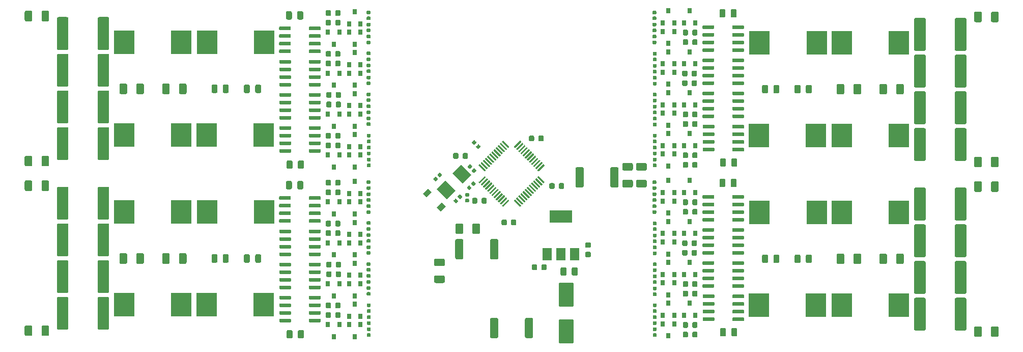
<source format=gtp>
G04 #@! TF.GenerationSoftware,KiCad,Pcbnew,5.1.5*
G04 #@! TF.CreationDate,2020-04-05T15:42:04+02:00*
G04 #@! TF.ProjectId,HB-LC-DimPWM-PCB,48422d4c-432d-4446-996d-50574d2d5043,rev?*
G04 #@! TF.SameCoordinates,Original*
G04 #@! TF.FileFunction,Paste,Top*
G04 #@! TF.FilePolarity,Positive*
%FSLAX46Y46*%
G04 Gerber Fmt 4.6, Leading zero omitted, Abs format (unit mm)*
G04 Created by KiCad (PCBNEW 5.1.5) date 2020-04-05 15:42:04*
%MOMM*%
%LPD*%
G04 APERTURE LIST*
%ADD10C,0.100000*%
%ADD11R,0.800000X0.900000*%
%ADD12R,3.500000X4.000000*%
%ADD13R,3.800000X2.000000*%
%ADD14R,1.500000X2.000000*%
G04 APERTURE END LIST*
D10*
G36*
X161549504Y-107676204D02*
G01*
X161573773Y-107679804D01*
X161597571Y-107685765D01*
X161620671Y-107694030D01*
X161642849Y-107704520D01*
X161663893Y-107717133D01*
X161683598Y-107731747D01*
X161701777Y-107748223D01*
X161718253Y-107766402D01*
X161732867Y-107786107D01*
X161745480Y-107807151D01*
X161755970Y-107829329D01*
X161764235Y-107852429D01*
X161770196Y-107876227D01*
X161773796Y-107900496D01*
X161775000Y-107925000D01*
X161775000Y-108675000D01*
X161773796Y-108699504D01*
X161770196Y-108723773D01*
X161764235Y-108747571D01*
X161755970Y-108770671D01*
X161745480Y-108792849D01*
X161732867Y-108813893D01*
X161718253Y-108833598D01*
X161701777Y-108851777D01*
X161683598Y-108868253D01*
X161663893Y-108882867D01*
X161642849Y-108895480D01*
X161620671Y-108905970D01*
X161597571Y-108914235D01*
X161573773Y-108920196D01*
X161549504Y-108923796D01*
X161525000Y-108925000D01*
X160275000Y-108925000D01*
X160250496Y-108923796D01*
X160226227Y-108920196D01*
X160202429Y-108914235D01*
X160179329Y-108905970D01*
X160157151Y-108895480D01*
X160136107Y-108882867D01*
X160116402Y-108868253D01*
X160098223Y-108851777D01*
X160081747Y-108833598D01*
X160067133Y-108813893D01*
X160054520Y-108792849D01*
X160044030Y-108770671D01*
X160035765Y-108747571D01*
X160029804Y-108723773D01*
X160026204Y-108699504D01*
X160025000Y-108675000D01*
X160025000Y-107925000D01*
X160026204Y-107900496D01*
X160029804Y-107876227D01*
X160035765Y-107852429D01*
X160044030Y-107829329D01*
X160054520Y-107807151D01*
X160067133Y-107786107D01*
X160081747Y-107766402D01*
X160098223Y-107748223D01*
X160116402Y-107731747D01*
X160136107Y-107717133D01*
X160157151Y-107704520D01*
X160179329Y-107694030D01*
X160202429Y-107685765D01*
X160226227Y-107679804D01*
X160250496Y-107676204D01*
X160275000Y-107675000D01*
X161525000Y-107675000D01*
X161549504Y-107676204D01*
G37*
G36*
X161549504Y-104876204D02*
G01*
X161573773Y-104879804D01*
X161597571Y-104885765D01*
X161620671Y-104894030D01*
X161642849Y-104904520D01*
X161663893Y-104917133D01*
X161683598Y-104931747D01*
X161701777Y-104948223D01*
X161718253Y-104966402D01*
X161732867Y-104986107D01*
X161745480Y-105007151D01*
X161755970Y-105029329D01*
X161764235Y-105052429D01*
X161770196Y-105076227D01*
X161773796Y-105100496D01*
X161775000Y-105125000D01*
X161775000Y-105875000D01*
X161773796Y-105899504D01*
X161770196Y-105923773D01*
X161764235Y-105947571D01*
X161755970Y-105970671D01*
X161745480Y-105992849D01*
X161732867Y-106013893D01*
X161718253Y-106033598D01*
X161701777Y-106051777D01*
X161683598Y-106068253D01*
X161663893Y-106082867D01*
X161642849Y-106095480D01*
X161620671Y-106105970D01*
X161597571Y-106114235D01*
X161573773Y-106120196D01*
X161549504Y-106123796D01*
X161525000Y-106125000D01*
X160275000Y-106125000D01*
X160250496Y-106123796D01*
X160226227Y-106120196D01*
X160202429Y-106114235D01*
X160179329Y-106105970D01*
X160157151Y-106095480D01*
X160136107Y-106082867D01*
X160116402Y-106068253D01*
X160098223Y-106051777D01*
X160081747Y-106033598D01*
X160067133Y-106013893D01*
X160054520Y-105992849D01*
X160044030Y-105970671D01*
X160035765Y-105947571D01*
X160029804Y-105923773D01*
X160026204Y-105899504D01*
X160025000Y-105875000D01*
X160025000Y-105125000D01*
X160026204Y-105100496D01*
X160029804Y-105076227D01*
X160035765Y-105052429D01*
X160044030Y-105029329D01*
X160054520Y-105007151D01*
X160067133Y-104986107D01*
X160081747Y-104966402D01*
X160098223Y-104948223D01*
X160116402Y-104931747D01*
X160136107Y-104917133D01*
X160157151Y-104904520D01*
X160179329Y-104894030D01*
X160202429Y-104885765D01*
X160226227Y-104879804D01*
X160250496Y-104876204D01*
X160275000Y-104875000D01*
X161525000Y-104875000D01*
X161549504Y-104876204D01*
G37*
G36*
X192849504Y-91776204D02*
G01*
X192873773Y-91779804D01*
X192897571Y-91785765D01*
X192920671Y-91794030D01*
X192942849Y-91804520D01*
X192963893Y-91817133D01*
X192983598Y-91831747D01*
X193001777Y-91848223D01*
X193018253Y-91866402D01*
X193032867Y-91886107D01*
X193045480Y-91907151D01*
X193055970Y-91929329D01*
X193064235Y-91952429D01*
X193070196Y-91976227D01*
X193073796Y-92000496D01*
X193075000Y-92025000D01*
X193075000Y-92775000D01*
X193073796Y-92799504D01*
X193070196Y-92823773D01*
X193064235Y-92847571D01*
X193055970Y-92870671D01*
X193045480Y-92892849D01*
X193032867Y-92913893D01*
X193018253Y-92933598D01*
X193001777Y-92951777D01*
X192983598Y-92968253D01*
X192963893Y-92982867D01*
X192942849Y-92995480D01*
X192920671Y-93005970D01*
X192897571Y-93014235D01*
X192873773Y-93020196D01*
X192849504Y-93023796D01*
X192825000Y-93025000D01*
X191575000Y-93025000D01*
X191550496Y-93023796D01*
X191526227Y-93020196D01*
X191502429Y-93014235D01*
X191479329Y-93005970D01*
X191457151Y-92995480D01*
X191436107Y-92982867D01*
X191416402Y-92968253D01*
X191398223Y-92951777D01*
X191381747Y-92933598D01*
X191367133Y-92913893D01*
X191354520Y-92892849D01*
X191344030Y-92870671D01*
X191335765Y-92847571D01*
X191329804Y-92823773D01*
X191326204Y-92799504D01*
X191325000Y-92775000D01*
X191325000Y-92025000D01*
X191326204Y-92000496D01*
X191329804Y-91976227D01*
X191335765Y-91952429D01*
X191344030Y-91929329D01*
X191354520Y-91907151D01*
X191367133Y-91886107D01*
X191381747Y-91866402D01*
X191398223Y-91848223D01*
X191416402Y-91831747D01*
X191436107Y-91817133D01*
X191457151Y-91804520D01*
X191479329Y-91794030D01*
X191502429Y-91785765D01*
X191526227Y-91779804D01*
X191550496Y-91776204D01*
X191575000Y-91775000D01*
X192825000Y-91775000D01*
X192849504Y-91776204D01*
G37*
G36*
X192849504Y-88976204D02*
G01*
X192873773Y-88979804D01*
X192897571Y-88985765D01*
X192920671Y-88994030D01*
X192942849Y-89004520D01*
X192963893Y-89017133D01*
X192983598Y-89031747D01*
X193001777Y-89048223D01*
X193018253Y-89066402D01*
X193032867Y-89086107D01*
X193045480Y-89107151D01*
X193055970Y-89129329D01*
X193064235Y-89152429D01*
X193070196Y-89176227D01*
X193073796Y-89200496D01*
X193075000Y-89225000D01*
X193075000Y-89975000D01*
X193073796Y-89999504D01*
X193070196Y-90023773D01*
X193064235Y-90047571D01*
X193055970Y-90070671D01*
X193045480Y-90092849D01*
X193032867Y-90113893D01*
X193018253Y-90133598D01*
X193001777Y-90151777D01*
X192983598Y-90168253D01*
X192963893Y-90182867D01*
X192942849Y-90195480D01*
X192920671Y-90205970D01*
X192897571Y-90214235D01*
X192873773Y-90220196D01*
X192849504Y-90223796D01*
X192825000Y-90225000D01*
X191575000Y-90225000D01*
X191550496Y-90223796D01*
X191526227Y-90220196D01*
X191502429Y-90214235D01*
X191479329Y-90205970D01*
X191457151Y-90195480D01*
X191436107Y-90182867D01*
X191416402Y-90168253D01*
X191398223Y-90151777D01*
X191381747Y-90133598D01*
X191367133Y-90113893D01*
X191354520Y-90092849D01*
X191344030Y-90070671D01*
X191335765Y-90047571D01*
X191329804Y-90023773D01*
X191326204Y-89999504D01*
X191325000Y-89975000D01*
X191325000Y-89225000D01*
X191326204Y-89200496D01*
X191329804Y-89176227D01*
X191335765Y-89152429D01*
X191344030Y-89129329D01*
X191354520Y-89107151D01*
X191367133Y-89086107D01*
X191381747Y-89066402D01*
X191398223Y-89048223D01*
X191416402Y-89031747D01*
X191436107Y-89017133D01*
X191457151Y-89004520D01*
X191479329Y-88994030D01*
X191502429Y-88985765D01*
X191526227Y-88979804D01*
X191550496Y-88976204D01*
X191575000Y-88975000D01*
X192825000Y-88975000D01*
X192849504Y-88976204D01*
G37*
G36*
X167399504Y-99026204D02*
G01*
X167423773Y-99029804D01*
X167447571Y-99035765D01*
X167470671Y-99044030D01*
X167492849Y-99054520D01*
X167513893Y-99067133D01*
X167533598Y-99081747D01*
X167551777Y-99098223D01*
X167568253Y-99116402D01*
X167582867Y-99136107D01*
X167595480Y-99157151D01*
X167605970Y-99179329D01*
X167614235Y-99202429D01*
X167620196Y-99226227D01*
X167623796Y-99250496D01*
X167625000Y-99275000D01*
X167625000Y-100525000D01*
X167623796Y-100549504D01*
X167620196Y-100573773D01*
X167614235Y-100597571D01*
X167605970Y-100620671D01*
X167595480Y-100642849D01*
X167582867Y-100663893D01*
X167568253Y-100683598D01*
X167551777Y-100701777D01*
X167533598Y-100718253D01*
X167513893Y-100732867D01*
X167492849Y-100745480D01*
X167470671Y-100755970D01*
X167447571Y-100764235D01*
X167423773Y-100770196D01*
X167399504Y-100773796D01*
X167375000Y-100775000D01*
X166625000Y-100775000D01*
X166600496Y-100773796D01*
X166576227Y-100770196D01*
X166552429Y-100764235D01*
X166529329Y-100755970D01*
X166507151Y-100745480D01*
X166486107Y-100732867D01*
X166466402Y-100718253D01*
X166448223Y-100701777D01*
X166431747Y-100683598D01*
X166417133Y-100663893D01*
X166404520Y-100642849D01*
X166394030Y-100620671D01*
X166385765Y-100597571D01*
X166379804Y-100573773D01*
X166376204Y-100549504D01*
X166375000Y-100525000D01*
X166375000Y-99275000D01*
X166376204Y-99250496D01*
X166379804Y-99226227D01*
X166385765Y-99202429D01*
X166394030Y-99179329D01*
X166404520Y-99157151D01*
X166417133Y-99136107D01*
X166431747Y-99116402D01*
X166448223Y-99098223D01*
X166466402Y-99081747D01*
X166486107Y-99067133D01*
X166507151Y-99054520D01*
X166529329Y-99044030D01*
X166552429Y-99035765D01*
X166576227Y-99029804D01*
X166600496Y-99026204D01*
X166625000Y-99025000D01*
X167375000Y-99025000D01*
X167399504Y-99026204D01*
G37*
G36*
X164599504Y-99026204D02*
G01*
X164623773Y-99029804D01*
X164647571Y-99035765D01*
X164670671Y-99044030D01*
X164692849Y-99054520D01*
X164713893Y-99067133D01*
X164733598Y-99081747D01*
X164751777Y-99098223D01*
X164768253Y-99116402D01*
X164782867Y-99136107D01*
X164795480Y-99157151D01*
X164805970Y-99179329D01*
X164814235Y-99202429D01*
X164820196Y-99226227D01*
X164823796Y-99250496D01*
X164825000Y-99275000D01*
X164825000Y-100525000D01*
X164823796Y-100549504D01*
X164820196Y-100573773D01*
X164814235Y-100597571D01*
X164805970Y-100620671D01*
X164795480Y-100642849D01*
X164782867Y-100663893D01*
X164768253Y-100683598D01*
X164751777Y-100701777D01*
X164733598Y-100718253D01*
X164713893Y-100732867D01*
X164692849Y-100745480D01*
X164670671Y-100755970D01*
X164647571Y-100764235D01*
X164623773Y-100770196D01*
X164599504Y-100773796D01*
X164575000Y-100775000D01*
X163825000Y-100775000D01*
X163800496Y-100773796D01*
X163776227Y-100770196D01*
X163752429Y-100764235D01*
X163729329Y-100755970D01*
X163707151Y-100745480D01*
X163686107Y-100732867D01*
X163666402Y-100718253D01*
X163648223Y-100701777D01*
X163631747Y-100683598D01*
X163617133Y-100663893D01*
X163604520Y-100642849D01*
X163594030Y-100620671D01*
X163585765Y-100597571D01*
X163579804Y-100573773D01*
X163576204Y-100549504D01*
X163575000Y-100525000D01*
X163575000Y-99275000D01*
X163576204Y-99250496D01*
X163579804Y-99226227D01*
X163585765Y-99202429D01*
X163594030Y-99179329D01*
X163604520Y-99157151D01*
X163617133Y-99136107D01*
X163631747Y-99116402D01*
X163648223Y-99098223D01*
X163666402Y-99081747D01*
X163686107Y-99067133D01*
X163707151Y-99054520D01*
X163729329Y-99044030D01*
X163752429Y-99035765D01*
X163776227Y-99029804D01*
X163800496Y-99026204D01*
X163825000Y-99025000D01*
X164575000Y-99025000D01*
X164599504Y-99026204D01*
G37*
G36*
X195149504Y-91776204D02*
G01*
X195173773Y-91779804D01*
X195197571Y-91785765D01*
X195220671Y-91794030D01*
X195242849Y-91804520D01*
X195263893Y-91817133D01*
X195283598Y-91831747D01*
X195301777Y-91848223D01*
X195318253Y-91866402D01*
X195332867Y-91886107D01*
X195345480Y-91907151D01*
X195355970Y-91929329D01*
X195364235Y-91952429D01*
X195370196Y-91976227D01*
X195373796Y-92000496D01*
X195375000Y-92025000D01*
X195375000Y-92775000D01*
X195373796Y-92799504D01*
X195370196Y-92823773D01*
X195364235Y-92847571D01*
X195355970Y-92870671D01*
X195345480Y-92892849D01*
X195332867Y-92913893D01*
X195318253Y-92933598D01*
X195301777Y-92951777D01*
X195283598Y-92968253D01*
X195263893Y-92982867D01*
X195242849Y-92995480D01*
X195220671Y-93005970D01*
X195197571Y-93014235D01*
X195173773Y-93020196D01*
X195149504Y-93023796D01*
X195125000Y-93025000D01*
X193875000Y-93025000D01*
X193850496Y-93023796D01*
X193826227Y-93020196D01*
X193802429Y-93014235D01*
X193779329Y-93005970D01*
X193757151Y-92995480D01*
X193736107Y-92982867D01*
X193716402Y-92968253D01*
X193698223Y-92951777D01*
X193681747Y-92933598D01*
X193667133Y-92913893D01*
X193654520Y-92892849D01*
X193644030Y-92870671D01*
X193635765Y-92847571D01*
X193629804Y-92823773D01*
X193626204Y-92799504D01*
X193625000Y-92775000D01*
X193625000Y-92025000D01*
X193626204Y-92000496D01*
X193629804Y-91976227D01*
X193635765Y-91952429D01*
X193644030Y-91929329D01*
X193654520Y-91907151D01*
X193667133Y-91886107D01*
X193681747Y-91866402D01*
X193698223Y-91848223D01*
X193716402Y-91831747D01*
X193736107Y-91817133D01*
X193757151Y-91804520D01*
X193779329Y-91794030D01*
X193802429Y-91785765D01*
X193826227Y-91779804D01*
X193850496Y-91776204D01*
X193875000Y-91775000D01*
X195125000Y-91775000D01*
X195149504Y-91776204D01*
G37*
G36*
X195149504Y-88976204D02*
G01*
X195173773Y-88979804D01*
X195197571Y-88985765D01*
X195220671Y-88994030D01*
X195242849Y-89004520D01*
X195263893Y-89017133D01*
X195283598Y-89031747D01*
X195301777Y-89048223D01*
X195318253Y-89066402D01*
X195332867Y-89086107D01*
X195345480Y-89107151D01*
X195355970Y-89129329D01*
X195364235Y-89152429D01*
X195370196Y-89176227D01*
X195373796Y-89200496D01*
X195375000Y-89225000D01*
X195375000Y-89975000D01*
X195373796Y-89999504D01*
X195370196Y-90023773D01*
X195364235Y-90047571D01*
X195355970Y-90070671D01*
X195345480Y-90092849D01*
X195332867Y-90113893D01*
X195318253Y-90133598D01*
X195301777Y-90151777D01*
X195283598Y-90168253D01*
X195263893Y-90182867D01*
X195242849Y-90195480D01*
X195220671Y-90205970D01*
X195197571Y-90214235D01*
X195173773Y-90220196D01*
X195149504Y-90223796D01*
X195125000Y-90225000D01*
X193875000Y-90225000D01*
X193850496Y-90223796D01*
X193826227Y-90220196D01*
X193802429Y-90214235D01*
X193779329Y-90205970D01*
X193757151Y-90195480D01*
X193736107Y-90182867D01*
X193716402Y-90168253D01*
X193698223Y-90151777D01*
X193681747Y-90133598D01*
X193667133Y-90113893D01*
X193654520Y-90092849D01*
X193644030Y-90070671D01*
X193635765Y-90047571D01*
X193629804Y-90023773D01*
X193626204Y-89999504D01*
X193625000Y-89975000D01*
X193625000Y-89225000D01*
X193626204Y-89200496D01*
X193629804Y-89176227D01*
X193635765Y-89152429D01*
X193644030Y-89129329D01*
X193654520Y-89107151D01*
X193667133Y-89086107D01*
X193681747Y-89066402D01*
X193698223Y-89048223D01*
X193716402Y-89031747D01*
X193736107Y-89017133D01*
X193757151Y-89004520D01*
X193779329Y-88994030D01*
X193802429Y-88985765D01*
X193826227Y-88979804D01*
X193850496Y-88976204D01*
X193875000Y-88975000D01*
X195125000Y-88975000D01*
X195149504Y-88976204D01*
G37*
G36*
X183024504Y-114951204D02*
G01*
X183048773Y-114954804D01*
X183072571Y-114960765D01*
X183095671Y-114969030D01*
X183117849Y-114979520D01*
X183138893Y-114992133D01*
X183158598Y-115006747D01*
X183176777Y-115023223D01*
X183193253Y-115041402D01*
X183207867Y-115061107D01*
X183220480Y-115082151D01*
X183230970Y-115104329D01*
X183239235Y-115127429D01*
X183245196Y-115151227D01*
X183248796Y-115175496D01*
X183250000Y-115200000D01*
X183250000Y-118700000D01*
X183248796Y-118724504D01*
X183245196Y-118748773D01*
X183239235Y-118772571D01*
X183230970Y-118795671D01*
X183220480Y-118817849D01*
X183207867Y-118838893D01*
X183193253Y-118858598D01*
X183176777Y-118876777D01*
X183158598Y-118893253D01*
X183138893Y-118907867D01*
X183117849Y-118920480D01*
X183095671Y-118930970D01*
X183072571Y-118939235D01*
X183048773Y-118945196D01*
X183024504Y-118948796D01*
X183000000Y-118950000D01*
X181000000Y-118950000D01*
X180975496Y-118948796D01*
X180951227Y-118945196D01*
X180927429Y-118939235D01*
X180904329Y-118930970D01*
X180882151Y-118920480D01*
X180861107Y-118907867D01*
X180841402Y-118893253D01*
X180823223Y-118876777D01*
X180806747Y-118858598D01*
X180792133Y-118838893D01*
X180779520Y-118817849D01*
X180769030Y-118795671D01*
X180760765Y-118772571D01*
X180754804Y-118748773D01*
X180751204Y-118724504D01*
X180750000Y-118700000D01*
X180750000Y-115200000D01*
X180751204Y-115175496D01*
X180754804Y-115151227D01*
X180760765Y-115127429D01*
X180769030Y-115104329D01*
X180779520Y-115082151D01*
X180792133Y-115061107D01*
X180806747Y-115041402D01*
X180823223Y-115023223D01*
X180841402Y-115006747D01*
X180861107Y-114992133D01*
X180882151Y-114979520D01*
X180904329Y-114969030D01*
X180927429Y-114960765D01*
X180951227Y-114954804D01*
X180975496Y-114951204D01*
X181000000Y-114950000D01*
X183000000Y-114950000D01*
X183024504Y-114951204D01*
G37*
G36*
X183024504Y-108851204D02*
G01*
X183048773Y-108854804D01*
X183072571Y-108860765D01*
X183095671Y-108869030D01*
X183117849Y-108879520D01*
X183138893Y-108892133D01*
X183158598Y-108906747D01*
X183176777Y-108923223D01*
X183193253Y-108941402D01*
X183207867Y-108961107D01*
X183220480Y-108982151D01*
X183230970Y-109004329D01*
X183239235Y-109027429D01*
X183245196Y-109051227D01*
X183248796Y-109075496D01*
X183250000Y-109100000D01*
X183250000Y-112600000D01*
X183248796Y-112624504D01*
X183245196Y-112648773D01*
X183239235Y-112672571D01*
X183230970Y-112695671D01*
X183220480Y-112717849D01*
X183207867Y-112738893D01*
X183193253Y-112758598D01*
X183176777Y-112776777D01*
X183158598Y-112793253D01*
X183138893Y-112807867D01*
X183117849Y-112820480D01*
X183095671Y-112830970D01*
X183072571Y-112839235D01*
X183048773Y-112845196D01*
X183024504Y-112848796D01*
X183000000Y-112850000D01*
X181000000Y-112850000D01*
X180975496Y-112848796D01*
X180951227Y-112845196D01*
X180927429Y-112839235D01*
X180904329Y-112830970D01*
X180882151Y-112820480D01*
X180861107Y-112807867D01*
X180841402Y-112793253D01*
X180823223Y-112776777D01*
X180806747Y-112758598D01*
X180792133Y-112738893D01*
X180779520Y-112717849D01*
X180769030Y-112695671D01*
X180760765Y-112672571D01*
X180754804Y-112648773D01*
X180751204Y-112624504D01*
X180750000Y-112600000D01*
X180750000Y-109100000D01*
X180751204Y-109075496D01*
X180754804Y-109051227D01*
X180760765Y-109027429D01*
X180769030Y-109004329D01*
X180779520Y-108982151D01*
X180792133Y-108961107D01*
X180806747Y-108941402D01*
X180823223Y-108923223D01*
X180841402Y-108906747D01*
X180861107Y-108892133D01*
X180882151Y-108879520D01*
X180904329Y-108869030D01*
X180927429Y-108860765D01*
X180951227Y-108854804D01*
X180975496Y-108851204D01*
X181000000Y-108850000D01*
X183000000Y-108850000D01*
X183024504Y-108851204D01*
G37*
G36*
X170449505Y-101626204D02*
G01*
X170473773Y-101629804D01*
X170497572Y-101635765D01*
X170520671Y-101644030D01*
X170542850Y-101654520D01*
X170563893Y-101667132D01*
X170583599Y-101681747D01*
X170601777Y-101698223D01*
X170618253Y-101716401D01*
X170632868Y-101736107D01*
X170645480Y-101757150D01*
X170655970Y-101779329D01*
X170664235Y-101802428D01*
X170670196Y-101826227D01*
X170673796Y-101850495D01*
X170675000Y-101874999D01*
X170675000Y-104725001D01*
X170673796Y-104749505D01*
X170670196Y-104773773D01*
X170664235Y-104797572D01*
X170655970Y-104820671D01*
X170645480Y-104842850D01*
X170632868Y-104863893D01*
X170618253Y-104883599D01*
X170601777Y-104901777D01*
X170583599Y-104918253D01*
X170563893Y-104932868D01*
X170542850Y-104945480D01*
X170520671Y-104955970D01*
X170497572Y-104964235D01*
X170473773Y-104970196D01*
X170449505Y-104973796D01*
X170425001Y-104975000D01*
X169574999Y-104975000D01*
X169550495Y-104973796D01*
X169526227Y-104970196D01*
X169502428Y-104964235D01*
X169479329Y-104955970D01*
X169457150Y-104945480D01*
X169436107Y-104932868D01*
X169416401Y-104918253D01*
X169398223Y-104901777D01*
X169381747Y-104883599D01*
X169367132Y-104863893D01*
X169354520Y-104842850D01*
X169344030Y-104820671D01*
X169335765Y-104797572D01*
X169329804Y-104773773D01*
X169326204Y-104749505D01*
X169325000Y-104725001D01*
X169325000Y-101874999D01*
X169326204Y-101850495D01*
X169329804Y-101826227D01*
X169335765Y-101802428D01*
X169344030Y-101779329D01*
X169354520Y-101757150D01*
X169367132Y-101736107D01*
X169381747Y-101716401D01*
X169398223Y-101698223D01*
X169416401Y-101681747D01*
X169436107Y-101667132D01*
X169457150Y-101654520D01*
X169479329Y-101644030D01*
X169502428Y-101635765D01*
X169526227Y-101629804D01*
X169550495Y-101626204D01*
X169574999Y-101625000D01*
X170425001Y-101625000D01*
X170449505Y-101626204D01*
G37*
G36*
X164649505Y-101626204D02*
G01*
X164673773Y-101629804D01*
X164697572Y-101635765D01*
X164720671Y-101644030D01*
X164742850Y-101654520D01*
X164763893Y-101667132D01*
X164783599Y-101681747D01*
X164801777Y-101698223D01*
X164818253Y-101716401D01*
X164832868Y-101736107D01*
X164845480Y-101757150D01*
X164855970Y-101779329D01*
X164864235Y-101802428D01*
X164870196Y-101826227D01*
X164873796Y-101850495D01*
X164875000Y-101874999D01*
X164875000Y-104725001D01*
X164873796Y-104749505D01*
X164870196Y-104773773D01*
X164864235Y-104797572D01*
X164855970Y-104820671D01*
X164845480Y-104842850D01*
X164832868Y-104863893D01*
X164818253Y-104883599D01*
X164801777Y-104901777D01*
X164783599Y-104918253D01*
X164763893Y-104932868D01*
X164742850Y-104945480D01*
X164720671Y-104955970D01*
X164697572Y-104964235D01*
X164673773Y-104970196D01*
X164649505Y-104973796D01*
X164625001Y-104975000D01*
X163774999Y-104975000D01*
X163750495Y-104973796D01*
X163726227Y-104970196D01*
X163702428Y-104964235D01*
X163679329Y-104955970D01*
X163657150Y-104945480D01*
X163636107Y-104932868D01*
X163616401Y-104918253D01*
X163598223Y-104901777D01*
X163581747Y-104883599D01*
X163567132Y-104863893D01*
X163554520Y-104842850D01*
X163544030Y-104820671D01*
X163535765Y-104797572D01*
X163529804Y-104773773D01*
X163526204Y-104749505D01*
X163525000Y-104725001D01*
X163525000Y-101874999D01*
X163526204Y-101850495D01*
X163529804Y-101826227D01*
X163535765Y-101802428D01*
X163544030Y-101779329D01*
X163554520Y-101757150D01*
X163567132Y-101736107D01*
X163581747Y-101716401D01*
X163598223Y-101698223D01*
X163616401Y-101681747D01*
X163636107Y-101667132D01*
X163657150Y-101654520D01*
X163679329Y-101644030D01*
X163702428Y-101635765D01*
X163726227Y-101629804D01*
X163750495Y-101626204D01*
X163774999Y-101625000D01*
X164625001Y-101625000D01*
X164649505Y-101626204D01*
G37*
G36*
X184649505Y-89676204D02*
G01*
X184673773Y-89679804D01*
X184697572Y-89685765D01*
X184720671Y-89694030D01*
X184742850Y-89704520D01*
X184763893Y-89717132D01*
X184783599Y-89731747D01*
X184801777Y-89748223D01*
X184818253Y-89766401D01*
X184832868Y-89786107D01*
X184845480Y-89807150D01*
X184855970Y-89829329D01*
X184864235Y-89852428D01*
X184870196Y-89876227D01*
X184873796Y-89900495D01*
X184875000Y-89924999D01*
X184875000Y-92775001D01*
X184873796Y-92799505D01*
X184870196Y-92823773D01*
X184864235Y-92847572D01*
X184855970Y-92870671D01*
X184845480Y-92892850D01*
X184832868Y-92913893D01*
X184818253Y-92933599D01*
X184801777Y-92951777D01*
X184783599Y-92968253D01*
X184763893Y-92982868D01*
X184742850Y-92995480D01*
X184720671Y-93005970D01*
X184697572Y-93014235D01*
X184673773Y-93020196D01*
X184649505Y-93023796D01*
X184625001Y-93025000D01*
X183774999Y-93025000D01*
X183750495Y-93023796D01*
X183726227Y-93020196D01*
X183702428Y-93014235D01*
X183679329Y-93005970D01*
X183657150Y-92995480D01*
X183636107Y-92982868D01*
X183616401Y-92968253D01*
X183598223Y-92951777D01*
X183581747Y-92933599D01*
X183567132Y-92913893D01*
X183554520Y-92892850D01*
X183544030Y-92870671D01*
X183535765Y-92847572D01*
X183529804Y-92823773D01*
X183526204Y-92799505D01*
X183525000Y-92775001D01*
X183525000Y-89924999D01*
X183526204Y-89900495D01*
X183529804Y-89876227D01*
X183535765Y-89852428D01*
X183544030Y-89829329D01*
X183554520Y-89807150D01*
X183567132Y-89786107D01*
X183581747Y-89766401D01*
X183598223Y-89748223D01*
X183616401Y-89731747D01*
X183636107Y-89717132D01*
X183657150Y-89704520D01*
X183679329Y-89694030D01*
X183702428Y-89685765D01*
X183726227Y-89679804D01*
X183750495Y-89676204D01*
X183774999Y-89675000D01*
X184625001Y-89675000D01*
X184649505Y-89676204D01*
G37*
G36*
X190449505Y-89676204D02*
G01*
X190473773Y-89679804D01*
X190497572Y-89685765D01*
X190520671Y-89694030D01*
X190542850Y-89704520D01*
X190563893Y-89717132D01*
X190583599Y-89731747D01*
X190601777Y-89748223D01*
X190618253Y-89766401D01*
X190632868Y-89786107D01*
X190645480Y-89807150D01*
X190655970Y-89829329D01*
X190664235Y-89852428D01*
X190670196Y-89876227D01*
X190673796Y-89900495D01*
X190675000Y-89924999D01*
X190675000Y-92775001D01*
X190673796Y-92799505D01*
X190670196Y-92823773D01*
X190664235Y-92847572D01*
X190655970Y-92870671D01*
X190645480Y-92892850D01*
X190632868Y-92913893D01*
X190618253Y-92933599D01*
X190601777Y-92951777D01*
X190583599Y-92968253D01*
X190563893Y-92982868D01*
X190542850Y-92995480D01*
X190520671Y-93005970D01*
X190497572Y-93014235D01*
X190473773Y-93020196D01*
X190449505Y-93023796D01*
X190425001Y-93025000D01*
X189574999Y-93025000D01*
X189550495Y-93023796D01*
X189526227Y-93020196D01*
X189502428Y-93014235D01*
X189479329Y-93005970D01*
X189457150Y-92995480D01*
X189436107Y-92982868D01*
X189416401Y-92968253D01*
X189398223Y-92951777D01*
X189381747Y-92933599D01*
X189367132Y-92913893D01*
X189354520Y-92892850D01*
X189344030Y-92870671D01*
X189335765Y-92847572D01*
X189329804Y-92823773D01*
X189326204Y-92799505D01*
X189325000Y-92775001D01*
X189325000Y-89924999D01*
X189326204Y-89900495D01*
X189329804Y-89876227D01*
X189335765Y-89852428D01*
X189344030Y-89829329D01*
X189354520Y-89807150D01*
X189367132Y-89786107D01*
X189381747Y-89766401D01*
X189398223Y-89748223D01*
X189416401Y-89731747D01*
X189436107Y-89717132D01*
X189457150Y-89704520D01*
X189479329Y-89694030D01*
X189502428Y-89685765D01*
X189526227Y-89679804D01*
X189550495Y-89676204D01*
X189574999Y-89675000D01*
X190425001Y-89675000D01*
X190449505Y-89676204D01*
G37*
G36*
X160474264Y-96372792D02*
G01*
X161322792Y-95524264D01*
X161959188Y-96160660D01*
X161110660Y-97009188D01*
X160474264Y-96372792D01*
G37*
G36*
X158140812Y-94039340D02*
G01*
X158989340Y-93190812D01*
X159625736Y-93827208D01*
X158777208Y-94675736D01*
X158140812Y-94039340D01*
G37*
G36*
X202052691Y-95026053D02*
G01*
X202073926Y-95029203D01*
X202094750Y-95034419D01*
X202114962Y-95041651D01*
X202134368Y-95050830D01*
X202152781Y-95061866D01*
X202170024Y-95074654D01*
X202185930Y-95089070D01*
X202200346Y-95104976D01*
X202213134Y-95122219D01*
X202224170Y-95140632D01*
X202233349Y-95160038D01*
X202240581Y-95180250D01*
X202245797Y-95201074D01*
X202248947Y-95222309D01*
X202250000Y-95243750D01*
X202250000Y-95756250D01*
X202248947Y-95777691D01*
X202245797Y-95798926D01*
X202240581Y-95819750D01*
X202233349Y-95839962D01*
X202224170Y-95859368D01*
X202213134Y-95877781D01*
X202200346Y-95895024D01*
X202185930Y-95910930D01*
X202170024Y-95925346D01*
X202152781Y-95938134D01*
X202134368Y-95949170D01*
X202114962Y-95958349D01*
X202094750Y-95965581D01*
X202073926Y-95970797D01*
X202052691Y-95973947D01*
X202031250Y-95975000D01*
X201593750Y-95975000D01*
X201572309Y-95973947D01*
X201551074Y-95970797D01*
X201530250Y-95965581D01*
X201510038Y-95958349D01*
X201490632Y-95949170D01*
X201472219Y-95938134D01*
X201454976Y-95925346D01*
X201439070Y-95910930D01*
X201424654Y-95895024D01*
X201411866Y-95877781D01*
X201400830Y-95859368D01*
X201391651Y-95839962D01*
X201384419Y-95819750D01*
X201379203Y-95798926D01*
X201376053Y-95777691D01*
X201375000Y-95756250D01*
X201375000Y-95243750D01*
X201376053Y-95222309D01*
X201379203Y-95201074D01*
X201384419Y-95180250D01*
X201391651Y-95160038D01*
X201400830Y-95140632D01*
X201411866Y-95122219D01*
X201424654Y-95104976D01*
X201439070Y-95089070D01*
X201454976Y-95074654D01*
X201472219Y-95061866D01*
X201490632Y-95050830D01*
X201510038Y-95041651D01*
X201530250Y-95034419D01*
X201551074Y-95029203D01*
X201572309Y-95026053D01*
X201593750Y-95025000D01*
X202031250Y-95025000D01*
X202052691Y-95026053D01*
G37*
G36*
X203627691Y-95026053D02*
G01*
X203648926Y-95029203D01*
X203669750Y-95034419D01*
X203689962Y-95041651D01*
X203709368Y-95050830D01*
X203727781Y-95061866D01*
X203745024Y-95074654D01*
X203760930Y-95089070D01*
X203775346Y-95104976D01*
X203788134Y-95122219D01*
X203799170Y-95140632D01*
X203808349Y-95160038D01*
X203815581Y-95180250D01*
X203820797Y-95201074D01*
X203823947Y-95222309D01*
X203825000Y-95243750D01*
X203825000Y-95756250D01*
X203823947Y-95777691D01*
X203820797Y-95798926D01*
X203815581Y-95819750D01*
X203808349Y-95839962D01*
X203799170Y-95859368D01*
X203788134Y-95877781D01*
X203775346Y-95895024D01*
X203760930Y-95910930D01*
X203745024Y-95925346D01*
X203727781Y-95938134D01*
X203709368Y-95949170D01*
X203689962Y-95958349D01*
X203669750Y-95965581D01*
X203648926Y-95970797D01*
X203627691Y-95973947D01*
X203606250Y-95975000D01*
X203168750Y-95975000D01*
X203147309Y-95973947D01*
X203126074Y-95970797D01*
X203105250Y-95965581D01*
X203085038Y-95958349D01*
X203065632Y-95949170D01*
X203047219Y-95938134D01*
X203029976Y-95925346D01*
X203014070Y-95910930D01*
X202999654Y-95895024D01*
X202986866Y-95877781D01*
X202975830Y-95859368D01*
X202966651Y-95839962D01*
X202959419Y-95819750D01*
X202954203Y-95798926D01*
X202951053Y-95777691D01*
X202950000Y-95756250D01*
X202950000Y-95243750D01*
X202951053Y-95222309D01*
X202954203Y-95201074D01*
X202959419Y-95180250D01*
X202966651Y-95160038D01*
X202975830Y-95140632D01*
X202986866Y-95122219D01*
X202999654Y-95104976D01*
X203014070Y-95089070D01*
X203029976Y-95074654D01*
X203047219Y-95061866D01*
X203065632Y-95050830D01*
X203085038Y-95041651D01*
X203105250Y-95034419D01*
X203126074Y-95029203D01*
X203147309Y-95026053D01*
X203168750Y-95025000D01*
X203606250Y-95025000D01*
X203627691Y-95026053D01*
G37*
G36*
X203627691Y-96626053D02*
G01*
X203648926Y-96629203D01*
X203669750Y-96634419D01*
X203689962Y-96641651D01*
X203709368Y-96650830D01*
X203727781Y-96661866D01*
X203745024Y-96674654D01*
X203760930Y-96689070D01*
X203775346Y-96704976D01*
X203788134Y-96722219D01*
X203799170Y-96740632D01*
X203808349Y-96760038D01*
X203815581Y-96780250D01*
X203820797Y-96801074D01*
X203823947Y-96822309D01*
X203825000Y-96843750D01*
X203825000Y-97356250D01*
X203823947Y-97377691D01*
X203820797Y-97398926D01*
X203815581Y-97419750D01*
X203808349Y-97439962D01*
X203799170Y-97459368D01*
X203788134Y-97477781D01*
X203775346Y-97495024D01*
X203760930Y-97510930D01*
X203745024Y-97525346D01*
X203727781Y-97538134D01*
X203709368Y-97549170D01*
X203689962Y-97558349D01*
X203669750Y-97565581D01*
X203648926Y-97570797D01*
X203627691Y-97573947D01*
X203606250Y-97575000D01*
X203168750Y-97575000D01*
X203147309Y-97573947D01*
X203126074Y-97570797D01*
X203105250Y-97565581D01*
X203085038Y-97558349D01*
X203065632Y-97549170D01*
X203047219Y-97538134D01*
X203029976Y-97525346D01*
X203014070Y-97510930D01*
X202999654Y-97495024D01*
X202986866Y-97477781D01*
X202975830Y-97459368D01*
X202966651Y-97439962D01*
X202959419Y-97419750D01*
X202954203Y-97398926D01*
X202951053Y-97377691D01*
X202950000Y-97356250D01*
X202950000Y-96843750D01*
X202951053Y-96822309D01*
X202954203Y-96801074D01*
X202959419Y-96780250D01*
X202966651Y-96760038D01*
X202975830Y-96740632D01*
X202986866Y-96722219D01*
X202999654Y-96704976D01*
X203014070Y-96689070D01*
X203029976Y-96674654D01*
X203047219Y-96661866D01*
X203065632Y-96650830D01*
X203085038Y-96641651D01*
X203105250Y-96634419D01*
X203126074Y-96629203D01*
X203147309Y-96626053D01*
X203168750Y-96625000D01*
X203606250Y-96625000D01*
X203627691Y-96626053D01*
G37*
G36*
X202052691Y-96626053D02*
G01*
X202073926Y-96629203D01*
X202094750Y-96634419D01*
X202114962Y-96641651D01*
X202134368Y-96650830D01*
X202152781Y-96661866D01*
X202170024Y-96674654D01*
X202185930Y-96689070D01*
X202200346Y-96704976D01*
X202213134Y-96722219D01*
X202224170Y-96740632D01*
X202233349Y-96760038D01*
X202240581Y-96780250D01*
X202245797Y-96801074D01*
X202248947Y-96822309D01*
X202250000Y-96843750D01*
X202250000Y-97356250D01*
X202248947Y-97377691D01*
X202245797Y-97398926D01*
X202240581Y-97419750D01*
X202233349Y-97439962D01*
X202224170Y-97459368D01*
X202213134Y-97477781D01*
X202200346Y-97495024D01*
X202185930Y-97510930D01*
X202170024Y-97525346D01*
X202152781Y-97538134D01*
X202134368Y-97549170D01*
X202114962Y-97558349D01*
X202094750Y-97565581D01*
X202073926Y-97570797D01*
X202052691Y-97573947D01*
X202031250Y-97575000D01*
X201593750Y-97575000D01*
X201572309Y-97573947D01*
X201551074Y-97570797D01*
X201530250Y-97565581D01*
X201510038Y-97558349D01*
X201490632Y-97549170D01*
X201472219Y-97538134D01*
X201454976Y-97525346D01*
X201439070Y-97510930D01*
X201424654Y-97495024D01*
X201411866Y-97477781D01*
X201400830Y-97459368D01*
X201391651Y-97439962D01*
X201384419Y-97419750D01*
X201379203Y-97398926D01*
X201376053Y-97377691D01*
X201375000Y-97356250D01*
X201375000Y-96843750D01*
X201376053Y-96822309D01*
X201379203Y-96801074D01*
X201384419Y-96780250D01*
X201391651Y-96760038D01*
X201400830Y-96740632D01*
X201411866Y-96722219D01*
X201424654Y-96704976D01*
X201439070Y-96689070D01*
X201454976Y-96674654D01*
X201472219Y-96661866D01*
X201490632Y-96650830D01*
X201510038Y-96641651D01*
X201530250Y-96634419D01*
X201551074Y-96629203D01*
X201572309Y-96626053D01*
X201593750Y-96625000D01*
X202031250Y-96625000D01*
X202052691Y-96626053D01*
G37*
G36*
X201952691Y-101826053D02*
G01*
X201973926Y-101829203D01*
X201994750Y-101834419D01*
X202014962Y-101841651D01*
X202034368Y-101850830D01*
X202052781Y-101861866D01*
X202070024Y-101874654D01*
X202085930Y-101889070D01*
X202100346Y-101904976D01*
X202113134Y-101922219D01*
X202124170Y-101940632D01*
X202133349Y-101960038D01*
X202140581Y-101980250D01*
X202145797Y-102001074D01*
X202148947Y-102022309D01*
X202150000Y-102043750D01*
X202150000Y-102556250D01*
X202148947Y-102577691D01*
X202145797Y-102598926D01*
X202140581Y-102619750D01*
X202133349Y-102639962D01*
X202124170Y-102659368D01*
X202113134Y-102677781D01*
X202100346Y-102695024D01*
X202085930Y-102710930D01*
X202070024Y-102725346D01*
X202052781Y-102738134D01*
X202034368Y-102749170D01*
X202014962Y-102758349D01*
X201994750Y-102765581D01*
X201973926Y-102770797D01*
X201952691Y-102773947D01*
X201931250Y-102775000D01*
X201493750Y-102775000D01*
X201472309Y-102773947D01*
X201451074Y-102770797D01*
X201430250Y-102765581D01*
X201410038Y-102758349D01*
X201390632Y-102749170D01*
X201372219Y-102738134D01*
X201354976Y-102725346D01*
X201339070Y-102710930D01*
X201324654Y-102695024D01*
X201311866Y-102677781D01*
X201300830Y-102659368D01*
X201291651Y-102639962D01*
X201284419Y-102619750D01*
X201279203Y-102598926D01*
X201276053Y-102577691D01*
X201275000Y-102556250D01*
X201275000Y-102043750D01*
X201276053Y-102022309D01*
X201279203Y-102001074D01*
X201284419Y-101980250D01*
X201291651Y-101960038D01*
X201300830Y-101940632D01*
X201311866Y-101922219D01*
X201324654Y-101904976D01*
X201339070Y-101889070D01*
X201354976Y-101874654D01*
X201372219Y-101861866D01*
X201390632Y-101850830D01*
X201410038Y-101841651D01*
X201430250Y-101834419D01*
X201451074Y-101829203D01*
X201472309Y-101826053D01*
X201493750Y-101825000D01*
X201931250Y-101825000D01*
X201952691Y-101826053D01*
G37*
G36*
X203527691Y-101826053D02*
G01*
X203548926Y-101829203D01*
X203569750Y-101834419D01*
X203589962Y-101841651D01*
X203609368Y-101850830D01*
X203627781Y-101861866D01*
X203645024Y-101874654D01*
X203660930Y-101889070D01*
X203675346Y-101904976D01*
X203688134Y-101922219D01*
X203699170Y-101940632D01*
X203708349Y-101960038D01*
X203715581Y-101980250D01*
X203720797Y-102001074D01*
X203723947Y-102022309D01*
X203725000Y-102043750D01*
X203725000Y-102556250D01*
X203723947Y-102577691D01*
X203720797Y-102598926D01*
X203715581Y-102619750D01*
X203708349Y-102639962D01*
X203699170Y-102659368D01*
X203688134Y-102677781D01*
X203675346Y-102695024D01*
X203660930Y-102710930D01*
X203645024Y-102725346D01*
X203627781Y-102738134D01*
X203609368Y-102749170D01*
X203589962Y-102758349D01*
X203569750Y-102765581D01*
X203548926Y-102770797D01*
X203527691Y-102773947D01*
X203506250Y-102775000D01*
X203068750Y-102775000D01*
X203047309Y-102773947D01*
X203026074Y-102770797D01*
X203005250Y-102765581D01*
X202985038Y-102758349D01*
X202965632Y-102749170D01*
X202947219Y-102738134D01*
X202929976Y-102725346D01*
X202914070Y-102710930D01*
X202899654Y-102695024D01*
X202886866Y-102677781D01*
X202875830Y-102659368D01*
X202866651Y-102639962D01*
X202859419Y-102619750D01*
X202854203Y-102598926D01*
X202851053Y-102577691D01*
X202850000Y-102556250D01*
X202850000Y-102043750D01*
X202851053Y-102022309D01*
X202854203Y-102001074D01*
X202859419Y-101980250D01*
X202866651Y-101960038D01*
X202875830Y-101940632D01*
X202886866Y-101922219D01*
X202899654Y-101904976D01*
X202914070Y-101889070D01*
X202929976Y-101874654D01*
X202947219Y-101861866D01*
X202965632Y-101850830D01*
X202985038Y-101841651D01*
X203005250Y-101834419D01*
X203026074Y-101829203D01*
X203047309Y-101826053D01*
X203068750Y-101825000D01*
X203506250Y-101825000D01*
X203527691Y-101826053D01*
G37*
G36*
X203527691Y-103426053D02*
G01*
X203548926Y-103429203D01*
X203569750Y-103434419D01*
X203589962Y-103441651D01*
X203609368Y-103450830D01*
X203627781Y-103461866D01*
X203645024Y-103474654D01*
X203660930Y-103489070D01*
X203675346Y-103504976D01*
X203688134Y-103522219D01*
X203699170Y-103540632D01*
X203708349Y-103560038D01*
X203715581Y-103580250D01*
X203720797Y-103601074D01*
X203723947Y-103622309D01*
X203725000Y-103643750D01*
X203725000Y-104156250D01*
X203723947Y-104177691D01*
X203720797Y-104198926D01*
X203715581Y-104219750D01*
X203708349Y-104239962D01*
X203699170Y-104259368D01*
X203688134Y-104277781D01*
X203675346Y-104295024D01*
X203660930Y-104310930D01*
X203645024Y-104325346D01*
X203627781Y-104338134D01*
X203609368Y-104349170D01*
X203589962Y-104358349D01*
X203569750Y-104365581D01*
X203548926Y-104370797D01*
X203527691Y-104373947D01*
X203506250Y-104375000D01*
X203068750Y-104375000D01*
X203047309Y-104373947D01*
X203026074Y-104370797D01*
X203005250Y-104365581D01*
X202985038Y-104358349D01*
X202965632Y-104349170D01*
X202947219Y-104338134D01*
X202929976Y-104325346D01*
X202914070Y-104310930D01*
X202899654Y-104295024D01*
X202886866Y-104277781D01*
X202875830Y-104259368D01*
X202866651Y-104239962D01*
X202859419Y-104219750D01*
X202854203Y-104198926D01*
X202851053Y-104177691D01*
X202850000Y-104156250D01*
X202850000Y-103643750D01*
X202851053Y-103622309D01*
X202854203Y-103601074D01*
X202859419Y-103580250D01*
X202866651Y-103560038D01*
X202875830Y-103540632D01*
X202886866Y-103522219D01*
X202899654Y-103504976D01*
X202914070Y-103489070D01*
X202929976Y-103474654D01*
X202947219Y-103461866D01*
X202965632Y-103450830D01*
X202985038Y-103441651D01*
X203005250Y-103434419D01*
X203026074Y-103429203D01*
X203047309Y-103426053D01*
X203068750Y-103425000D01*
X203506250Y-103425000D01*
X203527691Y-103426053D01*
G37*
G36*
X201952691Y-103426053D02*
G01*
X201973926Y-103429203D01*
X201994750Y-103434419D01*
X202014962Y-103441651D01*
X202034368Y-103450830D01*
X202052781Y-103461866D01*
X202070024Y-103474654D01*
X202085930Y-103489070D01*
X202100346Y-103504976D01*
X202113134Y-103522219D01*
X202124170Y-103540632D01*
X202133349Y-103560038D01*
X202140581Y-103580250D01*
X202145797Y-103601074D01*
X202148947Y-103622309D01*
X202150000Y-103643750D01*
X202150000Y-104156250D01*
X202148947Y-104177691D01*
X202145797Y-104198926D01*
X202140581Y-104219750D01*
X202133349Y-104239962D01*
X202124170Y-104259368D01*
X202113134Y-104277781D01*
X202100346Y-104295024D01*
X202085930Y-104310930D01*
X202070024Y-104325346D01*
X202052781Y-104338134D01*
X202034368Y-104349170D01*
X202014962Y-104358349D01*
X201994750Y-104365581D01*
X201973926Y-104370797D01*
X201952691Y-104373947D01*
X201931250Y-104375000D01*
X201493750Y-104375000D01*
X201472309Y-104373947D01*
X201451074Y-104370797D01*
X201430250Y-104365581D01*
X201410038Y-104358349D01*
X201390632Y-104349170D01*
X201372219Y-104338134D01*
X201354976Y-104325346D01*
X201339070Y-104310930D01*
X201324654Y-104295024D01*
X201311866Y-104277781D01*
X201300830Y-104259368D01*
X201291651Y-104239962D01*
X201284419Y-104219750D01*
X201279203Y-104198926D01*
X201276053Y-104177691D01*
X201275000Y-104156250D01*
X201275000Y-103643750D01*
X201276053Y-103622309D01*
X201279203Y-103601074D01*
X201284419Y-103580250D01*
X201291651Y-103560038D01*
X201300830Y-103540632D01*
X201311866Y-103522219D01*
X201324654Y-103504976D01*
X201339070Y-103489070D01*
X201354976Y-103474654D01*
X201372219Y-103461866D01*
X201390632Y-103450830D01*
X201410038Y-103441651D01*
X201430250Y-103434419D01*
X201451074Y-103429203D01*
X201472309Y-103426053D01*
X201493750Y-103425000D01*
X201931250Y-103425000D01*
X201952691Y-103426053D01*
G37*
G36*
X202052691Y-108626053D02*
G01*
X202073926Y-108629203D01*
X202094750Y-108634419D01*
X202114962Y-108641651D01*
X202134368Y-108650830D01*
X202152781Y-108661866D01*
X202170024Y-108674654D01*
X202185930Y-108689070D01*
X202200346Y-108704976D01*
X202213134Y-108722219D01*
X202224170Y-108740632D01*
X202233349Y-108760038D01*
X202240581Y-108780250D01*
X202245797Y-108801074D01*
X202248947Y-108822309D01*
X202250000Y-108843750D01*
X202250000Y-109356250D01*
X202248947Y-109377691D01*
X202245797Y-109398926D01*
X202240581Y-109419750D01*
X202233349Y-109439962D01*
X202224170Y-109459368D01*
X202213134Y-109477781D01*
X202200346Y-109495024D01*
X202185930Y-109510930D01*
X202170024Y-109525346D01*
X202152781Y-109538134D01*
X202134368Y-109549170D01*
X202114962Y-109558349D01*
X202094750Y-109565581D01*
X202073926Y-109570797D01*
X202052691Y-109573947D01*
X202031250Y-109575000D01*
X201593750Y-109575000D01*
X201572309Y-109573947D01*
X201551074Y-109570797D01*
X201530250Y-109565581D01*
X201510038Y-109558349D01*
X201490632Y-109549170D01*
X201472219Y-109538134D01*
X201454976Y-109525346D01*
X201439070Y-109510930D01*
X201424654Y-109495024D01*
X201411866Y-109477781D01*
X201400830Y-109459368D01*
X201391651Y-109439962D01*
X201384419Y-109419750D01*
X201379203Y-109398926D01*
X201376053Y-109377691D01*
X201375000Y-109356250D01*
X201375000Y-108843750D01*
X201376053Y-108822309D01*
X201379203Y-108801074D01*
X201384419Y-108780250D01*
X201391651Y-108760038D01*
X201400830Y-108740632D01*
X201411866Y-108722219D01*
X201424654Y-108704976D01*
X201439070Y-108689070D01*
X201454976Y-108674654D01*
X201472219Y-108661866D01*
X201490632Y-108650830D01*
X201510038Y-108641651D01*
X201530250Y-108634419D01*
X201551074Y-108629203D01*
X201572309Y-108626053D01*
X201593750Y-108625000D01*
X202031250Y-108625000D01*
X202052691Y-108626053D01*
G37*
G36*
X203627691Y-108626053D02*
G01*
X203648926Y-108629203D01*
X203669750Y-108634419D01*
X203689962Y-108641651D01*
X203709368Y-108650830D01*
X203727781Y-108661866D01*
X203745024Y-108674654D01*
X203760930Y-108689070D01*
X203775346Y-108704976D01*
X203788134Y-108722219D01*
X203799170Y-108740632D01*
X203808349Y-108760038D01*
X203815581Y-108780250D01*
X203820797Y-108801074D01*
X203823947Y-108822309D01*
X203825000Y-108843750D01*
X203825000Y-109356250D01*
X203823947Y-109377691D01*
X203820797Y-109398926D01*
X203815581Y-109419750D01*
X203808349Y-109439962D01*
X203799170Y-109459368D01*
X203788134Y-109477781D01*
X203775346Y-109495024D01*
X203760930Y-109510930D01*
X203745024Y-109525346D01*
X203727781Y-109538134D01*
X203709368Y-109549170D01*
X203689962Y-109558349D01*
X203669750Y-109565581D01*
X203648926Y-109570797D01*
X203627691Y-109573947D01*
X203606250Y-109575000D01*
X203168750Y-109575000D01*
X203147309Y-109573947D01*
X203126074Y-109570797D01*
X203105250Y-109565581D01*
X203085038Y-109558349D01*
X203065632Y-109549170D01*
X203047219Y-109538134D01*
X203029976Y-109525346D01*
X203014070Y-109510930D01*
X202999654Y-109495024D01*
X202986866Y-109477781D01*
X202975830Y-109459368D01*
X202966651Y-109439962D01*
X202959419Y-109419750D01*
X202954203Y-109398926D01*
X202951053Y-109377691D01*
X202950000Y-109356250D01*
X202950000Y-108843750D01*
X202951053Y-108822309D01*
X202954203Y-108801074D01*
X202959419Y-108780250D01*
X202966651Y-108760038D01*
X202975830Y-108740632D01*
X202986866Y-108722219D01*
X202999654Y-108704976D01*
X203014070Y-108689070D01*
X203029976Y-108674654D01*
X203047219Y-108661866D01*
X203065632Y-108650830D01*
X203085038Y-108641651D01*
X203105250Y-108634419D01*
X203126074Y-108629203D01*
X203147309Y-108626053D01*
X203168750Y-108625000D01*
X203606250Y-108625000D01*
X203627691Y-108626053D01*
G37*
G36*
X203627691Y-110226053D02*
G01*
X203648926Y-110229203D01*
X203669750Y-110234419D01*
X203689962Y-110241651D01*
X203709368Y-110250830D01*
X203727781Y-110261866D01*
X203745024Y-110274654D01*
X203760930Y-110289070D01*
X203775346Y-110304976D01*
X203788134Y-110322219D01*
X203799170Y-110340632D01*
X203808349Y-110360038D01*
X203815581Y-110380250D01*
X203820797Y-110401074D01*
X203823947Y-110422309D01*
X203825000Y-110443750D01*
X203825000Y-110956250D01*
X203823947Y-110977691D01*
X203820797Y-110998926D01*
X203815581Y-111019750D01*
X203808349Y-111039962D01*
X203799170Y-111059368D01*
X203788134Y-111077781D01*
X203775346Y-111095024D01*
X203760930Y-111110930D01*
X203745024Y-111125346D01*
X203727781Y-111138134D01*
X203709368Y-111149170D01*
X203689962Y-111158349D01*
X203669750Y-111165581D01*
X203648926Y-111170797D01*
X203627691Y-111173947D01*
X203606250Y-111175000D01*
X203168750Y-111175000D01*
X203147309Y-111173947D01*
X203126074Y-111170797D01*
X203105250Y-111165581D01*
X203085038Y-111158349D01*
X203065632Y-111149170D01*
X203047219Y-111138134D01*
X203029976Y-111125346D01*
X203014070Y-111110930D01*
X202999654Y-111095024D01*
X202986866Y-111077781D01*
X202975830Y-111059368D01*
X202966651Y-111039962D01*
X202959419Y-111019750D01*
X202954203Y-110998926D01*
X202951053Y-110977691D01*
X202950000Y-110956250D01*
X202950000Y-110443750D01*
X202951053Y-110422309D01*
X202954203Y-110401074D01*
X202959419Y-110380250D01*
X202966651Y-110360038D01*
X202975830Y-110340632D01*
X202986866Y-110322219D01*
X202999654Y-110304976D01*
X203014070Y-110289070D01*
X203029976Y-110274654D01*
X203047219Y-110261866D01*
X203065632Y-110250830D01*
X203085038Y-110241651D01*
X203105250Y-110234419D01*
X203126074Y-110229203D01*
X203147309Y-110226053D01*
X203168750Y-110225000D01*
X203606250Y-110225000D01*
X203627691Y-110226053D01*
G37*
G36*
X202052691Y-110226053D02*
G01*
X202073926Y-110229203D01*
X202094750Y-110234419D01*
X202114962Y-110241651D01*
X202134368Y-110250830D01*
X202152781Y-110261866D01*
X202170024Y-110274654D01*
X202185930Y-110289070D01*
X202200346Y-110304976D01*
X202213134Y-110322219D01*
X202224170Y-110340632D01*
X202233349Y-110360038D01*
X202240581Y-110380250D01*
X202245797Y-110401074D01*
X202248947Y-110422309D01*
X202250000Y-110443750D01*
X202250000Y-110956250D01*
X202248947Y-110977691D01*
X202245797Y-110998926D01*
X202240581Y-111019750D01*
X202233349Y-111039962D01*
X202224170Y-111059368D01*
X202213134Y-111077781D01*
X202200346Y-111095024D01*
X202185930Y-111110930D01*
X202170024Y-111125346D01*
X202152781Y-111138134D01*
X202134368Y-111149170D01*
X202114962Y-111158349D01*
X202094750Y-111165581D01*
X202073926Y-111170797D01*
X202052691Y-111173947D01*
X202031250Y-111175000D01*
X201593750Y-111175000D01*
X201572309Y-111173947D01*
X201551074Y-111170797D01*
X201530250Y-111165581D01*
X201510038Y-111158349D01*
X201490632Y-111149170D01*
X201472219Y-111138134D01*
X201454976Y-111125346D01*
X201439070Y-111110930D01*
X201424654Y-111095024D01*
X201411866Y-111077781D01*
X201400830Y-111059368D01*
X201391651Y-111039962D01*
X201384419Y-111019750D01*
X201379203Y-110998926D01*
X201376053Y-110977691D01*
X201375000Y-110956250D01*
X201375000Y-110443750D01*
X201376053Y-110422309D01*
X201379203Y-110401074D01*
X201384419Y-110380250D01*
X201391651Y-110360038D01*
X201400830Y-110340632D01*
X201411866Y-110322219D01*
X201424654Y-110304976D01*
X201439070Y-110289070D01*
X201454976Y-110274654D01*
X201472219Y-110261866D01*
X201490632Y-110250830D01*
X201510038Y-110241651D01*
X201530250Y-110234419D01*
X201551074Y-110229203D01*
X201572309Y-110226053D01*
X201593750Y-110225000D01*
X202031250Y-110225000D01*
X202052691Y-110226053D01*
G37*
G36*
X202052691Y-115426053D02*
G01*
X202073926Y-115429203D01*
X202094750Y-115434419D01*
X202114962Y-115441651D01*
X202134368Y-115450830D01*
X202152781Y-115461866D01*
X202170024Y-115474654D01*
X202185930Y-115489070D01*
X202200346Y-115504976D01*
X202213134Y-115522219D01*
X202224170Y-115540632D01*
X202233349Y-115560038D01*
X202240581Y-115580250D01*
X202245797Y-115601074D01*
X202248947Y-115622309D01*
X202250000Y-115643750D01*
X202250000Y-116156250D01*
X202248947Y-116177691D01*
X202245797Y-116198926D01*
X202240581Y-116219750D01*
X202233349Y-116239962D01*
X202224170Y-116259368D01*
X202213134Y-116277781D01*
X202200346Y-116295024D01*
X202185930Y-116310930D01*
X202170024Y-116325346D01*
X202152781Y-116338134D01*
X202134368Y-116349170D01*
X202114962Y-116358349D01*
X202094750Y-116365581D01*
X202073926Y-116370797D01*
X202052691Y-116373947D01*
X202031250Y-116375000D01*
X201593750Y-116375000D01*
X201572309Y-116373947D01*
X201551074Y-116370797D01*
X201530250Y-116365581D01*
X201510038Y-116358349D01*
X201490632Y-116349170D01*
X201472219Y-116338134D01*
X201454976Y-116325346D01*
X201439070Y-116310930D01*
X201424654Y-116295024D01*
X201411866Y-116277781D01*
X201400830Y-116259368D01*
X201391651Y-116239962D01*
X201384419Y-116219750D01*
X201379203Y-116198926D01*
X201376053Y-116177691D01*
X201375000Y-116156250D01*
X201375000Y-115643750D01*
X201376053Y-115622309D01*
X201379203Y-115601074D01*
X201384419Y-115580250D01*
X201391651Y-115560038D01*
X201400830Y-115540632D01*
X201411866Y-115522219D01*
X201424654Y-115504976D01*
X201439070Y-115489070D01*
X201454976Y-115474654D01*
X201472219Y-115461866D01*
X201490632Y-115450830D01*
X201510038Y-115441651D01*
X201530250Y-115434419D01*
X201551074Y-115429203D01*
X201572309Y-115426053D01*
X201593750Y-115425000D01*
X202031250Y-115425000D01*
X202052691Y-115426053D01*
G37*
G36*
X203627691Y-115426053D02*
G01*
X203648926Y-115429203D01*
X203669750Y-115434419D01*
X203689962Y-115441651D01*
X203709368Y-115450830D01*
X203727781Y-115461866D01*
X203745024Y-115474654D01*
X203760930Y-115489070D01*
X203775346Y-115504976D01*
X203788134Y-115522219D01*
X203799170Y-115540632D01*
X203808349Y-115560038D01*
X203815581Y-115580250D01*
X203820797Y-115601074D01*
X203823947Y-115622309D01*
X203825000Y-115643750D01*
X203825000Y-116156250D01*
X203823947Y-116177691D01*
X203820797Y-116198926D01*
X203815581Y-116219750D01*
X203808349Y-116239962D01*
X203799170Y-116259368D01*
X203788134Y-116277781D01*
X203775346Y-116295024D01*
X203760930Y-116310930D01*
X203745024Y-116325346D01*
X203727781Y-116338134D01*
X203709368Y-116349170D01*
X203689962Y-116358349D01*
X203669750Y-116365581D01*
X203648926Y-116370797D01*
X203627691Y-116373947D01*
X203606250Y-116375000D01*
X203168750Y-116375000D01*
X203147309Y-116373947D01*
X203126074Y-116370797D01*
X203105250Y-116365581D01*
X203085038Y-116358349D01*
X203065632Y-116349170D01*
X203047219Y-116338134D01*
X203029976Y-116325346D01*
X203014070Y-116310930D01*
X202999654Y-116295024D01*
X202986866Y-116277781D01*
X202975830Y-116259368D01*
X202966651Y-116239962D01*
X202959419Y-116219750D01*
X202954203Y-116198926D01*
X202951053Y-116177691D01*
X202950000Y-116156250D01*
X202950000Y-115643750D01*
X202951053Y-115622309D01*
X202954203Y-115601074D01*
X202959419Y-115580250D01*
X202966651Y-115560038D01*
X202975830Y-115540632D01*
X202986866Y-115522219D01*
X202999654Y-115504976D01*
X203014070Y-115489070D01*
X203029976Y-115474654D01*
X203047219Y-115461866D01*
X203065632Y-115450830D01*
X203085038Y-115441651D01*
X203105250Y-115434419D01*
X203126074Y-115429203D01*
X203147309Y-115426053D01*
X203168750Y-115425000D01*
X203606250Y-115425000D01*
X203627691Y-115426053D01*
G37*
G36*
X203627691Y-117026053D02*
G01*
X203648926Y-117029203D01*
X203669750Y-117034419D01*
X203689962Y-117041651D01*
X203709368Y-117050830D01*
X203727781Y-117061866D01*
X203745024Y-117074654D01*
X203760930Y-117089070D01*
X203775346Y-117104976D01*
X203788134Y-117122219D01*
X203799170Y-117140632D01*
X203808349Y-117160038D01*
X203815581Y-117180250D01*
X203820797Y-117201074D01*
X203823947Y-117222309D01*
X203825000Y-117243750D01*
X203825000Y-117756250D01*
X203823947Y-117777691D01*
X203820797Y-117798926D01*
X203815581Y-117819750D01*
X203808349Y-117839962D01*
X203799170Y-117859368D01*
X203788134Y-117877781D01*
X203775346Y-117895024D01*
X203760930Y-117910930D01*
X203745024Y-117925346D01*
X203727781Y-117938134D01*
X203709368Y-117949170D01*
X203689962Y-117958349D01*
X203669750Y-117965581D01*
X203648926Y-117970797D01*
X203627691Y-117973947D01*
X203606250Y-117975000D01*
X203168750Y-117975000D01*
X203147309Y-117973947D01*
X203126074Y-117970797D01*
X203105250Y-117965581D01*
X203085038Y-117958349D01*
X203065632Y-117949170D01*
X203047219Y-117938134D01*
X203029976Y-117925346D01*
X203014070Y-117910930D01*
X202999654Y-117895024D01*
X202986866Y-117877781D01*
X202975830Y-117859368D01*
X202966651Y-117839962D01*
X202959419Y-117819750D01*
X202954203Y-117798926D01*
X202951053Y-117777691D01*
X202950000Y-117756250D01*
X202950000Y-117243750D01*
X202951053Y-117222309D01*
X202954203Y-117201074D01*
X202959419Y-117180250D01*
X202966651Y-117160038D01*
X202975830Y-117140632D01*
X202986866Y-117122219D01*
X202999654Y-117104976D01*
X203014070Y-117089070D01*
X203029976Y-117074654D01*
X203047219Y-117061866D01*
X203065632Y-117050830D01*
X203085038Y-117041651D01*
X203105250Y-117034419D01*
X203126074Y-117029203D01*
X203147309Y-117026053D01*
X203168750Y-117025000D01*
X203606250Y-117025000D01*
X203627691Y-117026053D01*
G37*
G36*
X202052691Y-117026053D02*
G01*
X202073926Y-117029203D01*
X202094750Y-117034419D01*
X202114962Y-117041651D01*
X202134368Y-117050830D01*
X202152781Y-117061866D01*
X202170024Y-117074654D01*
X202185930Y-117089070D01*
X202200346Y-117104976D01*
X202213134Y-117122219D01*
X202224170Y-117140632D01*
X202233349Y-117160038D01*
X202240581Y-117180250D01*
X202245797Y-117201074D01*
X202248947Y-117222309D01*
X202250000Y-117243750D01*
X202250000Y-117756250D01*
X202248947Y-117777691D01*
X202245797Y-117798926D01*
X202240581Y-117819750D01*
X202233349Y-117839962D01*
X202224170Y-117859368D01*
X202213134Y-117877781D01*
X202200346Y-117895024D01*
X202185930Y-117910930D01*
X202170024Y-117925346D01*
X202152781Y-117938134D01*
X202134368Y-117949170D01*
X202114962Y-117958349D01*
X202094750Y-117965581D01*
X202073926Y-117970797D01*
X202052691Y-117973947D01*
X202031250Y-117975000D01*
X201593750Y-117975000D01*
X201572309Y-117973947D01*
X201551074Y-117970797D01*
X201530250Y-117965581D01*
X201510038Y-117958349D01*
X201490632Y-117949170D01*
X201472219Y-117938134D01*
X201454976Y-117925346D01*
X201439070Y-117910930D01*
X201424654Y-117895024D01*
X201411866Y-117877781D01*
X201400830Y-117859368D01*
X201391651Y-117839962D01*
X201384419Y-117819750D01*
X201379203Y-117798926D01*
X201376053Y-117777691D01*
X201375000Y-117756250D01*
X201375000Y-117243750D01*
X201376053Y-117222309D01*
X201379203Y-117201074D01*
X201384419Y-117180250D01*
X201391651Y-117160038D01*
X201400830Y-117140632D01*
X201411866Y-117122219D01*
X201424654Y-117104976D01*
X201439070Y-117089070D01*
X201454976Y-117074654D01*
X201472219Y-117061866D01*
X201490632Y-117050830D01*
X201510038Y-117041651D01*
X201530250Y-117034419D01*
X201551074Y-117029203D01*
X201572309Y-117026053D01*
X201593750Y-117025000D01*
X202031250Y-117025000D01*
X202052691Y-117026053D01*
G37*
G36*
X196836958Y-95870710D02*
G01*
X196851276Y-95872834D01*
X196865317Y-95876351D01*
X196878946Y-95881228D01*
X196892031Y-95887417D01*
X196904447Y-95894858D01*
X196916073Y-95903481D01*
X196926798Y-95913202D01*
X196936519Y-95923927D01*
X196945142Y-95935553D01*
X196952583Y-95947969D01*
X196958772Y-95961054D01*
X196963649Y-95974683D01*
X196967166Y-95988724D01*
X196969290Y-96003042D01*
X196970000Y-96017500D01*
X196970000Y-96312500D01*
X196969290Y-96326958D01*
X196967166Y-96341276D01*
X196963649Y-96355317D01*
X196958772Y-96368946D01*
X196952583Y-96382031D01*
X196945142Y-96394447D01*
X196936519Y-96406073D01*
X196926798Y-96416798D01*
X196916073Y-96426519D01*
X196904447Y-96435142D01*
X196892031Y-96442583D01*
X196878946Y-96448772D01*
X196865317Y-96453649D01*
X196851276Y-96457166D01*
X196836958Y-96459290D01*
X196822500Y-96460000D01*
X196477500Y-96460000D01*
X196463042Y-96459290D01*
X196448724Y-96457166D01*
X196434683Y-96453649D01*
X196421054Y-96448772D01*
X196407969Y-96442583D01*
X196395553Y-96435142D01*
X196383927Y-96426519D01*
X196373202Y-96416798D01*
X196363481Y-96406073D01*
X196354858Y-96394447D01*
X196347417Y-96382031D01*
X196341228Y-96368946D01*
X196336351Y-96355317D01*
X196332834Y-96341276D01*
X196330710Y-96326958D01*
X196330000Y-96312500D01*
X196330000Y-96017500D01*
X196330710Y-96003042D01*
X196332834Y-95988724D01*
X196336351Y-95974683D01*
X196341228Y-95961054D01*
X196347417Y-95947969D01*
X196354858Y-95935553D01*
X196363481Y-95923927D01*
X196373202Y-95913202D01*
X196383927Y-95903481D01*
X196395553Y-95894858D01*
X196407969Y-95887417D01*
X196421054Y-95881228D01*
X196434683Y-95876351D01*
X196448724Y-95872834D01*
X196463042Y-95870710D01*
X196477500Y-95870000D01*
X196822500Y-95870000D01*
X196836958Y-95870710D01*
G37*
G36*
X196836958Y-96840710D02*
G01*
X196851276Y-96842834D01*
X196865317Y-96846351D01*
X196878946Y-96851228D01*
X196892031Y-96857417D01*
X196904447Y-96864858D01*
X196916073Y-96873481D01*
X196926798Y-96883202D01*
X196936519Y-96893927D01*
X196945142Y-96905553D01*
X196952583Y-96917969D01*
X196958772Y-96931054D01*
X196963649Y-96944683D01*
X196967166Y-96958724D01*
X196969290Y-96973042D01*
X196970000Y-96987500D01*
X196970000Y-97282500D01*
X196969290Y-97296958D01*
X196967166Y-97311276D01*
X196963649Y-97325317D01*
X196958772Y-97338946D01*
X196952583Y-97352031D01*
X196945142Y-97364447D01*
X196936519Y-97376073D01*
X196926798Y-97386798D01*
X196916073Y-97396519D01*
X196904447Y-97405142D01*
X196892031Y-97412583D01*
X196878946Y-97418772D01*
X196865317Y-97423649D01*
X196851276Y-97427166D01*
X196836958Y-97429290D01*
X196822500Y-97430000D01*
X196477500Y-97430000D01*
X196463042Y-97429290D01*
X196448724Y-97427166D01*
X196434683Y-97423649D01*
X196421054Y-97418772D01*
X196407969Y-97412583D01*
X196395553Y-97405142D01*
X196383927Y-97396519D01*
X196373202Y-97386798D01*
X196363481Y-97376073D01*
X196354858Y-97364447D01*
X196347417Y-97352031D01*
X196341228Y-97338946D01*
X196336351Y-97325317D01*
X196332834Y-97311276D01*
X196330710Y-97296958D01*
X196330000Y-97282500D01*
X196330000Y-96987500D01*
X196330710Y-96973042D01*
X196332834Y-96958724D01*
X196336351Y-96944683D01*
X196341228Y-96931054D01*
X196347417Y-96917969D01*
X196354858Y-96905553D01*
X196363481Y-96893927D01*
X196373202Y-96883202D01*
X196383927Y-96873481D01*
X196395553Y-96864858D01*
X196407969Y-96857417D01*
X196421054Y-96851228D01*
X196434683Y-96846351D01*
X196448724Y-96842834D01*
X196463042Y-96840710D01*
X196477500Y-96840000D01*
X196822500Y-96840000D01*
X196836958Y-96840710D01*
G37*
G36*
X196886958Y-102720710D02*
G01*
X196901276Y-102722834D01*
X196915317Y-102726351D01*
X196928946Y-102731228D01*
X196942031Y-102737417D01*
X196954447Y-102744858D01*
X196966073Y-102753481D01*
X196976798Y-102763202D01*
X196986519Y-102773927D01*
X196995142Y-102785553D01*
X197002583Y-102797969D01*
X197008772Y-102811054D01*
X197013649Y-102824683D01*
X197017166Y-102838724D01*
X197019290Y-102853042D01*
X197020000Y-102867500D01*
X197020000Y-103162500D01*
X197019290Y-103176958D01*
X197017166Y-103191276D01*
X197013649Y-103205317D01*
X197008772Y-103218946D01*
X197002583Y-103232031D01*
X196995142Y-103244447D01*
X196986519Y-103256073D01*
X196976798Y-103266798D01*
X196966073Y-103276519D01*
X196954447Y-103285142D01*
X196942031Y-103292583D01*
X196928946Y-103298772D01*
X196915317Y-103303649D01*
X196901276Y-103307166D01*
X196886958Y-103309290D01*
X196872500Y-103310000D01*
X196527500Y-103310000D01*
X196513042Y-103309290D01*
X196498724Y-103307166D01*
X196484683Y-103303649D01*
X196471054Y-103298772D01*
X196457969Y-103292583D01*
X196445553Y-103285142D01*
X196433927Y-103276519D01*
X196423202Y-103266798D01*
X196413481Y-103256073D01*
X196404858Y-103244447D01*
X196397417Y-103232031D01*
X196391228Y-103218946D01*
X196386351Y-103205317D01*
X196382834Y-103191276D01*
X196380710Y-103176958D01*
X196380000Y-103162500D01*
X196380000Y-102867500D01*
X196380710Y-102853042D01*
X196382834Y-102838724D01*
X196386351Y-102824683D01*
X196391228Y-102811054D01*
X196397417Y-102797969D01*
X196404858Y-102785553D01*
X196413481Y-102773927D01*
X196423202Y-102763202D01*
X196433927Y-102753481D01*
X196445553Y-102744858D01*
X196457969Y-102737417D01*
X196471054Y-102731228D01*
X196484683Y-102726351D01*
X196498724Y-102722834D01*
X196513042Y-102720710D01*
X196527500Y-102720000D01*
X196872500Y-102720000D01*
X196886958Y-102720710D01*
G37*
G36*
X196886958Y-103690710D02*
G01*
X196901276Y-103692834D01*
X196915317Y-103696351D01*
X196928946Y-103701228D01*
X196942031Y-103707417D01*
X196954447Y-103714858D01*
X196966073Y-103723481D01*
X196976798Y-103733202D01*
X196986519Y-103743927D01*
X196995142Y-103755553D01*
X197002583Y-103767969D01*
X197008772Y-103781054D01*
X197013649Y-103794683D01*
X197017166Y-103808724D01*
X197019290Y-103823042D01*
X197020000Y-103837500D01*
X197020000Y-104132500D01*
X197019290Y-104146958D01*
X197017166Y-104161276D01*
X197013649Y-104175317D01*
X197008772Y-104188946D01*
X197002583Y-104202031D01*
X196995142Y-104214447D01*
X196986519Y-104226073D01*
X196976798Y-104236798D01*
X196966073Y-104246519D01*
X196954447Y-104255142D01*
X196942031Y-104262583D01*
X196928946Y-104268772D01*
X196915317Y-104273649D01*
X196901276Y-104277166D01*
X196886958Y-104279290D01*
X196872500Y-104280000D01*
X196527500Y-104280000D01*
X196513042Y-104279290D01*
X196498724Y-104277166D01*
X196484683Y-104273649D01*
X196471054Y-104268772D01*
X196457969Y-104262583D01*
X196445553Y-104255142D01*
X196433927Y-104246519D01*
X196423202Y-104236798D01*
X196413481Y-104226073D01*
X196404858Y-104214447D01*
X196397417Y-104202031D01*
X196391228Y-104188946D01*
X196386351Y-104175317D01*
X196382834Y-104161276D01*
X196380710Y-104146958D01*
X196380000Y-104132500D01*
X196380000Y-103837500D01*
X196380710Y-103823042D01*
X196382834Y-103808724D01*
X196386351Y-103794683D01*
X196391228Y-103781054D01*
X196397417Y-103767969D01*
X196404858Y-103755553D01*
X196413481Y-103743927D01*
X196423202Y-103733202D01*
X196433927Y-103723481D01*
X196445553Y-103714858D01*
X196457969Y-103707417D01*
X196471054Y-103701228D01*
X196484683Y-103696351D01*
X196498724Y-103692834D01*
X196513042Y-103690710D01*
X196527500Y-103690000D01*
X196872500Y-103690000D01*
X196886958Y-103690710D01*
G37*
G36*
X196886958Y-109520710D02*
G01*
X196901276Y-109522834D01*
X196915317Y-109526351D01*
X196928946Y-109531228D01*
X196942031Y-109537417D01*
X196954447Y-109544858D01*
X196966073Y-109553481D01*
X196976798Y-109563202D01*
X196986519Y-109573927D01*
X196995142Y-109585553D01*
X197002583Y-109597969D01*
X197008772Y-109611054D01*
X197013649Y-109624683D01*
X197017166Y-109638724D01*
X197019290Y-109653042D01*
X197020000Y-109667500D01*
X197020000Y-109962500D01*
X197019290Y-109976958D01*
X197017166Y-109991276D01*
X197013649Y-110005317D01*
X197008772Y-110018946D01*
X197002583Y-110032031D01*
X196995142Y-110044447D01*
X196986519Y-110056073D01*
X196976798Y-110066798D01*
X196966073Y-110076519D01*
X196954447Y-110085142D01*
X196942031Y-110092583D01*
X196928946Y-110098772D01*
X196915317Y-110103649D01*
X196901276Y-110107166D01*
X196886958Y-110109290D01*
X196872500Y-110110000D01*
X196527500Y-110110000D01*
X196513042Y-110109290D01*
X196498724Y-110107166D01*
X196484683Y-110103649D01*
X196471054Y-110098772D01*
X196457969Y-110092583D01*
X196445553Y-110085142D01*
X196433927Y-110076519D01*
X196423202Y-110066798D01*
X196413481Y-110056073D01*
X196404858Y-110044447D01*
X196397417Y-110032031D01*
X196391228Y-110018946D01*
X196386351Y-110005317D01*
X196382834Y-109991276D01*
X196380710Y-109976958D01*
X196380000Y-109962500D01*
X196380000Y-109667500D01*
X196380710Y-109653042D01*
X196382834Y-109638724D01*
X196386351Y-109624683D01*
X196391228Y-109611054D01*
X196397417Y-109597969D01*
X196404858Y-109585553D01*
X196413481Y-109573927D01*
X196423202Y-109563202D01*
X196433927Y-109553481D01*
X196445553Y-109544858D01*
X196457969Y-109537417D01*
X196471054Y-109531228D01*
X196484683Y-109526351D01*
X196498724Y-109522834D01*
X196513042Y-109520710D01*
X196527500Y-109520000D01*
X196872500Y-109520000D01*
X196886958Y-109520710D01*
G37*
G36*
X196886958Y-110490710D02*
G01*
X196901276Y-110492834D01*
X196915317Y-110496351D01*
X196928946Y-110501228D01*
X196942031Y-110507417D01*
X196954447Y-110514858D01*
X196966073Y-110523481D01*
X196976798Y-110533202D01*
X196986519Y-110543927D01*
X196995142Y-110555553D01*
X197002583Y-110567969D01*
X197008772Y-110581054D01*
X197013649Y-110594683D01*
X197017166Y-110608724D01*
X197019290Y-110623042D01*
X197020000Y-110637500D01*
X197020000Y-110932500D01*
X197019290Y-110946958D01*
X197017166Y-110961276D01*
X197013649Y-110975317D01*
X197008772Y-110988946D01*
X197002583Y-111002031D01*
X196995142Y-111014447D01*
X196986519Y-111026073D01*
X196976798Y-111036798D01*
X196966073Y-111046519D01*
X196954447Y-111055142D01*
X196942031Y-111062583D01*
X196928946Y-111068772D01*
X196915317Y-111073649D01*
X196901276Y-111077166D01*
X196886958Y-111079290D01*
X196872500Y-111080000D01*
X196527500Y-111080000D01*
X196513042Y-111079290D01*
X196498724Y-111077166D01*
X196484683Y-111073649D01*
X196471054Y-111068772D01*
X196457969Y-111062583D01*
X196445553Y-111055142D01*
X196433927Y-111046519D01*
X196423202Y-111036798D01*
X196413481Y-111026073D01*
X196404858Y-111014447D01*
X196397417Y-111002031D01*
X196391228Y-110988946D01*
X196386351Y-110975317D01*
X196382834Y-110961276D01*
X196380710Y-110946958D01*
X196380000Y-110932500D01*
X196380000Y-110637500D01*
X196380710Y-110623042D01*
X196382834Y-110608724D01*
X196386351Y-110594683D01*
X196391228Y-110581054D01*
X196397417Y-110567969D01*
X196404858Y-110555553D01*
X196413481Y-110543927D01*
X196423202Y-110533202D01*
X196433927Y-110523481D01*
X196445553Y-110514858D01*
X196457969Y-110507417D01*
X196471054Y-110501228D01*
X196484683Y-110496351D01*
X196498724Y-110492834D01*
X196513042Y-110490710D01*
X196527500Y-110490000D01*
X196872500Y-110490000D01*
X196886958Y-110490710D01*
G37*
G36*
X196886958Y-116320710D02*
G01*
X196901276Y-116322834D01*
X196915317Y-116326351D01*
X196928946Y-116331228D01*
X196942031Y-116337417D01*
X196954447Y-116344858D01*
X196966073Y-116353481D01*
X196976798Y-116363202D01*
X196986519Y-116373927D01*
X196995142Y-116385553D01*
X197002583Y-116397969D01*
X197008772Y-116411054D01*
X197013649Y-116424683D01*
X197017166Y-116438724D01*
X197019290Y-116453042D01*
X197020000Y-116467500D01*
X197020000Y-116762500D01*
X197019290Y-116776958D01*
X197017166Y-116791276D01*
X197013649Y-116805317D01*
X197008772Y-116818946D01*
X197002583Y-116832031D01*
X196995142Y-116844447D01*
X196986519Y-116856073D01*
X196976798Y-116866798D01*
X196966073Y-116876519D01*
X196954447Y-116885142D01*
X196942031Y-116892583D01*
X196928946Y-116898772D01*
X196915317Y-116903649D01*
X196901276Y-116907166D01*
X196886958Y-116909290D01*
X196872500Y-116910000D01*
X196527500Y-116910000D01*
X196513042Y-116909290D01*
X196498724Y-116907166D01*
X196484683Y-116903649D01*
X196471054Y-116898772D01*
X196457969Y-116892583D01*
X196445553Y-116885142D01*
X196433927Y-116876519D01*
X196423202Y-116866798D01*
X196413481Y-116856073D01*
X196404858Y-116844447D01*
X196397417Y-116832031D01*
X196391228Y-116818946D01*
X196386351Y-116805317D01*
X196382834Y-116791276D01*
X196380710Y-116776958D01*
X196380000Y-116762500D01*
X196380000Y-116467500D01*
X196380710Y-116453042D01*
X196382834Y-116438724D01*
X196386351Y-116424683D01*
X196391228Y-116411054D01*
X196397417Y-116397969D01*
X196404858Y-116385553D01*
X196413481Y-116373927D01*
X196423202Y-116363202D01*
X196433927Y-116353481D01*
X196445553Y-116344858D01*
X196457969Y-116337417D01*
X196471054Y-116331228D01*
X196484683Y-116326351D01*
X196498724Y-116322834D01*
X196513042Y-116320710D01*
X196527500Y-116320000D01*
X196872500Y-116320000D01*
X196886958Y-116320710D01*
G37*
G36*
X196886958Y-117290710D02*
G01*
X196901276Y-117292834D01*
X196915317Y-117296351D01*
X196928946Y-117301228D01*
X196942031Y-117307417D01*
X196954447Y-117314858D01*
X196966073Y-117323481D01*
X196976798Y-117333202D01*
X196986519Y-117343927D01*
X196995142Y-117355553D01*
X197002583Y-117367969D01*
X197008772Y-117381054D01*
X197013649Y-117394683D01*
X197017166Y-117408724D01*
X197019290Y-117423042D01*
X197020000Y-117437500D01*
X197020000Y-117732500D01*
X197019290Y-117746958D01*
X197017166Y-117761276D01*
X197013649Y-117775317D01*
X197008772Y-117788946D01*
X197002583Y-117802031D01*
X196995142Y-117814447D01*
X196986519Y-117826073D01*
X196976798Y-117836798D01*
X196966073Y-117846519D01*
X196954447Y-117855142D01*
X196942031Y-117862583D01*
X196928946Y-117868772D01*
X196915317Y-117873649D01*
X196901276Y-117877166D01*
X196886958Y-117879290D01*
X196872500Y-117880000D01*
X196527500Y-117880000D01*
X196513042Y-117879290D01*
X196498724Y-117877166D01*
X196484683Y-117873649D01*
X196471054Y-117868772D01*
X196457969Y-117862583D01*
X196445553Y-117855142D01*
X196433927Y-117846519D01*
X196423202Y-117836798D01*
X196413481Y-117826073D01*
X196404858Y-117814447D01*
X196397417Y-117802031D01*
X196391228Y-117788946D01*
X196386351Y-117775317D01*
X196382834Y-117761276D01*
X196380710Y-117746958D01*
X196380000Y-117732500D01*
X196380000Y-117437500D01*
X196380710Y-117423042D01*
X196382834Y-117408724D01*
X196386351Y-117394683D01*
X196391228Y-117381054D01*
X196397417Y-117367969D01*
X196404858Y-117355553D01*
X196413481Y-117343927D01*
X196423202Y-117333202D01*
X196433927Y-117323481D01*
X196445553Y-117314858D01*
X196457969Y-117307417D01*
X196471054Y-117301228D01*
X196484683Y-117296351D01*
X196498724Y-117292834D01*
X196513042Y-117290710D01*
X196527500Y-117290000D01*
X196872500Y-117290000D01*
X196886958Y-117290710D01*
G37*
G36*
X196836958Y-92840710D02*
G01*
X196851276Y-92842834D01*
X196865317Y-92846351D01*
X196878946Y-92851228D01*
X196892031Y-92857417D01*
X196904447Y-92864858D01*
X196916073Y-92873481D01*
X196926798Y-92883202D01*
X196936519Y-92893927D01*
X196945142Y-92905553D01*
X196952583Y-92917969D01*
X196958772Y-92931054D01*
X196963649Y-92944683D01*
X196967166Y-92958724D01*
X196969290Y-92973042D01*
X196970000Y-92987500D01*
X196970000Y-93282500D01*
X196969290Y-93296958D01*
X196967166Y-93311276D01*
X196963649Y-93325317D01*
X196958772Y-93338946D01*
X196952583Y-93352031D01*
X196945142Y-93364447D01*
X196936519Y-93376073D01*
X196926798Y-93386798D01*
X196916073Y-93396519D01*
X196904447Y-93405142D01*
X196892031Y-93412583D01*
X196878946Y-93418772D01*
X196865317Y-93423649D01*
X196851276Y-93427166D01*
X196836958Y-93429290D01*
X196822500Y-93430000D01*
X196477500Y-93430000D01*
X196463042Y-93429290D01*
X196448724Y-93427166D01*
X196434683Y-93423649D01*
X196421054Y-93418772D01*
X196407969Y-93412583D01*
X196395553Y-93405142D01*
X196383927Y-93396519D01*
X196373202Y-93386798D01*
X196363481Y-93376073D01*
X196354858Y-93364447D01*
X196347417Y-93352031D01*
X196341228Y-93338946D01*
X196336351Y-93325317D01*
X196332834Y-93311276D01*
X196330710Y-93296958D01*
X196330000Y-93282500D01*
X196330000Y-92987500D01*
X196330710Y-92973042D01*
X196332834Y-92958724D01*
X196336351Y-92944683D01*
X196341228Y-92931054D01*
X196347417Y-92917969D01*
X196354858Y-92905553D01*
X196363481Y-92893927D01*
X196373202Y-92883202D01*
X196383927Y-92873481D01*
X196395553Y-92864858D01*
X196407969Y-92857417D01*
X196421054Y-92851228D01*
X196434683Y-92846351D01*
X196448724Y-92842834D01*
X196463042Y-92840710D01*
X196477500Y-92840000D01*
X196822500Y-92840000D01*
X196836958Y-92840710D01*
G37*
G36*
X196836958Y-91870710D02*
G01*
X196851276Y-91872834D01*
X196865317Y-91876351D01*
X196878946Y-91881228D01*
X196892031Y-91887417D01*
X196904447Y-91894858D01*
X196916073Y-91903481D01*
X196926798Y-91913202D01*
X196936519Y-91923927D01*
X196945142Y-91935553D01*
X196952583Y-91947969D01*
X196958772Y-91961054D01*
X196963649Y-91974683D01*
X196967166Y-91988724D01*
X196969290Y-92003042D01*
X196970000Y-92017500D01*
X196970000Y-92312500D01*
X196969290Y-92326958D01*
X196967166Y-92341276D01*
X196963649Y-92355317D01*
X196958772Y-92368946D01*
X196952583Y-92382031D01*
X196945142Y-92394447D01*
X196936519Y-92406073D01*
X196926798Y-92416798D01*
X196916073Y-92426519D01*
X196904447Y-92435142D01*
X196892031Y-92442583D01*
X196878946Y-92448772D01*
X196865317Y-92453649D01*
X196851276Y-92457166D01*
X196836958Y-92459290D01*
X196822500Y-92460000D01*
X196477500Y-92460000D01*
X196463042Y-92459290D01*
X196448724Y-92457166D01*
X196434683Y-92453649D01*
X196421054Y-92448772D01*
X196407969Y-92442583D01*
X196395553Y-92435142D01*
X196383927Y-92426519D01*
X196373202Y-92416798D01*
X196363481Y-92406073D01*
X196354858Y-92394447D01*
X196347417Y-92382031D01*
X196341228Y-92368946D01*
X196336351Y-92355317D01*
X196332834Y-92341276D01*
X196330710Y-92326958D01*
X196330000Y-92312500D01*
X196330000Y-92017500D01*
X196330710Y-92003042D01*
X196332834Y-91988724D01*
X196336351Y-91974683D01*
X196341228Y-91961054D01*
X196347417Y-91947969D01*
X196354858Y-91935553D01*
X196363481Y-91923927D01*
X196373202Y-91913202D01*
X196383927Y-91903481D01*
X196395553Y-91894858D01*
X196407969Y-91887417D01*
X196421054Y-91881228D01*
X196434683Y-91876351D01*
X196448724Y-91872834D01*
X196463042Y-91870710D01*
X196477500Y-91870000D01*
X196822500Y-91870000D01*
X196836958Y-91870710D01*
G37*
G36*
X196886958Y-99690710D02*
G01*
X196901276Y-99692834D01*
X196915317Y-99696351D01*
X196928946Y-99701228D01*
X196942031Y-99707417D01*
X196954447Y-99714858D01*
X196966073Y-99723481D01*
X196976798Y-99733202D01*
X196986519Y-99743927D01*
X196995142Y-99755553D01*
X197002583Y-99767969D01*
X197008772Y-99781054D01*
X197013649Y-99794683D01*
X197017166Y-99808724D01*
X197019290Y-99823042D01*
X197020000Y-99837500D01*
X197020000Y-100132500D01*
X197019290Y-100146958D01*
X197017166Y-100161276D01*
X197013649Y-100175317D01*
X197008772Y-100188946D01*
X197002583Y-100202031D01*
X196995142Y-100214447D01*
X196986519Y-100226073D01*
X196976798Y-100236798D01*
X196966073Y-100246519D01*
X196954447Y-100255142D01*
X196942031Y-100262583D01*
X196928946Y-100268772D01*
X196915317Y-100273649D01*
X196901276Y-100277166D01*
X196886958Y-100279290D01*
X196872500Y-100280000D01*
X196527500Y-100280000D01*
X196513042Y-100279290D01*
X196498724Y-100277166D01*
X196484683Y-100273649D01*
X196471054Y-100268772D01*
X196457969Y-100262583D01*
X196445553Y-100255142D01*
X196433927Y-100246519D01*
X196423202Y-100236798D01*
X196413481Y-100226073D01*
X196404858Y-100214447D01*
X196397417Y-100202031D01*
X196391228Y-100188946D01*
X196386351Y-100175317D01*
X196382834Y-100161276D01*
X196380710Y-100146958D01*
X196380000Y-100132500D01*
X196380000Y-99837500D01*
X196380710Y-99823042D01*
X196382834Y-99808724D01*
X196386351Y-99794683D01*
X196391228Y-99781054D01*
X196397417Y-99767969D01*
X196404858Y-99755553D01*
X196413481Y-99743927D01*
X196423202Y-99733202D01*
X196433927Y-99723481D01*
X196445553Y-99714858D01*
X196457969Y-99707417D01*
X196471054Y-99701228D01*
X196484683Y-99696351D01*
X196498724Y-99692834D01*
X196513042Y-99690710D01*
X196527500Y-99690000D01*
X196872500Y-99690000D01*
X196886958Y-99690710D01*
G37*
G36*
X196886958Y-98720710D02*
G01*
X196901276Y-98722834D01*
X196915317Y-98726351D01*
X196928946Y-98731228D01*
X196942031Y-98737417D01*
X196954447Y-98744858D01*
X196966073Y-98753481D01*
X196976798Y-98763202D01*
X196986519Y-98773927D01*
X196995142Y-98785553D01*
X197002583Y-98797969D01*
X197008772Y-98811054D01*
X197013649Y-98824683D01*
X197017166Y-98838724D01*
X197019290Y-98853042D01*
X197020000Y-98867500D01*
X197020000Y-99162500D01*
X197019290Y-99176958D01*
X197017166Y-99191276D01*
X197013649Y-99205317D01*
X197008772Y-99218946D01*
X197002583Y-99232031D01*
X196995142Y-99244447D01*
X196986519Y-99256073D01*
X196976798Y-99266798D01*
X196966073Y-99276519D01*
X196954447Y-99285142D01*
X196942031Y-99292583D01*
X196928946Y-99298772D01*
X196915317Y-99303649D01*
X196901276Y-99307166D01*
X196886958Y-99309290D01*
X196872500Y-99310000D01*
X196527500Y-99310000D01*
X196513042Y-99309290D01*
X196498724Y-99307166D01*
X196484683Y-99303649D01*
X196471054Y-99298772D01*
X196457969Y-99292583D01*
X196445553Y-99285142D01*
X196433927Y-99276519D01*
X196423202Y-99266798D01*
X196413481Y-99256073D01*
X196404858Y-99244447D01*
X196397417Y-99232031D01*
X196391228Y-99218946D01*
X196386351Y-99205317D01*
X196382834Y-99191276D01*
X196380710Y-99176958D01*
X196380000Y-99162500D01*
X196380000Y-98867500D01*
X196380710Y-98853042D01*
X196382834Y-98838724D01*
X196386351Y-98824683D01*
X196391228Y-98811054D01*
X196397417Y-98797969D01*
X196404858Y-98785553D01*
X196413481Y-98773927D01*
X196423202Y-98763202D01*
X196433927Y-98753481D01*
X196445553Y-98744858D01*
X196457969Y-98737417D01*
X196471054Y-98731228D01*
X196484683Y-98726351D01*
X196498724Y-98722834D01*
X196513042Y-98720710D01*
X196527500Y-98720000D01*
X196872500Y-98720000D01*
X196886958Y-98720710D01*
G37*
G36*
X196886958Y-106490710D02*
G01*
X196901276Y-106492834D01*
X196915317Y-106496351D01*
X196928946Y-106501228D01*
X196942031Y-106507417D01*
X196954447Y-106514858D01*
X196966073Y-106523481D01*
X196976798Y-106533202D01*
X196986519Y-106543927D01*
X196995142Y-106555553D01*
X197002583Y-106567969D01*
X197008772Y-106581054D01*
X197013649Y-106594683D01*
X197017166Y-106608724D01*
X197019290Y-106623042D01*
X197020000Y-106637500D01*
X197020000Y-106932500D01*
X197019290Y-106946958D01*
X197017166Y-106961276D01*
X197013649Y-106975317D01*
X197008772Y-106988946D01*
X197002583Y-107002031D01*
X196995142Y-107014447D01*
X196986519Y-107026073D01*
X196976798Y-107036798D01*
X196966073Y-107046519D01*
X196954447Y-107055142D01*
X196942031Y-107062583D01*
X196928946Y-107068772D01*
X196915317Y-107073649D01*
X196901276Y-107077166D01*
X196886958Y-107079290D01*
X196872500Y-107080000D01*
X196527500Y-107080000D01*
X196513042Y-107079290D01*
X196498724Y-107077166D01*
X196484683Y-107073649D01*
X196471054Y-107068772D01*
X196457969Y-107062583D01*
X196445553Y-107055142D01*
X196433927Y-107046519D01*
X196423202Y-107036798D01*
X196413481Y-107026073D01*
X196404858Y-107014447D01*
X196397417Y-107002031D01*
X196391228Y-106988946D01*
X196386351Y-106975317D01*
X196382834Y-106961276D01*
X196380710Y-106946958D01*
X196380000Y-106932500D01*
X196380000Y-106637500D01*
X196380710Y-106623042D01*
X196382834Y-106608724D01*
X196386351Y-106594683D01*
X196391228Y-106581054D01*
X196397417Y-106567969D01*
X196404858Y-106555553D01*
X196413481Y-106543927D01*
X196423202Y-106533202D01*
X196433927Y-106523481D01*
X196445553Y-106514858D01*
X196457969Y-106507417D01*
X196471054Y-106501228D01*
X196484683Y-106496351D01*
X196498724Y-106492834D01*
X196513042Y-106490710D01*
X196527500Y-106490000D01*
X196872500Y-106490000D01*
X196886958Y-106490710D01*
G37*
G36*
X196886958Y-105520710D02*
G01*
X196901276Y-105522834D01*
X196915317Y-105526351D01*
X196928946Y-105531228D01*
X196942031Y-105537417D01*
X196954447Y-105544858D01*
X196966073Y-105553481D01*
X196976798Y-105563202D01*
X196986519Y-105573927D01*
X196995142Y-105585553D01*
X197002583Y-105597969D01*
X197008772Y-105611054D01*
X197013649Y-105624683D01*
X197017166Y-105638724D01*
X197019290Y-105653042D01*
X197020000Y-105667500D01*
X197020000Y-105962500D01*
X197019290Y-105976958D01*
X197017166Y-105991276D01*
X197013649Y-106005317D01*
X197008772Y-106018946D01*
X197002583Y-106032031D01*
X196995142Y-106044447D01*
X196986519Y-106056073D01*
X196976798Y-106066798D01*
X196966073Y-106076519D01*
X196954447Y-106085142D01*
X196942031Y-106092583D01*
X196928946Y-106098772D01*
X196915317Y-106103649D01*
X196901276Y-106107166D01*
X196886958Y-106109290D01*
X196872500Y-106110000D01*
X196527500Y-106110000D01*
X196513042Y-106109290D01*
X196498724Y-106107166D01*
X196484683Y-106103649D01*
X196471054Y-106098772D01*
X196457969Y-106092583D01*
X196445553Y-106085142D01*
X196433927Y-106076519D01*
X196423202Y-106066798D01*
X196413481Y-106056073D01*
X196404858Y-106044447D01*
X196397417Y-106032031D01*
X196391228Y-106018946D01*
X196386351Y-106005317D01*
X196382834Y-105991276D01*
X196380710Y-105976958D01*
X196380000Y-105962500D01*
X196380000Y-105667500D01*
X196380710Y-105653042D01*
X196382834Y-105638724D01*
X196386351Y-105624683D01*
X196391228Y-105611054D01*
X196397417Y-105597969D01*
X196404858Y-105585553D01*
X196413481Y-105573927D01*
X196423202Y-105563202D01*
X196433927Y-105553481D01*
X196445553Y-105544858D01*
X196457969Y-105537417D01*
X196471054Y-105531228D01*
X196484683Y-105526351D01*
X196498724Y-105522834D01*
X196513042Y-105520710D01*
X196527500Y-105520000D01*
X196872500Y-105520000D01*
X196886958Y-105520710D01*
G37*
G36*
X196886958Y-113290710D02*
G01*
X196901276Y-113292834D01*
X196915317Y-113296351D01*
X196928946Y-113301228D01*
X196942031Y-113307417D01*
X196954447Y-113314858D01*
X196966073Y-113323481D01*
X196976798Y-113333202D01*
X196986519Y-113343927D01*
X196995142Y-113355553D01*
X197002583Y-113367969D01*
X197008772Y-113381054D01*
X197013649Y-113394683D01*
X197017166Y-113408724D01*
X197019290Y-113423042D01*
X197020000Y-113437500D01*
X197020000Y-113732500D01*
X197019290Y-113746958D01*
X197017166Y-113761276D01*
X197013649Y-113775317D01*
X197008772Y-113788946D01*
X197002583Y-113802031D01*
X196995142Y-113814447D01*
X196986519Y-113826073D01*
X196976798Y-113836798D01*
X196966073Y-113846519D01*
X196954447Y-113855142D01*
X196942031Y-113862583D01*
X196928946Y-113868772D01*
X196915317Y-113873649D01*
X196901276Y-113877166D01*
X196886958Y-113879290D01*
X196872500Y-113880000D01*
X196527500Y-113880000D01*
X196513042Y-113879290D01*
X196498724Y-113877166D01*
X196484683Y-113873649D01*
X196471054Y-113868772D01*
X196457969Y-113862583D01*
X196445553Y-113855142D01*
X196433927Y-113846519D01*
X196423202Y-113836798D01*
X196413481Y-113826073D01*
X196404858Y-113814447D01*
X196397417Y-113802031D01*
X196391228Y-113788946D01*
X196386351Y-113775317D01*
X196382834Y-113761276D01*
X196380710Y-113746958D01*
X196380000Y-113732500D01*
X196380000Y-113437500D01*
X196380710Y-113423042D01*
X196382834Y-113408724D01*
X196386351Y-113394683D01*
X196391228Y-113381054D01*
X196397417Y-113367969D01*
X196404858Y-113355553D01*
X196413481Y-113343927D01*
X196423202Y-113333202D01*
X196433927Y-113323481D01*
X196445553Y-113314858D01*
X196457969Y-113307417D01*
X196471054Y-113301228D01*
X196484683Y-113296351D01*
X196498724Y-113292834D01*
X196513042Y-113290710D01*
X196527500Y-113290000D01*
X196872500Y-113290000D01*
X196886958Y-113290710D01*
G37*
G36*
X196886958Y-112320710D02*
G01*
X196901276Y-112322834D01*
X196915317Y-112326351D01*
X196928946Y-112331228D01*
X196942031Y-112337417D01*
X196954447Y-112344858D01*
X196966073Y-112353481D01*
X196976798Y-112363202D01*
X196986519Y-112373927D01*
X196995142Y-112385553D01*
X197002583Y-112397969D01*
X197008772Y-112411054D01*
X197013649Y-112424683D01*
X197017166Y-112438724D01*
X197019290Y-112453042D01*
X197020000Y-112467500D01*
X197020000Y-112762500D01*
X197019290Y-112776958D01*
X197017166Y-112791276D01*
X197013649Y-112805317D01*
X197008772Y-112818946D01*
X197002583Y-112832031D01*
X196995142Y-112844447D01*
X196986519Y-112856073D01*
X196976798Y-112866798D01*
X196966073Y-112876519D01*
X196954447Y-112885142D01*
X196942031Y-112892583D01*
X196928946Y-112898772D01*
X196915317Y-112903649D01*
X196901276Y-112907166D01*
X196886958Y-112909290D01*
X196872500Y-112910000D01*
X196527500Y-112910000D01*
X196513042Y-112909290D01*
X196498724Y-112907166D01*
X196484683Y-112903649D01*
X196471054Y-112898772D01*
X196457969Y-112892583D01*
X196445553Y-112885142D01*
X196433927Y-112876519D01*
X196423202Y-112866798D01*
X196413481Y-112856073D01*
X196404858Y-112844447D01*
X196397417Y-112832031D01*
X196391228Y-112818946D01*
X196386351Y-112805317D01*
X196382834Y-112791276D01*
X196380710Y-112776958D01*
X196380000Y-112762500D01*
X196380000Y-112467500D01*
X196380710Y-112453042D01*
X196382834Y-112438724D01*
X196386351Y-112424683D01*
X196391228Y-112411054D01*
X196397417Y-112397969D01*
X196404858Y-112385553D01*
X196413481Y-112373927D01*
X196423202Y-112363202D01*
X196433927Y-112353481D01*
X196445553Y-112344858D01*
X196457969Y-112337417D01*
X196471054Y-112331228D01*
X196484683Y-112326351D01*
X196498724Y-112322834D01*
X196513042Y-112320710D01*
X196527500Y-112320000D01*
X196872500Y-112320000D01*
X196886958Y-112320710D01*
G37*
G36*
X211414703Y-94295722D02*
G01*
X211429264Y-94297882D01*
X211443543Y-94301459D01*
X211457403Y-94306418D01*
X211470710Y-94312712D01*
X211483336Y-94320280D01*
X211495159Y-94329048D01*
X211506066Y-94338934D01*
X211515952Y-94349841D01*
X211524720Y-94361664D01*
X211532288Y-94374290D01*
X211538582Y-94387597D01*
X211543541Y-94401457D01*
X211547118Y-94415736D01*
X211549278Y-94430297D01*
X211550000Y-94445000D01*
X211550000Y-94745000D01*
X211549278Y-94759703D01*
X211547118Y-94774264D01*
X211543541Y-94788543D01*
X211538582Y-94802403D01*
X211532288Y-94815710D01*
X211524720Y-94828336D01*
X211515952Y-94840159D01*
X211506066Y-94851066D01*
X211495159Y-94860952D01*
X211483336Y-94869720D01*
X211470710Y-94877288D01*
X211457403Y-94883582D01*
X211443543Y-94888541D01*
X211429264Y-94892118D01*
X211414703Y-94894278D01*
X211400000Y-94895000D01*
X209750000Y-94895000D01*
X209735297Y-94894278D01*
X209720736Y-94892118D01*
X209706457Y-94888541D01*
X209692597Y-94883582D01*
X209679290Y-94877288D01*
X209666664Y-94869720D01*
X209654841Y-94860952D01*
X209643934Y-94851066D01*
X209634048Y-94840159D01*
X209625280Y-94828336D01*
X209617712Y-94815710D01*
X209611418Y-94802403D01*
X209606459Y-94788543D01*
X209602882Y-94774264D01*
X209600722Y-94759703D01*
X209600000Y-94745000D01*
X209600000Y-94445000D01*
X209600722Y-94430297D01*
X209602882Y-94415736D01*
X209606459Y-94401457D01*
X209611418Y-94387597D01*
X209617712Y-94374290D01*
X209625280Y-94361664D01*
X209634048Y-94349841D01*
X209643934Y-94338934D01*
X209654841Y-94329048D01*
X209666664Y-94320280D01*
X209679290Y-94312712D01*
X209692597Y-94306418D01*
X209706457Y-94301459D01*
X209720736Y-94297882D01*
X209735297Y-94295722D01*
X209750000Y-94295000D01*
X211400000Y-94295000D01*
X211414703Y-94295722D01*
G37*
G36*
X211414703Y-95565722D02*
G01*
X211429264Y-95567882D01*
X211443543Y-95571459D01*
X211457403Y-95576418D01*
X211470710Y-95582712D01*
X211483336Y-95590280D01*
X211495159Y-95599048D01*
X211506066Y-95608934D01*
X211515952Y-95619841D01*
X211524720Y-95631664D01*
X211532288Y-95644290D01*
X211538582Y-95657597D01*
X211543541Y-95671457D01*
X211547118Y-95685736D01*
X211549278Y-95700297D01*
X211550000Y-95715000D01*
X211550000Y-96015000D01*
X211549278Y-96029703D01*
X211547118Y-96044264D01*
X211543541Y-96058543D01*
X211538582Y-96072403D01*
X211532288Y-96085710D01*
X211524720Y-96098336D01*
X211515952Y-96110159D01*
X211506066Y-96121066D01*
X211495159Y-96130952D01*
X211483336Y-96139720D01*
X211470710Y-96147288D01*
X211457403Y-96153582D01*
X211443543Y-96158541D01*
X211429264Y-96162118D01*
X211414703Y-96164278D01*
X211400000Y-96165000D01*
X209750000Y-96165000D01*
X209735297Y-96164278D01*
X209720736Y-96162118D01*
X209706457Y-96158541D01*
X209692597Y-96153582D01*
X209679290Y-96147288D01*
X209666664Y-96139720D01*
X209654841Y-96130952D01*
X209643934Y-96121066D01*
X209634048Y-96110159D01*
X209625280Y-96098336D01*
X209617712Y-96085710D01*
X209611418Y-96072403D01*
X209606459Y-96058543D01*
X209602882Y-96044264D01*
X209600722Y-96029703D01*
X209600000Y-96015000D01*
X209600000Y-95715000D01*
X209600722Y-95700297D01*
X209602882Y-95685736D01*
X209606459Y-95671457D01*
X209611418Y-95657597D01*
X209617712Y-95644290D01*
X209625280Y-95631664D01*
X209634048Y-95619841D01*
X209643934Y-95608934D01*
X209654841Y-95599048D01*
X209666664Y-95590280D01*
X209679290Y-95582712D01*
X209692597Y-95576418D01*
X209706457Y-95571459D01*
X209720736Y-95567882D01*
X209735297Y-95565722D01*
X209750000Y-95565000D01*
X211400000Y-95565000D01*
X211414703Y-95565722D01*
G37*
G36*
X211414703Y-96835722D02*
G01*
X211429264Y-96837882D01*
X211443543Y-96841459D01*
X211457403Y-96846418D01*
X211470710Y-96852712D01*
X211483336Y-96860280D01*
X211495159Y-96869048D01*
X211506066Y-96878934D01*
X211515952Y-96889841D01*
X211524720Y-96901664D01*
X211532288Y-96914290D01*
X211538582Y-96927597D01*
X211543541Y-96941457D01*
X211547118Y-96955736D01*
X211549278Y-96970297D01*
X211550000Y-96985000D01*
X211550000Y-97285000D01*
X211549278Y-97299703D01*
X211547118Y-97314264D01*
X211543541Y-97328543D01*
X211538582Y-97342403D01*
X211532288Y-97355710D01*
X211524720Y-97368336D01*
X211515952Y-97380159D01*
X211506066Y-97391066D01*
X211495159Y-97400952D01*
X211483336Y-97409720D01*
X211470710Y-97417288D01*
X211457403Y-97423582D01*
X211443543Y-97428541D01*
X211429264Y-97432118D01*
X211414703Y-97434278D01*
X211400000Y-97435000D01*
X209750000Y-97435000D01*
X209735297Y-97434278D01*
X209720736Y-97432118D01*
X209706457Y-97428541D01*
X209692597Y-97423582D01*
X209679290Y-97417288D01*
X209666664Y-97409720D01*
X209654841Y-97400952D01*
X209643934Y-97391066D01*
X209634048Y-97380159D01*
X209625280Y-97368336D01*
X209617712Y-97355710D01*
X209611418Y-97342403D01*
X209606459Y-97328543D01*
X209602882Y-97314264D01*
X209600722Y-97299703D01*
X209600000Y-97285000D01*
X209600000Y-96985000D01*
X209600722Y-96970297D01*
X209602882Y-96955736D01*
X209606459Y-96941457D01*
X209611418Y-96927597D01*
X209617712Y-96914290D01*
X209625280Y-96901664D01*
X209634048Y-96889841D01*
X209643934Y-96878934D01*
X209654841Y-96869048D01*
X209666664Y-96860280D01*
X209679290Y-96852712D01*
X209692597Y-96846418D01*
X209706457Y-96841459D01*
X209720736Y-96837882D01*
X209735297Y-96835722D01*
X209750000Y-96835000D01*
X211400000Y-96835000D01*
X211414703Y-96835722D01*
G37*
G36*
X211414703Y-98105722D02*
G01*
X211429264Y-98107882D01*
X211443543Y-98111459D01*
X211457403Y-98116418D01*
X211470710Y-98122712D01*
X211483336Y-98130280D01*
X211495159Y-98139048D01*
X211506066Y-98148934D01*
X211515952Y-98159841D01*
X211524720Y-98171664D01*
X211532288Y-98184290D01*
X211538582Y-98197597D01*
X211543541Y-98211457D01*
X211547118Y-98225736D01*
X211549278Y-98240297D01*
X211550000Y-98255000D01*
X211550000Y-98555000D01*
X211549278Y-98569703D01*
X211547118Y-98584264D01*
X211543541Y-98598543D01*
X211538582Y-98612403D01*
X211532288Y-98625710D01*
X211524720Y-98638336D01*
X211515952Y-98650159D01*
X211506066Y-98661066D01*
X211495159Y-98670952D01*
X211483336Y-98679720D01*
X211470710Y-98687288D01*
X211457403Y-98693582D01*
X211443543Y-98698541D01*
X211429264Y-98702118D01*
X211414703Y-98704278D01*
X211400000Y-98705000D01*
X209750000Y-98705000D01*
X209735297Y-98704278D01*
X209720736Y-98702118D01*
X209706457Y-98698541D01*
X209692597Y-98693582D01*
X209679290Y-98687288D01*
X209666664Y-98679720D01*
X209654841Y-98670952D01*
X209643934Y-98661066D01*
X209634048Y-98650159D01*
X209625280Y-98638336D01*
X209617712Y-98625710D01*
X209611418Y-98612403D01*
X209606459Y-98598543D01*
X209602882Y-98584264D01*
X209600722Y-98569703D01*
X209600000Y-98555000D01*
X209600000Y-98255000D01*
X209600722Y-98240297D01*
X209602882Y-98225736D01*
X209606459Y-98211457D01*
X209611418Y-98197597D01*
X209617712Y-98184290D01*
X209625280Y-98171664D01*
X209634048Y-98159841D01*
X209643934Y-98148934D01*
X209654841Y-98139048D01*
X209666664Y-98130280D01*
X209679290Y-98122712D01*
X209692597Y-98116418D01*
X209706457Y-98111459D01*
X209720736Y-98107882D01*
X209735297Y-98105722D01*
X209750000Y-98105000D01*
X211400000Y-98105000D01*
X211414703Y-98105722D01*
G37*
G36*
X206464703Y-98105722D02*
G01*
X206479264Y-98107882D01*
X206493543Y-98111459D01*
X206507403Y-98116418D01*
X206520710Y-98122712D01*
X206533336Y-98130280D01*
X206545159Y-98139048D01*
X206556066Y-98148934D01*
X206565952Y-98159841D01*
X206574720Y-98171664D01*
X206582288Y-98184290D01*
X206588582Y-98197597D01*
X206593541Y-98211457D01*
X206597118Y-98225736D01*
X206599278Y-98240297D01*
X206600000Y-98255000D01*
X206600000Y-98555000D01*
X206599278Y-98569703D01*
X206597118Y-98584264D01*
X206593541Y-98598543D01*
X206588582Y-98612403D01*
X206582288Y-98625710D01*
X206574720Y-98638336D01*
X206565952Y-98650159D01*
X206556066Y-98661066D01*
X206545159Y-98670952D01*
X206533336Y-98679720D01*
X206520710Y-98687288D01*
X206507403Y-98693582D01*
X206493543Y-98698541D01*
X206479264Y-98702118D01*
X206464703Y-98704278D01*
X206450000Y-98705000D01*
X204800000Y-98705000D01*
X204785297Y-98704278D01*
X204770736Y-98702118D01*
X204756457Y-98698541D01*
X204742597Y-98693582D01*
X204729290Y-98687288D01*
X204716664Y-98679720D01*
X204704841Y-98670952D01*
X204693934Y-98661066D01*
X204684048Y-98650159D01*
X204675280Y-98638336D01*
X204667712Y-98625710D01*
X204661418Y-98612403D01*
X204656459Y-98598543D01*
X204652882Y-98584264D01*
X204650722Y-98569703D01*
X204650000Y-98555000D01*
X204650000Y-98255000D01*
X204650722Y-98240297D01*
X204652882Y-98225736D01*
X204656459Y-98211457D01*
X204661418Y-98197597D01*
X204667712Y-98184290D01*
X204675280Y-98171664D01*
X204684048Y-98159841D01*
X204693934Y-98148934D01*
X204704841Y-98139048D01*
X204716664Y-98130280D01*
X204729290Y-98122712D01*
X204742597Y-98116418D01*
X204756457Y-98111459D01*
X204770736Y-98107882D01*
X204785297Y-98105722D01*
X204800000Y-98105000D01*
X206450000Y-98105000D01*
X206464703Y-98105722D01*
G37*
G36*
X206464703Y-96835722D02*
G01*
X206479264Y-96837882D01*
X206493543Y-96841459D01*
X206507403Y-96846418D01*
X206520710Y-96852712D01*
X206533336Y-96860280D01*
X206545159Y-96869048D01*
X206556066Y-96878934D01*
X206565952Y-96889841D01*
X206574720Y-96901664D01*
X206582288Y-96914290D01*
X206588582Y-96927597D01*
X206593541Y-96941457D01*
X206597118Y-96955736D01*
X206599278Y-96970297D01*
X206600000Y-96985000D01*
X206600000Y-97285000D01*
X206599278Y-97299703D01*
X206597118Y-97314264D01*
X206593541Y-97328543D01*
X206588582Y-97342403D01*
X206582288Y-97355710D01*
X206574720Y-97368336D01*
X206565952Y-97380159D01*
X206556066Y-97391066D01*
X206545159Y-97400952D01*
X206533336Y-97409720D01*
X206520710Y-97417288D01*
X206507403Y-97423582D01*
X206493543Y-97428541D01*
X206479264Y-97432118D01*
X206464703Y-97434278D01*
X206450000Y-97435000D01*
X204800000Y-97435000D01*
X204785297Y-97434278D01*
X204770736Y-97432118D01*
X204756457Y-97428541D01*
X204742597Y-97423582D01*
X204729290Y-97417288D01*
X204716664Y-97409720D01*
X204704841Y-97400952D01*
X204693934Y-97391066D01*
X204684048Y-97380159D01*
X204675280Y-97368336D01*
X204667712Y-97355710D01*
X204661418Y-97342403D01*
X204656459Y-97328543D01*
X204652882Y-97314264D01*
X204650722Y-97299703D01*
X204650000Y-97285000D01*
X204650000Y-96985000D01*
X204650722Y-96970297D01*
X204652882Y-96955736D01*
X204656459Y-96941457D01*
X204661418Y-96927597D01*
X204667712Y-96914290D01*
X204675280Y-96901664D01*
X204684048Y-96889841D01*
X204693934Y-96878934D01*
X204704841Y-96869048D01*
X204716664Y-96860280D01*
X204729290Y-96852712D01*
X204742597Y-96846418D01*
X204756457Y-96841459D01*
X204770736Y-96837882D01*
X204785297Y-96835722D01*
X204800000Y-96835000D01*
X206450000Y-96835000D01*
X206464703Y-96835722D01*
G37*
G36*
X206464703Y-95565722D02*
G01*
X206479264Y-95567882D01*
X206493543Y-95571459D01*
X206507403Y-95576418D01*
X206520710Y-95582712D01*
X206533336Y-95590280D01*
X206545159Y-95599048D01*
X206556066Y-95608934D01*
X206565952Y-95619841D01*
X206574720Y-95631664D01*
X206582288Y-95644290D01*
X206588582Y-95657597D01*
X206593541Y-95671457D01*
X206597118Y-95685736D01*
X206599278Y-95700297D01*
X206600000Y-95715000D01*
X206600000Y-96015000D01*
X206599278Y-96029703D01*
X206597118Y-96044264D01*
X206593541Y-96058543D01*
X206588582Y-96072403D01*
X206582288Y-96085710D01*
X206574720Y-96098336D01*
X206565952Y-96110159D01*
X206556066Y-96121066D01*
X206545159Y-96130952D01*
X206533336Y-96139720D01*
X206520710Y-96147288D01*
X206507403Y-96153582D01*
X206493543Y-96158541D01*
X206479264Y-96162118D01*
X206464703Y-96164278D01*
X206450000Y-96165000D01*
X204800000Y-96165000D01*
X204785297Y-96164278D01*
X204770736Y-96162118D01*
X204756457Y-96158541D01*
X204742597Y-96153582D01*
X204729290Y-96147288D01*
X204716664Y-96139720D01*
X204704841Y-96130952D01*
X204693934Y-96121066D01*
X204684048Y-96110159D01*
X204675280Y-96098336D01*
X204667712Y-96085710D01*
X204661418Y-96072403D01*
X204656459Y-96058543D01*
X204652882Y-96044264D01*
X204650722Y-96029703D01*
X204650000Y-96015000D01*
X204650000Y-95715000D01*
X204650722Y-95700297D01*
X204652882Y-95685736D01*
X204656459Y-95671457D01*
X204661418Y-95657597D01*
X204667712Y-95644290D01*
X204675280Y-95631664D01*
X204684048Y-95619841D01*
X204693934Y-95608934D01*
X204704841Y-95599048D01*
X204716664Y-95590280D01*
X204729290Y-95582712D01*
X204742597Y-95576418D01*
X204756457Y-95571459D01*
X204770736Y-95567882D01*
X204785297Y-95565722D01*
X204800000Y-95565000D01*
X206450000Y-95565000D01*
X206464703Y-95565722D01*
G37*
G36*
X206464703Y-94295722D02*
G01*
X206479264Y-94297882D01*
X206493543Y-94301459D01*
X206507403Y-94306418D01*
X206520710Y-94312712D01*
X206533336Y-94320280D01*
X206545159Y-94329048D01*
X206556066Y-94338934D01*
X206565952Y-94349841D01*
X206574720Y-94361664D01*
X206582288Y-94374290D01*
X206588582Y-94387597D01*
X206593541Y-94401457D01*
X206597118Y-94415736D01*
X206599278Y-94430297D01*
X206600000Y-94445000D01*
X206600000Y-94745000D01*
X206599278Y-94759703D01*
X206597118Y-94774264D01*
X206593541Y-94788543D01*
X206588582Y-94802403D01*
X206582288Y-94815710D01*
X206574720Y-94828336D01*
X206565952Y-94840159D01*
X206556066Y-94851066D01*
X206545159Y-94860952D01*
X206533336Y-94869720D01*
X206520710Y-94877288D01*
X206507403Y-94883582D01*
X206493543Y-94888541D01*
X206479264Y-94892118D01*
X206464703Y-94894278D01*
X206450000Y-94895000D01*
X204800000Y-94895000D01*
X204785297Y-94894278D01*
X204770736Y-94892118D01*
X204756457Y-94888541D01*
X204742597Y-94883582D01*
X204729290Y-94877288D01*
X204716664Y-94869720D01*
X204704841Y-94860952D01*
X204693934Y-94851066D01*
X204684048Y-94840159D01*
X204675280Y-94828336D01*
X204667712Y-94815710D01*
X204661418Y-94802403D01*
X204656459Y-94788543D01*
X204652882Y-94774264D01*
X204650722Y-94759703D01*
X204650000Y-94745000D01*
X204650000Y-94445000D01*
X204650722Y-94430297D01*
X204652882Y-94415736D01*
X204656459Y-94401457D01*
X204661418Y-94387597D01*
X204667712Y-94374290D01*
X204675280Y-94361664D01*
X204684048Y-94349841D01*
X204693934Y-94338934D01*
X204704841Y-94329048D01*
X204716664Y-94320280D01*
X204729290Y-94312712D01*
X204742597Y-94306418D01*
X204756457Y-94301459D01*
X204770736Y-94297882D01*
X204785297Y-94295722D01*
X204800000Y-94295000D01*
X206450000Y-94295000D01*
X206464703Y-94295722D01*
G37*
G36*
X211414703Y-99795722D02*
G01*
X211429264Y-99797882D01*
X211443543Y-99801459D01*
X211457403Y-99806418D01*
X211470710Y-99812712D01*
X211483336Y-99820280D01*
X211495159Y-99829048D01*
X211506066Y-99838934D01*
X211515952Y-99849841D01*
X211524720Y-99861664D01*
X211532288Y-99874290D01*
X211538582Y-99887597D01*
X211543541Y-99901457D01*
X211547118Y-99915736D01*
X211549278Y-99930297D01*
X211550000Y-99945000D01*
X211550000Y-100245000D01*
X211549278Y-100259703D01*
X211547118Y-100274264D01*
X211543541Y-100288543D01*
X211538582Y-100302403D01*
X211532288Y-100315710D01*
X211524720Y-100328336D01*
X211515952Y-100340159D01*
X211506066Y-100351066D01*
X211495159Y-100360952D01*
X211483336Y-100369720D01*
X211470710Y-100377288D01*
X211457403Y-100383582D01*
X211443543Y-100388541D01*
X211429264Y-100392118D01*
X211414703Y-100394278D01*
X211400000Y-100395000D01*
X209750000Y-100395000D01*
X209735297Y-100394278D01*
X209720736Y-100392118D01*
X209706457Y-100388541D01*
X209692597Y-100383582D01*
X209679290Y-100377288D01*
X209666664Y-100369720D01*
X209654841Y-100360952D01*
X209643934Y-100351066D01*
X209634048Y-100340159D01*
X209625280Y-100328336D01*
X209617712Y-100315710D01*
X209611418Y-100302403D01*
X209606459Y-100288543D01*
X209602882Y-100274264D01*
X209600722Y-100259703D01*
X209600000Y-100245000D01*
X209600000Y-99945000D01*
X209600722Y-99930297D01*
X209602882Y-99915736D01*
X209606459Y-99901457D01*
X209611418Y-99887597D01*
X209617712Y-99874290D01*
X209625280Y-99861664D01*
X209634048Y-99849841D01*
X209643934Y-99838934D01*
X209654841Y-99829048D01*
X209666664Y-99820280D01*
X209679290Y-99812712D01*
X209692597Y-99806418D01*
X209706457Y-99801459D01*
X209720736Y-99797882D01*
X209735297Y-99795722D01*
X209750000Y-99795000D01*
X211400000Y-99795000D01*
X211414703Y-99795722D01*
G37*
G36*
X211414703Y-101065722D02*
G01*
X211429264Y-101067882D01*
X211443543Y-101071459D01*
X211457403Y-101076418D01*
X211470710Y-101082712D01*
X211483336Y-101090280D01*
X211495159Y-101099048D01*
X211506066Y-101108934D01*
X211515952Y-101119841D01*
X211524720Y-101131664D01*
X211532288Y-101144290D01*
X211538582Y-101157597D01*
X211543541Y-101171457D01*
X211547118Y-101185736D01*
X211549278Y-101200297D01*
X211550000Y-101215000D01*
X211550000Y-101515000D01*
X211549278Y-101529703D01*
X211547118Y-101544264D01*
X211543541Y-101558543D01*
X211538582Y-101572403D01*
X211532288Y-101585710D01*
X211524720Y-101598336D01*
X211515952Y-101610159D01*
X211506066Y-101621066D01*
X211495159Y-101630952D01*
X211483336Y-101639720D01*
X211470710Y-101647288D01*
X211457403Y-101653582D01*
X211443543Y-101658541D01*
X211429264Y-101662118D01*
X211414703Y-101664278D01*
X211400000Y-101665000D01*
X209750000Y-101665000D01*
X209735297Y-101664278D01*
X209720736Y-101662118D01*
X209706457Y-101658541D01*
X209692597Y-101653582D01*
X209679290Y-101647288D01*
X209666664Y-101639720D01*
X209654841Y-101630952D01*
X209643934Y-101621066D01*
X209634048Y-101610159D01*
X209625280Y-101598336D01*
X209617712Y-101585710D01*
X209611418Y-101572403D01*
X209606459Y-101558543D01*
X209602882Y-101544264D01*
X209600722Y-101529703D01*
X209600000Y-101515000D01*
X209600000Y-101215000D01*
X209600722Y-101200297D01*
X209602882Y-101185736D01*
X209606459Y-101171457D01*
X209611418Y-101157597D01*
X209617712Y-101144290D01*
X209625280Y-101131664D01*
X209634048Y-101119841D01*
X209643934Y-101108934D01*
X209654841Y-101099048D01*
X209666664Y-101090280D01*
X209679290Y-101082712D01*
X209692597Y-101076418D01*
X209706457Y-101071459D01*
X209720736Y-101067882D01*
X209735297Y-101065722D01*
X209750000Y-101065000D01*
X211400000Y-101065000D01*
X211414703Y-101065722D01*
G37*
G36*
X211414703Y-102335722D02*
G01*
X211429264Y-102337882D01*
X211443543Y-102341459D01*
X211457403Y-102346418D01*
X211470710Y-102352712D01*
X211483336Y-102360280D01*
X211495159Y-102369048D01*
X211506066Y-102378934D01*
X211515952Y-102389841D01*
X211524720Y-102401664D01*
X211532288Y-102414290D01*
X211538582Y-102427597D01*
X211543541Y-102441457D01*
X211547118Y-102455736D01*
X211549278Y-102470297D01*
X211550000Y-102485000D01*
X211550000Y-102785000D01*
X211549278Y-102799703D01*
X211547118Y-102814264D01*
X211543541Y-102828543D01*
X211538582Y-102842403D01*
X211532288Y-102855710D01*
X211524720Y-102868336D01*
X211515952Y-102880159D01*
X211506066Y-102891066D01*
X211495159Y-102900952D01*
X211483336Y-102909720D01*
X211470710Y-102917288D01*
X211457403Y-102923582D01*
X211443543Y-102928541D01*
X211429264Y-102932118D01*
X211414703Y-102934278D01*
X211400000Y-102935000D01*
X209750000Y-102935000D01*
X209735297Y-102934278D01*
X209720736Y-102932118D01*
X209706457Y-102928541D01*
X209692597Y-102923582D01*
X209679290Y-102917288D01*
X209666664Y-102909720D01*
X209654841Y-102900952D01*
X209643934Y-102891066D01*
X209634048Y-102880159D01*
X209625280Y-102868336D01*
X209617712Y-102855710D01*
X209611418Y-102842403D01*
X209606459Y-102828543D01*
X209602882Y-102814264D01*
X209600722Y-102799703D01*
X209600000Y-102785000D01*
X209600000Y-102485000D01*
X209600722Y-102470297D01*
X209602882Y-102455736D01*
X209606459Y-102441457D01*
X209611418Y-102427597D01*
X209617712Y-102414290D01*
X209625280Y-102401664D01*
X209634048Y-102389841D01*
X209643934Y-102378934D01*
X209654841Y-102369048D01*
X209666664Y-102360280D01*
X209679290Y-102352712D01*
X209692597Y-102346418D01*
X209706457Y-102341459D01*
X209720736Y-102337882D01*
X209735297Y-102335722D01*
X209750000Y-102335000D01*
X211400000Y-102335000D01*
X211414703Y-102335722D01*
G37*
G36*
X211414703Y-103605722D02*
G01*
X211429264Y-103607882D01*
X211443543Y-103611459D01*
X211457403Y-103616418D01*
X211470710Y-103622712D01*
X211483336Y-103630280D01*
X211495159Y-103639048D01*
X211506066Y-103648934D01*
X211515952Y-103659841D01*
X211524720Y-103671664D01*
X211532288Y-103684290D01*
X211538582Y-103697597D01*
X211543541Y-103711457D01*
X211547118Y-103725736D01*
X211549278Y-103740297D01*
X211550000Y-103755000D01*
X211550000Y-104055000D01*
X211549278Y-104069703D01*
X211547118Y-104084264D01*
X211543541Y-104098543D01*
X211538582Y-104112403D01*
X211532288Y-104125710D01*
X211524720Y-104138336D01*
X211515952Y-104150159D01*
X211506066Y-104161066D01*
X211495159Y-104170952D01*
X211483336Y-104179720D01*
X211470710Y-104187288D01*
X211457403Y-104193582D01*
X211443543Y-104198541D01*
X211429264Y-104202118D01*
X211414703Y-104204278D01*
X211400000Y-104205000D01*
X209750000Y-104205000D01*
X209735297Y-104204278D01*
X209720736Y-104202118D01*
X209706457Y-104198541D01*
X209692597Y-104193582D01*
X209679290Y-104187288D01*
X209666664Y-104179720D01*
X209654841Y-104170952D01*
X209643934Y-104161066D01*
X209634048Y-104150159D01*
X209625280Y-104138336D01*
X209617712Y-104125710D01*
X209611418Y-104112403D01*
X209606459Y-104098543D01*
X209602882Y-104084264D01*
X209600722Y-104069703D01*
X209600000Y-104055000D01*
X209600000Y-103755000D01*
X209600722Y-103740297D01*
X209602882Y-103725736D01*
X209606459Y-103711457D01*
X209611418Y-103697597D01*
X209617712Y-103684290D01*
X209625280Y-103671664D01*
X209634048Y-103659841D01*
X209643934Y-103648934D01*
X209654841Y-103639048D01*
X209666664Y-103630280D01*
X209679290Y-103622712D01*
X209692597Y-103616418D01*
X209706457Y-103611459D01*
X209720736Y-103607882D01*
X209735297Y-103605722D01*
X209750000Y-103605000D01*
X211400000Y-103605000D01*
X211414703Y-103605722D01*
G37*
G36*
X206464703Y-103605722D02*
G01*
X206479264Y-103607882D01*
X206493543Y-103611459D01*
X206507403Y-103616418D01*
X206520710Y-103622712D01*
X206533336Y-103630280D01*
X206545159Y-103639048D01*
X206556066Y-103648934D01*
X206565952Y-103659841D01*
X206574720Y-103671664D01*
X206582288Y-103684290D01*
X206588582Y-103697597D01*
X206593541Y-103711457D01*
X206597118Y-103725736D01*
X206599278Y-103740297D01*
X206600000Y-103755000D01*
X206600000Y-104055000D01*
X206599278Y-104069703D01*
X206597118Y-104084264D01*
X206593541Y-104098543D01*
X206588582Y-104112403D01*
X206582288Y-104125710D01*
X206574720Y-104138336D01*
X206565952Y-104150159D01*
X206556066Y-104161066D01*
X206545159Y-104170952D01*
X206533336Y-104179720D01*
X206520710Y-104187288D01*
X206507403Y-104193582D01*
X206493543Y-104198541D01*
X206479264Y-104202118D01*
X206464703Y-104204278D01*
X206450000Y-104205000D01*
X204800000Y-104205000D01*
X204785297Y-104204278D01*
X204770736Y-104202118D01*
X204756457Y-104198541D01*
X204742597Y-104193582D01*
X204729290Y-104187288D01*
X204716664Y-104179720D01*
X204704841Y-104170952D01*
X204693934Y-104161066D01*
X204684048Y-104150159D01*
X204675280Y-104138336D01*
X204667712Y-104125710D01*
X204661418Y-104112403D01*
X204656459Y-104098543D01*
X204652882Y-104084264D01*
X204650722Y-104069703D01*
X204650000Y-104055000D01*
X204650000Y-103755000D01*
X204650722Y-103740297D01*
X204652882Y-103725736D01*
X204656459Y-103711457D01*
X204661418Y-103697597D01*
X204667712Y-103684290D01*
X204675280Y-103671664D01*
X204684048Y-103659841D01*
X204693934Y-103648934D01*
X204704841Y-103639048D01*
X204716664Y-103630280D01*
X204729290Y-103622712D01*
X204742597Y-103616418D01*
X204756457Y-103611459D01*
X204770736Y-103607882D01*
X204785297Y-103605722D01*
X204800000Y-103605000D01*
X206450000Y-103605000D01*
X206464703Y-103605722D01*
G37*
G36*
X206464703Y-102335722D02*
G01*
X206479264Y-102337882D01*
X206493543Y-102341459D01*
X206507403Y-102346418D01*
X206520710Y-102352712D01*
X206533336Y-102360280D01*
X206545159Y-102369048D01*
X206556066Y-102378934D01*
X206565952Y-102389841D01*
X206574720Y-102401664D01*
X206582288Y-102414290D01*
X206588582Y-102427597D01*
X206593541Y-102441457D01*
X206597118Y-102455736D01*
X206599278Y-102470297D01*
X206600000Y-102485000D01*
X206600000Y-102785000D01*
X206599278Y-102799703D01*
X206597118Y-102814264D01*
X206593541Y-102828543D01*
X206588582Y-102842403D01*
X206582288Y-102855710D01*
X206574720Y-102868336D01*
X206565952Y-102880159D01*
X206556066Y-102891066D01*
X206545159Y-102900952D01*
X206533336Y-102909720D01*
X206520710Y-102917288D01*
X206507403Y-102923582D01*
X206493543Y-102928541D01*
X206479264Y-102932118D01*
X206464703Y-102934278D01*
X206450000Y-102935000D01*
X204800000Y-102935000D01*
X204785297Y-102934278D01*
X204770736Y-102932118D01*
X204756457Y-102928541D01*
X204742597Y-102923582D01*
X204729290Y-102917288D01*
X204716664Y-102909720D01*
X204704841Y-102900952D01*
X204693934Y-102891066D01*
X204684048Y-102880159D01*
X204675280Y-102868336D01*
X204667712Y-102855710D01*
X204661418Y-102842403D01*
X204656459Y-102828543D01*
X204652882Y-102814264D01*
X204650722Y-102799703D01*
X204650000Y-102785000D01*
X204650000Y-102485000D01*
X204650722Y-102470297D01*
X204652882Y-102455736D01*
X204656459Y-102441457D01*
X204661418Y-102427597D01*
X204667712Y-102414290D01*
X204675280Y-102401664D01*
X204684048Y-102389841D01*
X204693934Y-102378934D01*
X204704841Y-102369048D01*
X204716664Y-102360280D01*
X204729290Y-102352712D01*
X204742597Y-102346418D01*
X204756457Y-102341459D01*
X204770736Y-102337882D01*
X204785297Y-102335722D01*
X204800000Y-102335000D01*
X206450000Y-102335000D01*
X206464703Y-102335722D01*
G37*
G36*
X206464703Y-101065722D02*
G01*
X206479264Y-101067882D01*
X206493543Y-101071459D01*
X206507403Y-101076418D01*
X206520710Y-101082712D01*
X206533336Y-101090280D01*
X206545159Y-101099048D01*
X206556066Y-101108934D01*
X206565952Y-101119841D01*
X206574720Y-101131664D01*
X206582288Y-101144290D01*
X206588582Y-101157597D01*
X206593541Y-101171457D01*
X206597118Y-101185736D01*
X206599278Y-101200297D01*
X206600000Y-101215000D01*
X206600000Y-101515000D01*
X206599278Y-101529703D01*
X206597118Y-101544264D01*
X206593541Y-101558543D01*
X206588582Y-101572403D01*
X206582288Y-101585710D01*
X206574720Y-101598336D01*
X206565952Y-101610159D01*
X206556066Y-101621066D01*
X206545159Y-101630952D01*
X206533336Y-101639720D01*
X206520710Y-101647288D01*
X206507403Y-101653582D01*
X206493543Y-101658541D01*
X206479264Y-101662118D01*
X206464703Y-101664278D01*
X206450000Y-101665000D01*
X204800000Y-101665000D01*
X204785297Y-101664278D01*
X204770736Y-101662118D01*
X204756457Y-101658541D01*
X204742597Y-101653582D01*
X204729290Y-101647288D01*
X204716664Y-101639720D01*
X204704841Y-101630952D01*
X204693934Y-101621066D01*
X204684048Y-101610159D01*
X204675280Y-101598336D01*
X204667712Y-101585710D01*
X204661418Y-101572403D01*
X204656459Y-101558543D01*
X204652882Y-101544264D01*
X204650722Y-101529703D01*
X204650000Y-101515000D01*
X204650000Y-101215000D01*
X204650722Y-101200297D01*
X204652882Y-101185736D01*
X204656459Y-101171457D01*
X204661418Y-101157597D01*
X204667712Y-101144290D01*
X204675280Y-101131664D01*
X204684048Y-101119841D01*
X204693934Y-101108934D01*
X204704841Y-101099048D01*
X204716664Y-101090280D01*
X204729290Y-101082712D01*
X204742597Y-101076418D01*
X204756457Y-101071459D01*
X204770736Y-101067882D01*
X204785297Y-101065722D01*
X204800000Y-101065000D01*
X206450000Y-101065000D01*
X206464703Y-101065722D01*
G37*
G36*
X206464703Y-99795722D02*
G01*
X206479264Y-99797882D01*
X206493543Y-99801459D01*
X206507403Y-99806418D01*
X206520710Y-99812712D01*
X206533336Y-99820280D01*
X206545159Y-99829048D01*
X206556066Y-99838934D01*
X206565952Y-99849841D01*
X206574720Y-99861664D01*
X206582288Y-99874290D01*
X206588582Y-99887597D01*
X206593541Y-99901457D01*
X206597118Y-99915736D01*
X206599278Y-99930297D01*
X206600000Y-99945000D01*
X206600000Y-100245000D01*
X206599278Y-100259703D01*
X206597118Y-100274264D01*
X206593541Y-100288543D01*
X206588582Y-100302403D01*
X206582288Y-100315710D01*
X206574720Y-100328336D01*
X206565952Y-100340159D01*
X206556066Y-100351066D01*
X206545159Y-100360952D01*
X206533336Y-100369720D01*
X206520710Y-100377288D01*
X206507403Y-100383582D01*
X206493543Y-100388541D01*
X206479264Y-100392118D01*
X206464703Y-100394278D01*
X206450000Y-100395000D01*
X204800000Y-100395000D01*
X204785297Y-100394278D01*
X204770736Y-100392118D01*
X204756457Y-100388541D01*
X204742597Y-100383582D01*
X204729290Y-100377288D01*
X204716664Y-100369720D01*
X204704841Y-100360952D01*
X204693934Y-100351066D01*
X204684048Y-100340159D01*
X204675280Y-100328336D01*
X204667712Y-100315710D01*
X204661418Y-100302403D01*
X204656459Y-100288543D01*
X204652882Y-100274264D01*
X204650722Y-100259703D01*
X204650000Y-100245000D01*
X204650000Y-99945000D01*
X204650722Y-99930297D01*
X204652882Y-99915736D01*
X204656459Y-99901457D01*
X204661418Y-99887597D01*
X204667712Y-99874290D01*
X204675280Y-99861664D01*
X204684048Y-99849841D01*
X204693934Y-99838934D01*
X204704841Y-99829048D01*
X204716664Y-99820280D01*
X204729290Y-99812712D01*
X204742597Y-99806418D01*
X204756457Y-99801459D01*
X204770736Y-99797882D01*
X204785297Y-99795722D01*
X204800000Y-99795000D01*
X206450000Y-99795000D01*
X206464703Y-99795722D01*
G37*
G36*
X211414703Y-105295722D02*
G01*
X211429264Y-105297882D01*
X211443543Y-105301459D01*
X211457403Y-105306418D01*
X211470710Y-105312712D01*
X211483336Y-105320280D01*
X211495159Y-105329048D01*
X211506066Y-105338934D01*
X211515952Y-105349841D01*
X211524720Y-105361664D01*
X211532288Y-105374290D01*
X211538582Y-105387597D01*
X211543541Y-105401457D01*
X211547118Y-105415736D01*
X211549278Y-105430297D01*
X211550000Y-105445000D01*
X211550000Y-105745000D01*
X211549278Y-105759703D01*
X211547118Y-105774264D01*
X211543541Y-105788543D01*
X211538582Y-105802403D01*
X211532288Y-105815710D01*
X211524720Y-105828336D01*
X211515952Y-105840159D01*
X211506066Y-105851066D01*
X211495159Y-105860952D01*
X211483336Y-105869720D01*
X211470710Y-105877288D01*
X211457403Y-105883582D01*
X211443543Y-105888541D01*
X211429264Y-105892118D01*
X211414703Y-105894278D01*
X211400000Y-105895000D01*
X209750000Y-105895000D01*
X209735297Y-105894278D01*
X209720736Y-105892118D01*
X209706457Y-105888541D01*
X209692597Y-105883582D01*
X209679290Y-105877288D01*
X209666664Y-105869720D01*
X209654841Y-105860952D01*
X209643934Y-105851066D01*
X209634048Y-105840159D01*
X209625280Y-105828336D01*
X209617712Y-105815710D01*
X209611418Y-105802403D01*
X209606459Y-105788543D01*
X209602882Y-105774264D01*
X209600722Y-105759703D01*
X209600000Y-105745000D01*
X209600000Y-105445000D01*
X209600722Y-105430297D01*
X209602882Y-105415736D01*
X209606459Y-105401457D01*
X209611418Y-105387597D01*
X209617712Y-105374290D01*
X209625280Y-105361664D01*
X209634048Y-105349841D01*
X209643934Y-105338934D01*
X209654841Y-105329048D01*
X209666664Y-105320280D01*
X209679290Y-105312712D01*
X209692597Y-105306418D01*
X209706457Y-105301459D01*
X209720736Y-105297882D01*
X209735297Y-105295722D01*
X209750000Y-105295000D01*
X211400000Y-105295000D01*
X211414703Y-105295722D01*
G37*
G36*
X211414703Y-106565722D02*
G01*
X211429264Y-106567882D01*
X211443543Y-106571459D01*
X211457403Y-106576418D01*
X211470710Y-106582712D01*
X211483336Y-106590280D01*
X211495159Y-106599048D01*
X211506066Y-106608934D01*
X211515952Y-106619841D01*
X211524720Y-106631664D01*
X211532288Y-106644290D01*
X211538582Y-106657597D01*
X211543541Y-106671457D01*
X211547118Y-106685736D01*
X211549278Y-106700297D01*
X211550000Y-106715000D01*
X211550000Y-107015000D01*
X211549278Y-107029703D01*
X211547118Y-107044264D01*
X211543541Y-107058543D01*
X211538582Y-107072403D01*
X211532288Y-107085710D01*
X211524720Y-107098336D01*
X211515952Y-107110159D01*
X211506066Y-107121066D01*
X211495159Y-107130952D01*
X211483336Y-107139720D01*
X211470710Y-107147288D01*
X211457403Y-107153582D01*
X211443543Y-107158541D01*
X211429264Y-107162118D01*
X211414703Y-107164278D01*
X211400000Y-107165000D01*
X209750000Y-107165000D01*
X209735297Y-107164278D01*
X209720736Y-107162118D01*
X209706457Y-107158541D01*
X209692597Y-107153582D01*
X209679290Y-107147288D01*
X209666664Y-107139720D01*
X209654841Y-107130952D01*
X209643934Y-107121066D01*
X209634048Y-107110159D01*
X209625280Y-107098336D01*
X209617712Y-107085710D01*
X209611418Y-107072403D01*
X209606459Y-107058543D01*
X209602882Y-107044264D01*
X209600722Y-107029703D01*
X209600000Y-107015000D01*
X209600000Y-106715000D01*
X209600722Y-106700297D01*
X209602882Y-106685736D01*
X209606459Y-106671457D01*
X209611418Y-106657597D01*
X209617712Y-106644290D01*
X209625280Y-106631664D01*
X209634048Y-106619841D01*
X209643934Y-106608934D01*
X209654841Y-106599048D01*
X209666664Y-106590280D01*
X209679290Y-106582712D01*
X209692597Y-106576418D01*
X209706457Y-106571459D01*
X209720736Y-106567882D01*
X209735297Y-106565722D01*
X209750000Y-106565000D01*
X211400000Y-106565000D01*
X211414703Y-106565722D01*
G37*
G36*
X211414703Y-107835722D02*
G01*
X211429264Y-107837882D01*
X211443543Y-107841459D01*
X211457403Y-107846418D01*
X211470710Y-107852712D01*
X211483336Y-107860280D01*
X211495159Y-107869048D01*
X211506066Y-107878934D01*
X211515952Y-107889841D01*
X211524720Y-107901664D01*
X211532288Y-107914290D01*
X211538582Y-107927597D01*
X211543541Y-107941457D01*
X211547118Y-107955736D01*
X211549278Y-107970297D01*
X211550000Y-107985000D01*
X211550000Y-108285000D01*
X211549278Y-108299703D01*
X211547118Y-108314264D01*
X211543541Y-108328543D01*
X211538582Y-108342403D01*
X211532288Y-108355710D01*
X211524720Y-108368336D01*
X211515952Y-108380159D01*
X211506066Y-108391066D01*
X211495159Y-108400952D01*
X211483336Y-108409720D01*
X211470710Y-108417288D01*
X211457403Y-108423582D01*
X211443543Y-108428541D01*
X211429264Y-108432118D01*
X211414703Y-108434278D01*
X211400000Y-108435000D01*
X209750000Y-108435000D01*
X209735297Y-108434278D01*
X209720736Y-108432118D01*
X209706457Y-108428541D01*
X209692597Y-108423582D01*
X209679290Y-108417288D01*
X209666664Y-108409720D01*
X209654841Y-108400952D01*
X209643934Y-108391066D01*
X209634048Y-108380159D01*
X209625280Y-108368336D01*
X209617712Y-108355710D01*
X209611418Y-108342403D01*
X209606459Y-108328543D01*
X209602882Y-108314264D01*
X209600722Y-108299703D01*
X209600000Y-108285000D01*
X209600000Y-107985000D01*
X209600722Y-107970297D01*
X209602882Y-107955736D01*
X209606459Y-107941457D01*
X209611418Y-107927597D01*
X209617712Y-107914290D01*
X209625280Y-107901664D01*
X209634048Y-107889841D01*
X209643934Y-107878934D01*
X209654841Y-107869048D01*
X209666664Y-107860280D01*
X209679290Y-107852712D01*
X209692597Y-107846418D01*
X209706457Y-107841459D01*
X209720736Y-107837882D01*
X209735297Y-107835722D01*
X209750000Y-107835000D01*
X211400000Y-107835000D01*
X211414703Y-107835722D01*
G37*
G36*
X211414703Y-109105722D02*
G01*
X211429264Y-109107882D01*
X211443543Y-109111459D01*
X211457403Y-109116418D01*
X211470710Y-109122712D01*
X211483336Y-109130280D01*
X211495159Y-109139048D01*
X211506066Y-109148934D01*
X211515952Y-109159841D01*
X211524720Y-109171664D01*
X211532288Y-109184290D01*
X211538582Y-109197597D01*
X211543541Y-109211457D01*
X211547118Y-109225736D01*
X211549278Y-109240297D01*
X211550000Y-109255000D01*
X211550000Y-109555000D01*
X211549278Y-109569703D01*
X211547118Y-109584264D01*
X211543541Y-109598543D01*
X211538582Y-109612403D01*
X211532288Y-109625710D01*
X211524720Y-109638336D01*
X211515952Y-109650159D01*
X211506066Y-109661066D01*
X211495159Y-109670952D01*
X211483336Y-109679720D01*
X211470710Y-109687288D01*
X211457403Y-109693582D01*
X211443543Y-109698541D01*
X211429264Y-109702118D01*
X211414703Y-109704278D01*
X211400000Y-109705000D01*
X209750000Y-109705000D01*
X209735297Y-109704278D01*
X209720736Y-109702118D01*
X209706457Y-109698541D01*
X209692597Y-109693582D01*
X209679290Y-109687288D01*
X209666664Y-109679720D01*
X209654841Y-109670952D01*
X209643934Y-109661066D01*
X209634048Y-109650159D01*
X209625280Y-109638336D01*
X209617712Y-109625710D01*
X209611418Y-109612403D01*
X209606459Y-109598543D01*
X209602882Y-109584264D01*
X209600722Y-109569703D01*
X209600000Y-109555000D01*
X209600000Y-109255000D01*
X209600722Y-109240297D01*
X209602882Y-109225736D01*
X209606459Y-109211457D01*
X209611418Y-109197597D01*
X209617712Y-109184290D01*
X209625280Y-109171664D01*
X209634048Y-109159841D01*
X209643934Y-109148934D01*
X209654841Y-109139048D01*
X209666664Y-109130280D01*
X209679290Y-109122712D01*
X209692597Y-109116418D01*
X209706457Y-109111459D01*
X209720736Y-109107882D01*
X209735297Y-109105722D01*
X209750000Y-109105000D01*
X211400000Y-109105000D01*
X211414703Y-109105722D01*
G37*
G36*
X206464703Y-109105722D02*
G01*
X206479264Y-109107882D01*
X206493543Y-109111459D01*
X206507403Y-109116418D01*
X206520710Y-109122712D01*
X206533336Y-109130280D01*
X206545159Y-109139048D01*
X206556066Y-109148934D01*
X206565952Y-109159841D01*
X206574720Y-109171664D01*
X206582288Y-109184290D01*
X206588582Y-109197597D01*
X206593541Y-109211457D01*
X206597118Y-109225736D01*
X206599278Y-109240297D01*
X206600000Y-109255000D01*
X206600000Y-109555000D01*
X206599278Y-109569703D01*
X206597118Y-109584264D01*
X206593541Y-109598543D01*
X206588582Y-109612403D01*
X206582288Y-109625710D01*
X206574720Y-109638336D01*
X206565952Y-109650159D01*
X206556066Y-109661066D01*
X206545159Y-109670952D01*
X206533336Y-109679720D01*
X206520710Y-109687288D01*
X206507403Y-109693582D01*
X206493543Y-109698541D01*
X206479264Y-109702118D01*
X206464703Y-109704278D01*
X206450000Y-109705000D01*
X204800000Y-109705000D01*
X204785297Y-109704278D01*
X204770736Y-109702118D01*
X204756457Y-109698541D01*
X204742597Y-109693582D01*
X204729290Y-109687288D01*
X204716664Y-109679720D01*
X204704841Y-109670952D01*
X204693934Y-109661066D01*
X204684048Y-109650159D01*
X204675280Y-109638336D01*
X204667712Y-109625710D01*
X204661418Y-109612403D01*
X204656459Y-109598543D01*
X204652882Y-109584264D01*
X204650722Y-109569703D01*
X204650000Y-109555000D01*
X204650000Y-109255000D01*
X204650722Y-109240297D01*
X204652882Y-109225736D01*
X204656459Y-109211457D01*
X204661418Y-109197597D01*
X204667712Y-109184290D01*
X204675280Y-109171664D01*
X204684048Y-109159841D01*
X204693934Y-109148934D01*
X204704841Y-109139048D01*
X204716664Y-109130280D01*
X204729290Y-109122712D01*
X204742597Y-109116418D01*
X204756457Y-109111459D01*
X204770736Y-109107882D01*
X204785297Y-109105722D01*
X204800000Y-109105000D01*
X206450000Y-109105000D01*
X206464703Y-109105722D01*
G37*
G36*
X206464703Y-107835722D02*
G01*
X206479264Y-107837882D01*
X206493543Y-107841459D01*
X206507403Y-107846418D01*
X206520710Y-107852712D01*
X206533336Y-107860280D01*
X206545159Y-107869048D01*
X206556066Y-107878934D01*
X206565952Y-107889841D01*
X206574720Y-107901664D01*
X206582288Y-107914290D01*
X206588582Y-107927597D01*
X206593541Y-107941457D01*
X206597118Y-107955736D01*
X206599278Y-107970297D01*
X206600000Y-107985000D01*
X206600000Y-108285000D01*
X206599278Y-108299703D01*
X206597118Y-108314264D01*
X206593541Y-108328543D01*
X206588582Y-108342403D01*
X206582288Y-108355710D01*
X206574720Y-108368336D01*
X206565952Y-108380159D01*
X206556066Y-108391066D01*
X206545159Y-108400952D01*
X206533336Y-108409720D01*
X206520710Y-108417288D01*
X206507403Y-108423582D01*
X206493543Y-108428541D01*
X206479264Y-108432118D01*
X206464703Y-108434278D01*
X206450000Y-108435000D01*
X204800000Y-108435000D01*
X204785297Y-108434278D01*
X204770736Y-108432118D01*
X204756457Y-108428541D01*
X204742597Y-108423582D01*
X204729290Y-108417288D01*
X204716664Y-108409720D01*
X204704841Y-108400952D01*
X204693934Y-108391066D01*
X204684048Y-108380159D01*
X204675280Y-108368336D01*
X204667712Y-108355710D01*
X204661418Y-108342403D01*
X204656459Y-108328543D01*
X204652882Y-108314264D01*
X204650722Y-108299703D01*
X204650000Y-108285000D01*
X204650000Y-107985000D01*
X204650722Y-107970297D01*
X204652882Y-107955736D01*
X204656459Y-107941457D01*
X204661418Y-107927597D01*
X204667712Y-107914290D01*
X204675280Y-107901664D01*
X204684048Y-107889841D01*
X204693934Y-107878934D01*
X204704841Y-107869048D01*
X204716664Y-107860280D01*
X204729290Y-107852712D01*
X204742597Y-107846418D01*
X204756457Y-107841459D01*
X204770736Y-107837882D01*
X204785297Y-107835722D01*
X204800000Y-107835000D01*
X206450000Y-107835000D01*
X206464703Y-107835722D01*
G37*
G36*
X206464703Y-106565722D02*
G01*
X206479264Y-106567882D01*
X206493543Y-106571459D01*
X206507403Y-106576418D01*
X206520710Y-106582712D01*
X206533336Y-106590280D01*
X206545159Y-106599048D01*
X206556066Y-106608934D01*
X206565952Y-106619841D01*
X206574720Y-106631664D01*
X206582288Y-106644290D01*
X206588582Y-106657597D01*
X206593541Y-106671457D01*
X206597118Y-106685736D01*
X206599278Y-106700297D01*
X206600000Y-106715000D01*
X206600000Y-107015000D01*
X206599278Y-107029703D01*
X206597118Y-107044264D01*
X206593541Y-107058543D01*
X206588582Y-107072403D01*
X206582288Y-107085710D01*
X206574720Y-107098336D01*
X206565952Y-107110159D01*
X206556066Y-107121066D01*
X206545159Y-107130952D01*
X206533336Y-107139720D01*
X206520710Y-107147288D01*
X206507403Y-107153582D01*
X206493543Y-107158541D01*
X206479264Y-107162118D01*
X206464703Y-107164278D01*
X206450000Y-107165000D01*
X204800000Y-107165000D01*
X204785297Y-107164278D01*
X204770736Y-107162118D01*
X204756457Y-107158541D01*
X204742597Y-107153582D01*
X204729290Y-107147288D01*
X204716664Y-107139720D01*
X204704841Y-107130952D01*
X204693934Y-107121066D01*
X204684048Y-107110159D01*
X204675280Y-107098336D01*
X204667712Y-107085710D01*
X204661418Y-107072403D01*
X204656459Y-107058543D01*
X204652882Y-107044264D01*
X204650722Y-107029703D01*
X204650000Y-107015000D01*
X204650000Y-106715000D01*
X204650722Y-106700297D01*
X204652882Y-106685736D01*
X204656459Y-106671457D01*
X204661418Y-106657597D01*
X204667712Y-106644290D01*
X204675280Y-106631664D01*
X204684048Y-106619841D01*
X204693934Y-106608934D01*
X204704841Y-106599048D01*
X204716664Y-106590280D01*
X204729290Y-106582712D01*
X204742597Y-106576418D01*
X204756457Y-106571459D01*
X204770736Y-106567882D01*
X204785297Y-106565722D01*
X204800000Y-106565000D01*
X206450000Y-106565000D01*
X206464703Y-106565722D01*
G37*
G36*
X206464703Y-105295722D02*
G01*
X206479264Y-105297882D01*
X206493543Y-105301459D01*
X206507403Y-105306418D01*
X206520710Y-105312712D01*
X206533336Y-105320280D01*
X206545159Y-105329048D01*
X206556066Y-105338934D01*
X206565952Y-105349841D01*
X206574720Y-105361664D01*
X206582288Y-105374290D01*
X206588582Y-105387597D01*
X206593541Y-105401457D01*
X206597118Y-105415736D01*
X206599278Y-105430297D01*
X206600000Y-105445000D01*
X206600000Y-105745000D01*
X206599278Y-105759703D01*
X206597118Y-105774264D01*
X206593541Y-105788543D01*
X206588582Y-105802403D01*
X206582288Y-105815710D01*
X206574720Y-105828336D01*
X206565952Y-105840159D01*
X206556066Y-105851066D01*
X206545159Y-105860952D01*
X206533336Y-105869720D01*
X206520710Y-105877288D01*
X206507403Y-105883582D01*
X206493543Y-105888541D01*
X206479264Y-105892118D01*
X206464703Y-105894278D01*
X206450000Y-105895000D01*
X204800000Y-105895000D01*
X204785297Y-105894278D01*
X204770736Y-105892118D01*
X204756457Y-105888541D01*
X204742597Y-105883582D01*
X204729290Y-105877288D01*
X204716664Y-105869720D01*
X204704841Y-105860952D01*
X204693934Y-105851066D01*
X204684048Y-105840159D01*
X204675280Y-105828336D01*
X204667712Y-105815710D01*
X204661418Y-105802403D01*
X204656459Y-105788543D01*
X204652882Y-105774264D01*
X204650722Y-105759703D01*
X204650000Y-105745000D01*
X204650000Y-105445000D01*
X204650722Y-105430297D01*
X204652882Y-105415736D01*
X204656459Y-105401457D01*
X204661418Y-105387597D01*
X204667712Y-105374290D01*
X204675280Y-105361664D01*
X204684048Y-105349841D01*
X204693934Y-105338934D01*
X204704841Y-105329048D01*
X204716664Y-105320280D01*
X204729290Y-105312712D01*
X204742597Y-105306418D01*
X204756457Y-105301459D01*
X204770736Y-105297882D01*
X204785297Y-105295722D01*
X204800000Y-105295000D01*
X206450000Y-105295000D01*
X206464703Y-105295722D01*
G37*
G36*
X211439703Y-110830722D02*
G01*
X211454264Y-110832882D01*
X211468543Y-110836459D01*
X211482403Y-110841418D01*
X211495710Y-110847712D01*
X211508336Y-110855280D01*
X211520159Y-110864048D01*
X211531066Y-110873934D01*
X211540952Y-110884841D01*
X211549720Y-110896664D01*
X211557288Y-110909290D01*
X211563582Y-110922597D01*
X211568541Y-110936457D01*
X211572118Y-110950736D01*
X211574278Y-110965297D01*
X211575000Y-110980000D01*
X211575000Y-111280000D01*
X211574278Y-111294703D01*
X211572118Y-111309264D01*
X211568541Y-111323543D01*
X211563582Y-111337403D01*
X211557288Y-111350710D01*
X211549720Y-111363336D01*
X211540952Y-111375159D01*
X211531066Y-111386066D01*
X211520159Y-111395952D01*
X211508336Y-111404720D01*
X211495710Y-111412288D01*
X211482403Y-111418582D01*
X211468543Y-111423541D01*
X211454264Y-111427118D01*
X211439703Y-111429278D01*
X211425000Y-111430000D01*
X209775000Y-111430000D01*
X209760297Y-111429278D01*
X209745736Y-111427118D01*
X209731457Y-111423541D01*
X209717597Y-111418582D01*
X209704290Y-111412288D01*
X209691664Y-111404720D01*
X209679841Y-111395952D01*
X209668934Y-111386066D01*
X209659048Y-111375159D01*
X209650280Y-111363336D01*
X209642712Y-111350710D01*
X209636418Y-111337403D01*
X209631459Y-111323543D01*
X209627882Y-111309264D01*
X209625722Y-111294703D01*
X209625000Y-111280000D01*
X209625000Y-110980000D01*
X209625722Y-110965297D01*
X209627882Y-110950736D01*
X209631459Y-110936457D01*
X209636418Y-110922597D01*
X209642712Y-110909290D01*
X209650280Y-110896664D01*
X209659048Y-110884841D01*
X209668934Y-110873934D01*
X209679841Y-110864048D01*
X209691664Y-110855280D01*
X209704290Y-110847712D01*
X209717597Y-110841418D01*
X209731457Y-110836459D01*
X209745736Y-110832882D01*
X209760297Y-110830722D01*
X209775000Y-110830000D01*
X211425000Y-110830000D01*
X211439703Y-110830722D01*
G37*
G36*
X211439703Y-112100722D02*
G01*
X211454264Y-112102882D01*
X211468543Y-112106459D01*
X211482403Y-112111418D01*
X211495710Y-112117712D01*
X211508336Y-112125280D01*
X211520159Y-112134048D01*
X211531066Y-112143934D01*
X211540952Y-112154841D01*
X211549720Y-112166664D01*
X211557288Y-112179290D01*
X211563582Y-112192597D01*
X211568541Y-112206457D01*
X211572118Y-112220736D01*
X211574278Y-112235297D01*
X211575000Y-112250000D01*
X211575000Y-112550000D01*
X211574278Y-112564703D01*
X211572118Y-112579264D01*
X211568541Y-112593543D01*
X211563582Y-112607403D01*
X211557288Y-112620710D01*
X211549720Y-112633336D01*
X211540952Y-112645159D01*
X211531066Y-112656066D01*
X211520159Y-112665952D01*
X211508336Y-112674720D01*
X211495710Y-112682288D01*
X211482403Y-112688582D01*
X211468543Y-112693541D01*
X211454264Y-112697118D01*
X211439703Y-112699278D01*
X211425000Y-112700000D01*
X209775000Y-112700000D01*
X209760297Y-112699278D01*
X209745736Y-112697118D01*
X209731457Y-112693541D01*
X209717597Y-112688582D01*
X209704290Y-112682288D01*
X209691664Y-112674720D01*
X209679841Y-112665952D01*
X209668934Y-112656066D01*
X209659048Y-112645159D01*
X209650280Y-112633336D01*
X209642712Y-112620710D01*
X209636418Y-112607403D01*
X209631459Y-112593543D01*
X209627882Y-112579264D01*
X209625722Y-112564703D01*
X209625000Y-112550000D01*
X209625000Y-112250000D01*
X209625722Y-112235297D01*
X209627882Y-112220736D01*
X209631459Y-112206457D01*
X209636418Y-112192597D01*
X209642712Y-112179290D01*
X209650280Y-112166664D01*
X209659048Y-112154841D01*
X209668934Y-112143934D01*
X209679841Y-112134048D01*
X209691664Y-112125280D01*
X209704290Y-112117712D01*
X209717597Y-112111418D01*
X209731457Y-112106459D01*
X209745736Y-112102882D01*
X209760297Y-112100722D01*
X209775000Y-112100000D01*
X211425000Y-112100000D01*
X211439703Y-112100722D01*
G37*
G36*
X211439703Y-113370722D02*
G01*
X211454264Y-113372882D01*
X211468543Y-113376459D01*
X211482403Y-113381418D01*
X211495710Y-113387712D01*
X211508336Y-113395280D01*
X211520159Y-113404048D01*
X211531066Y-113413934D01*
X211540952Y-113424841D01*
X211549720Y-113436664D01*
X211557288Y-113449290D01*
X211563582Y-113462597D01*
X211568541Y-113476457D01*
X211572118Y-113490736D01*
X211574278Y-113505297D01*
X211575000Y-113520000D01*
X211575000Y-113820000D01*
X211574278Y-113834703D01*
X211572118Y-113849264D01*
X211568541Y-113863543D01*
X211563582Y-113877403D01*
X211557288Y-113890710D01*
X211549720Y-113903336D01*
X211540952Y-113915159D01*
X211531066Y-113926066D01*
X211520159Y-113935952D01*
X211508336Y-113944720D01*
X211495710Y-113952288D01*
X211482403Y-113958582D01*
X211468543Y-113963541D01*
X211454264Y-113967118D01*
X211439703Y-113969278D01*
X211425000Y-113970000D01*
X209775000Y-113970000D01*
X209760297Y-113969278D01*
X209745736Y-113967118D01*
X209731457Y-113963541D01*
X209717597Y-113958582D01*
X209704290Y-113952288D01*
X209691664Y-113944720D01*
X209679841Y-113935952D01*
X209668934Y-113926066D01*
X209659048Y-113915159D01*
X209650280Y-113903336D01*
X209642712Y-113890710D01*
X209636418Y-113877403D01*
X209631459Y-113863543D01*
X209627882Y-113849264D01*
X209625722Y-113834703D01*
X209625000Y-113820000D01*
X209625000Y-113520000D01*
X209625722Y-113505297D01*
X209627882Y-113490736D01*
X209631459Y-113476457D01*
X209636418Y-113462597D01*
X209642712Y-113449290D01*
X209650280Y-113436664D01*
X209659048Y-113424841D01*
X209668934Y-113413934D01*
X209679841Y-113404048D01*
X209691664Y-113395280D01*
X209704290Y-113387712D01*
X209717597Y-113381418D01*
X209731457Y-113376459D01*
X209745736Y-113372882D01*
X209760297Y-113370722D01*
X209775000Y-113370000D01*
X211425000Y-113370000D01*
X211439703Y-113370722D01*
G37*
G36*
X211439703Y-114640722D02*
G01*
X211454264Y-114642882D01*
X211468543Y-114646459D01*
X211482403Y-114651418D01*
X211495710Y-114657712D01*
X211508336Y-114665280D01*
X211520159Y-114674048D01*
X211531066Y-114683934D01*
X211540952Y-114694841D01*
X211549720Y-114706664D01*
X211557288Y-114719290D01*
X211563582Y-114732597D01*
X211568541Y-114746457D01*
X211572118Y-114760736D01*
X211574278Y-114775297D01*
X211575000Y-114790000D01*
X211575000Y-115090000D01*
X211574278Y-115104703D01*
X211572118Y-115119264D01*
X211568541Y-115133543D01*
X211563582Y-115147403D01*
X211557288Y-115160710D01*
X211549720Y-115173336D01*
X211540952Y-115185159D01*
X211531066Y-115196066D01*
X211520159Y-115205952D01*
X211508336Y-115214720D01*
X211495710Y-115222288D01*
X211482403Y-115228582D01*
X211468543Y-115233541D01*
X211454264Y-115237118D01*
X211439703Y-115239278D01*
X211425000Y-115240000D01*
X209775000Y-115240000D01*
X209760297Y-115239278D01*
X209745736Y-115237118D01*
X209731457Y-115233541D01*
X209717597Y-115228582D01*
X209704290Y-115222288D01*
X209691664Y-115214720D01*
X209679841Y-115205952D01*
X209668934Y-115196066D01*
X209659048Y-115185159D01*
X209650280Y-115173336D01*
X209642712Y-115160710D01*
X209636418Y-115147403D01*
X209631459Y-115133543D01*
X209627882Y-115119264D01*
X209625722Y-115104703D01*
X209625000Y-115090000D01*
X209625000Y-114790000D01*
X209625722Y-114775297D01*
X209627882Y-114760736D01*
X209631459Y-114746457D01*
X209636418Y-114732597D01*
X209642712Y-114719290D01*
X209650280Y-114706664D01*
X209659048Y-114694841D01*
X209668934Y-114683934D01*
X209679841Y-114674048D01*
X209691664Y-114665280D01*
X209704290Y-114657712D01*
X209717597Y-114651418D01*
X209731457Y-114646459D01*
X209745736Y-114642882D01*
X209760297Y-114640722D01*
X209775000Y-114640000D01*
X211425000Y-114640000D01*
X211439703Y-114640722D01*
G37*
G36*
X206489703Y-114640722D02*
G01*
X206504264Y-114642882D01*
X206518543Y-114646459D01*
X206532403Y-114651418D01*
X206545710Y-114657712D01*
X206558336Y-114665280D01*
X206570159Y-114674048D01*
X206581066Y-114683934D01*
X206590952Y-114694841D01*
X206599720Y-114706664D01*
X206607288Y-114719290D01*
X206613582Y-114732597D01*
X206618541Y-114746457D01*
X206622118Y-114760736D01*
X206624278Y-114775297D01*
X206625000Y-114790000D01*
X206625000Y-115090000D01*
X206624278Y-115104703D01*
X206622118Y-115119264D01*
X206618541Y-115133543D01*
X206613582Y-115147403D01*
X206607288Y-115160710D01*
X206599720Y-115173336D01*
X206590952Y-115185159D01*
X206581066Y-115196066D01*
X206570159Y-115205952D01*
X206558336Y-115214720D01*
X206545710Y-115222288D01*
X206532403Y-115228582D01*
X206518543Y-115233541D01*
X206504264Y-115237118D01*
X206489703Y-115239278D01*
X206475000Y-115240000D01*
X204825000Y-115240000D01*
X204810297Y-115239278D01*
X204795736Y-115237118D01*
X204781457Y-115233541D01*
X204767597Y-115228582D01*
X204754290Y-115222288D01*
X204741664Y-115214720D01*
X204729841Y-115205952D01*
X204718934Y-115196066D01*
X204709048Y-115185159D01*
X204700280Y-115173336D01*
X204692712Y-115160710D01*
X204686418Y-115147403D01*
X204681459Y-115133543D01*
X204677882Y-115119264D01*
X204675722Y-115104703D01*
X204675000Y-115090000D01*
X204675000Y-114790000D01*
X204675722Y-114775297D01*
X204677882Y-114760736D01*
X204681459Y-114746457D01*
X204686418Y-114732597D01*
X204692712Y-114719290D01*
X204700280Y-114706664D01*
X204709048Y-114694841D01*
X204718934Y-114683934D01*
X204729841Y-114674048D01*
X204741664Y-114665280D01*
X204754290Y-114657712D01*
X204767597Y-114651418D01*
X204781457Y-114646459D01*
X204795736Y-114642882D01*
X204810297Y-114640722D01*
X204825000Y-114640000D01*
X206475000Y-114640000D01*
X206489703Y-114640722D01*
G37*
G36*
X206489703Y-113370722D02*
G01*
X206504264Y-113372882D01*
X206518543Y-113376459D01*
X206532403Y-113381418D01*
X206545710Y-113387712D01*
X206558336Y-113395280D01*
X206570159Y-113404048D01*
X206581066Y-113413934D01*
X206590952Y-113424841D01*
X206599720Y-113436664D01*
X206607288Y-113449290D01*
X206613582Y-113462597D01*
X206618541Y-113476457D01*
X206622118Y-113490736D01*
X206624278Y-113505297D01*
X206625000Y-113520000D01*
X206625000Y-113820000D01*
X206624278Y-113834703D01*
X206622118Y-113849264D01*
X206618541Y-113863543D01*
X206613582Y-113877403D01*
X206607288Y-113890710D01*
X206599720Y-113903336D01*
X206590952Y-113915159D01*
X206581066Y-113926066D01*
X206570159Y-113935952D01*
X206558336Y-113944720D01*
X206545710Y-113952288D01*
X206532403Y-113958582D01*
X206518543Y-113963541D01*
X206504264Y-113967118D01*
X206489703Y-113969278D01*
X206475000Y-113970000D01*
X204825000Y-113970000D01*
X204810297Y-113969278D01*
X204795736Y-113967118D01*
X204781457Y-113963541D01*
X204767597Y-113958582D01*
X204754290Y-113952288D01*
X204741664Y-113944720D01*
X204729841Y-113935952D01*
X204718934Y-113926066D01*
X204709048Y-113915159D01*
X204700280Y-113903336D01*
X204692712Y-113890710D01*
X204686418Y-113877403D01*
X204681459Y-113863543D01*
X204677882Y-113849264D01*
X204675722Y-113834703D01*
X204675000Y-113820000D01*
X204675000Y-113520000D01*
X204675722Y-113505297D01*
X204677882Y-113490736D01*
X204681459Y-113476457D01*
X204686418Y-113462597D01*
X204692712Y-113449290D01*
X204700280Y-113436664D01*
X204709048Y-113424841D01*
X204718934Y-113413934D01*
X204729841Y-113404048D01*
X204741664Y-113395280D01*
X204754290Y-113387712D01*
X204767597Y-113381418D01*
X204781457Y-113376459D01*
X204795736Y-113372882D01*
X204810297Y-113370722D01*
X204825000Y-113370000D01*
X206475000Y-113370000D01*
X206489703Y-113370722D01*
G37*
G36*
X206489703Y-112100722D02*
G01*
X206504264Y-112102882D01*
X206518543Y-112106459D01*
X206532403Y-112111418D01*
X206545710Y-112117712D01*
X206558336Y-112125280D01*
X206570159Y-112134048D01*
X206581066Y-112143934D01*
X206590952Y-112154841D01*
X206599720Y-112166664D01*
X206607288Y-112179290D01*
X206613582Y-112192597D01*
X206618541Y-112206457D01*
X206622118Y-112220736D01*
X206624278Y-112235297D01*
X206625000Y-112250000D01*
X206625000Y-112550000D01*
X206624278Y-112564703D01*
X206622118Y-112579264D01*
X206618541Y-112593543D01*
X206613582Y-112607403D01*
X206607288Y-112620710D01*
X206599720Y-112633336D01*
X206590952Y-112645159D01*
X206581066Y-112656066D01*
X206570159Y-112665952D01*
X206558336Y-112674720D01*
X206545710Y-112682288D01*
X206532403Y-112688582D01*
X206518543Y-112693541D01*
X206504264Y-112697118D01*
X206489703Y-112699278D01*
X206475000Y-112700000D01*
X204825000Y-112700000D01*
X204810297Y-112699278D01*
X204795736Y-112697118D01*
X204781457Y-112693541D01*
X204767597Y-112688582D01*
X204754290Y-112682288D01*
X204741664Y-112674720D01*
X204729841Y-112665952D01*
X204718934Y-112656066D01*
X204709048Y-112645159D01*
X204700280Y-112633336D01*
X204692712Y-112620710D01*
X204686418Y-112607403D01*
X204681459Y-112593543D01*
X204677882Y-112579264D01*
X204675722Y-112564703D01*
X204675000Y-112550000D01*
X204675000Y-112250000D01*
X204675722Y-112235297D01*
X204677882Y-112220736D01*
X204681459Y-112206457D01*
X204686418Y-112192597D01*
X204692712Y-112179290D01*
X204700280Y-112166664D01*
X204709048Y-112154841D01*
X204718934Y-112143934D01*
X204729841Y-112134048D01*
X204741664Y-112125280D01*
X204754290Y-112117712D01*
X204767597Y-112111418D01*
X204781457Y-112106459D01*
X204795736Y-112102882D01*
X204810297Y-112100722D01*
X204825000Y-112100000D01*
X206475000Y-112100000D01*
X206489703Y-112100722D01*
G37*
G36*
X206489703Y-110830722D02*
G01*
X206504264Y-110832882D01*
X206518543Y-110836459D01*
X206532403Y-110841418D01*
X206545710Y-110847712D01*
X206558336Y-110855280D01*
X206570159Y-110864048D01*
X206581066Y-110873934D01*
X206590952Y-110884841D01*
X206599720Y-110896664D01*
X206607288Y-110909290D01*
X206613582Y-110922597D01*
X206618541Y-110936457D01*
X206622118Y-110950736D01*
X206624278Y-110965297D01*
X206625000Y-110980000D01*
X206625000Y-111280000D01*
X206624278Y-111294703D01*
X206622118Y-111309264D01*
X206618541Y-111323543D01*
X206613582Y-111337403D01*
X206607288Y-111350710D01*
X206599720Y-111363336D01*
X206590952Y-111375159D01*
X206581066Y-111386066D01*
X206570159Y-111395952D01*
X206558336Y-111404720D01*
X206545710Y-111412288D01*
X206532403Y-111418582D01*
X206518543Y-111423541D01*
X206504264Y-111427118D01*
X206489703Y-111429278D01*
X206475000Y-111430000D01*
X204825000Y-111430000D01*
X204810297Y-111429278D01*
X204795736Y-111427118D01*
X204781457Y-111423541D01*
X204767597Y-111418582D01*
X204754290Y-111412288D01*
X204741664Y-111404720D01*
X204729841Y-111395952D01*
X204718934Y-111386066D01*
X204709048Y-111375159D01*
X204700280Y-111363336D01*
X204692712Y-111350710D01*
X204686418Y-111337403D01*
X204681459Y-111323543D01*
X204677882Y-111309264D01*
X204675722Y-111294703D01*
X204675000Y-111280000D01*
X204675000Y-110980000D01*
X204675722Y-110965297D01*
X204677882Y-110950736D01*
X204681459Y-110936457D01*
X204686418Y-110922597D01*
X204692712Y-110909290D01*
X204700280Y-110896664D01*
X204709048Y-110884841D01*
X204718934Y-110873934D01*
X204729841Y-110864048D01*
X204741664Y-110855280D01*
X204754290Y-110847712D01*
X204767597Y-110841418D01*
X204781457Y-110836459D01*
X204795736Y-110832882D01*
X204810297Y-110830722D01*
X204825000Y-110830000D01*
X206475000Y-110830000D01*
X206489703Y-110830722D01*
G37*
D11*
X202500000Y-91900000D03*
X203450000Y-93900000D03*
X201550000Y-93900000D03*
X199000000Y-97300000D03*
X198050000Y-95300000D03*
X199950000Y-95300000D03*
X202500000Y-98700000D03*
X203450000Y-100700000D03*
X201550000Y-100700000D03*
X199000000Y-104100000D03*
X198050000Y-102100000D03*
X199950000Y-102100000D03*
X202500000Y-105500000D03*
X203450000Y-107500000D03*
X201550000Y-107500000D03*
X199000000Y-110900000D03*
X198050000Y-108900000D03*
X199950000Y-108900000D03*
X202500000Y-112300000D03*
X203450000Y-114300000D03*
X201550000Y-114300000D03*
X199000000Y-117700000D03*
X198050000Y-115700000D03*
X199950000Y-115700000D03*
X199000000Y-91900000D03*
X199950000Y-93900000D03*
X198050000Y-93900000D03*
X199000000Y-98700000D03*
X199950000Y-100700000D03*
X198050000Y-100700000D03*
X199000000Y-105500000D03*
X199950000Y-107500000D03*
X198050000Y-107500000D03*
X199000000Y-112300000D03*
X199950000Y-114300000D03*
X198050000Y-114300000D03*
D12*
X237350000Y-97200000D03*
X227850000Y-97200000D03*
X223650000Y-97200000D03*
X214150000Y-97200000D03*
X223550000Y-112600000D03*
X214050000Y-112600000D03*
X237350000Y-112600000D03*
X227850000Y-112600000D03*
D10*
G36*
X241549505Y-93076204D02*
G01*
X241573773Y-93079804D01*
X241597572Y-93085765D01*
X241620671Y-93094030D01*
X241642850Y-93104520D01*
X241663893Y-93117132D01*
X241683599Y-93131747D01*
X241701777Y-93148223D01*
X241718253Y-93166401D01*
X241732868Y-93186107D01*
X241745480Y-93207150D01*
X241755970Y-93229329D01*
X241764235Y-93252428D01*
X241770196Y-93276227D01*
X241773796Y-93300495D01*
X241775000Y-93324999D01*
X241775000Y-98275001D01*
X241773796Y-98299505D01*
X241770196Y-98323773D01*
X241764235Y-98347572D01*
X241755970Y-98370671D01*
X241745480Y-98392850D01*
X241732868Y-98413893D01*
X241718253Y-98433599D01*
X241701777Y-98451777D01*
X241683599Y-98468253D01*
X241663893Y-98482868D01*
X241642850Y-98495480D01*
X241620671Y-98505970D01*
X241597572Y-98514235D01*
X241573773Y-98520196D01*
X241549505Y-98523796D01*
X241525001Y-98525000D01*
X240099999Y-98525000D01*
X240075495Y-98523796D01*
X240051227Y-98520196D01*
X240027428Y-98514235D01*
X240004329Y-98505970D01*
X239982150Y-98495480D01*
X239961107Y-98482868D01*
X239941401Y-98468253D01*
X239923223Y-98451777D01*
X239906747Y-98433599D01*
X239892132Y-98413893D01*
X239879520Y-98392850D01*
X239869030Y-98370671D01*
X239860765Y-98347572D01*
X239854804Y-98323773D01*
X239851204Y-98299505D01*
X239850000Y-98275001D01*
X239850000Y-93324999D01*
X239851204Y-93300495D01*
X239854804Y-93276227D01*
X239860765Y-93252428D01*
X239869030Y-93229329D01*
X239879520Y-93207150D01*
X239892132Y-93186107D01*
X239906747Y-93166401D01*
X239923223Y-93148223D01*
X239941401Y-93131747D01*
X239961107Y-93117132D01*
X239982150Y-93104520D01*
X240004329Y-93094030D01*
X240027428Y-93085765D01*
X240051227Y-93079804D01*
X240075495Y-93076204D01*
X240099999Y-93075000D01*
X241525001Y-93075000D01*
X241549505Y-93076204D01*
G37*
G36*
X248324505Y-93076204D02*
G01*
X248348773Y-93079804D01*
X248372572Y-93085765D01*
X248395671Y-93094030D01*
X248417850Y-93104520D01*
X248438893Y-93117132D01*
X248458599Y-93131747D01*
X248476777Y-93148223D01*
X248493253Y-93166401D01*
X248507868Y-93186107D01*
X248520480Y-93207150D01*
X248530970Y-93229329D01*
X248539235Y-93252428D01*
X248545196Y-93276227D01*
X248548796Y-93300495D01*
X248550000Y-93324999D01*
X248550000Y-98275001D01*
X248548796Y-98299505D01*
X248545196Y-98323773D01*
X248539235Y-98347572D01*
X248530970Y-98370671D01*
X248520480Y-98392850D01*
X248507868Y-98413893D01*
X248493253Y-98433599D01*
X248476777Y-98451777D01*
X248458599Y-98468253D01*
X248438893Y-98482868D01*
X248417850Y-98495480D01*
X248395671Y-98505970D01*
X248372572Y-98514235D01*
X248348773Y-98520196D01*
X248324505Y-98523796D01*
X248300001Y-98525000D01*
X246874999Y-98525000D01*
X246850495Y-98523796D01*
X246826227Y-98520196D01*
X246802428Y-98514235D01*
X246779329Y-98505970D01*
X246757150Y-98495480D01*
X246736107Y-98482868D01*
X246716401Y-98468253D01*
X246698223Y-98451777D01*
X246681747Y-98433599D01*
X246667132Y-98413893D01*
X246654520Y-98392850D01*
X246644030Y-98370671D01*
X246635765Y-98347572D01*
X246629804Y-98323773D01*
X246626204Y-98299505D01*
X246625000Y-98275001D01*
X246625000Y-93324999D01*
X246626204Y-93300495D01*
X246629804Y-93276227D01*
X246635765Y-93252428D01*
X246644030Y-93229329D01*
X246654520Y-93207150D01*
X246667132Y-93186107D01*
X246681747Y-93166401D01*
X246698223Y-93148223D01*
X246716401Y-93131747D01*
X246736107Y-93117132D01*
X246757150Y-93104520D01*
X246779329Y-93094030D01*
X246802428Y-93085765D01*
X246826227Y-93079804D01*
X246850495Y-93076204D01*
X246874999Y-93075000D01*
X248300001Y-93075000D01*
X248324505Y-93076204D01*
G37*
G36*
X241549505Y-99176204D02*
G01*
X241573773Y-99179804D01*
X241597572Y-99185765D01*
X241620671Y-99194030D01*
X241642850Y-99204520D01*
X241663893Y-99217132D01*
X241683599Y-99231747D01*
X241701777Y-99248223D01*
X241718253Y-99266401D01*
X241732868Y-99286107D01*
X241745480Y-99307150D01*
X241755970Y-99329329D01*
X241764235Y-99352428D01*
X241770196Y-99376227D01*
X241773796Y-99400495D01*
X241775000Y-99424999D01*
X241775000Y-104375001D01*
X241773796Y-104399505D01*
X241770196Y-104423773D01*
X241764235Y-104447572D01*
X241755970Y-104470671D01*
X241745480Y-104492850D01*
X241732868Y-104513893D01*
X241718253Y-104533599D01*
X241701777Y-104551777D01*
X241683599Y-104568253D01*
X241663893Y-104582868D01*
X241642850Y-104595480D01*
X241620671Y-104605970D01*
X241597572Y-104614235D01*
X241573773Y-104620196D01*
X241549505Y-104623796D01*
X241525001Y-104625000D01*
X240099999Y-104625000D01*
X240075495Y-104623796D01*
X240051227Y-104620196D01*
X240027428Y-104614235D01*
X240004329Y-104605970D01*
X239982150Y-104595480D01*
X239961107Y-104582868D01*
X239941401Y-104568253D01*
X239923223Y-104551777D01*
X239906747Y-104533599D01*
X239892132Y-104513893D01*
X239879520Y-104492850D01*
X239869030Y-104470671D01*
X239860765Y-104447572D01*
X239854804Y-104423773D01*
X239851204Y-104399505D01*
X239850000Y-104375001D01*
X239850000Y-99424999D01*
X239851204Y-99400495D01*
X239854804Y-99376227D01*
X239860765Y-99352428D01*
X239869030Y-99329329D01*
X239879520Y-99307150D01*
X239892132Y-99286107D01*
X239906747Y-99266401D01*
X239923223Y-99248223D01*
X239941401Y-99231747D01*
X239961107Y-99217132D01*
X239982150Y-99204520D01*
X240004329Y-99194030D01*
X240027428Y-99185765D01*
X240051227Y-99179804D01*
X240075495Y-99176204D01*
X240099999Y-99175000D01*
X241525001Y-99175000D01*
X241549505Y-99176204D01*
G37*
G36*
X248324505Y-99176204D02*
G01*
X248348773Y-99179804D01*
X248372572Y-99185765D01*
X248395671Y-99194030D01*
X248417850Y-99204520D01*
X248438893Y-99217132D01*
X248458599Y-99231747D01*
X248476777Y-99248223D01*
X248493253Y-99266401D01*
X248507868Y-99286107D01*
X248520480Y-99307150D01*
X248530970Y-99329329D01*
X248539235Y-99352428D01*
X248545196Y-99376227D01*
X248548796Y-99400495D01*
X248550000Y-99424999D01*
X248550000Y-104375001D01*
X248548796Y-104399505D01*
X248545196Y-104423773D01*
X248539235Y-104447572D01*
X248530970Y-104470671D01*
X248520480Y-104492850D01*
X248507868Y-104513893D01*
X248493253Y-104533599D01*
X248476777Y-104551777D01*
X248458599Y-104568253D01*
X248438893Y-104582868D01*
X248417850Y-104595480D01*
X248395671Y-104605970D01*
X248372572Y-104614235D01*
X248348773Y-104620196D01*
X248324505Y-104623796D01*
X248300001Y-104625000D01*
X246874999Y-104625000D01*
X246850495Y-104623796D01*
X246826227Y-104620196D01*
X246802428Y-104614235D01*
X246779329Y-104605970D01*
X246757150Y-104595480D01*
X246736107Y-104582868D01*
X246716401Y-104568253D01*
X246698223Y-104551777D01*
X246681747Y-104533599D01*
X246667132Y-104513893D01*
X246654520Y-104492850D01*
X246644030Y-104470671D01*
X246635765Y-104447572D01*
X246629804Y-104423773D01*
X246626204Y-104399505D01*
X246625000Y-104375001D01*
X246625000Y-99424999D01*
X246626204Y-99400495D01*
X246629804Y-99376227D01*
X246635765Y-99352428D01*
X246644030Y-99329329D01*
X246654520Y-99307150D01*
X246667132Y-99286107D01*
X246681747Y-99266401D01*
X246698223Y-99248223D01*
X246716401Y-99231747D01*
X246736107Y-99217132D01*
X246757150Y-99204520D01*
X246779329Y-99194030D01*
X246802428Y-99185765D01*
X246826227Y-99179804D01*
X246850495Y-99176204D01*
X246874999Y-99175000D01*
X248300001Y-99175000D01*
X248324505Y-99176204D01*
G37*
G36*
X241549505Y-105276204D02*
G01*
X241573773Y-105279804D01*
X241597572Y-105285765D01*
X241620671Y-105294030D01*
X241642850Y-105304520D01*
X241663893Y-105317132D01*
X241683599Y-105331747D01*
X241701777Y-105348223D01*
X241718253Y-105366401D01*
X241732868Y-105386107D01*
X241745480Y-105407150D01*
X241755970Y-105429329D01*
X241764235Y-105452428D01*
X241770196Y-105476227D01*
X241773796Y-105500495D01*
X241775000Y-105524999D01*
X241775000Y-110475001D01*
X241773796Y-110499505D01*
X241770196Y-110523773D01*
X241764235Y-110547572D01*
X241755970Y-110570671D01*
X241745480Y-110592850D01*
X241732868Y-110613893D01*
X241718253Y-110633599D01*
X241701777Y-110651777D01*
X241683599Y-110668253D01*
X241663893Y-110682868D01*
X241642850Y-110695480D01*
X241620671Y-110705970D01*
X241597572Y-110714235D01*
X241573773Y-110720196D01*
X241549505Y-110723796D01*
X241525001Y-110725000D01*
X240099999Y-110725000D01*
X240075495Y-110723796D01*
X240051227Y-110720196D01*
X240027428Y-110714235D01*
X240004329Y-110705970D01*
X239982150Y-110695480D01*
X239961107Y-110682868D01*
X239941401Y-110668253D01*
X239923223Y-110651777D01*
X239906747Y-110633599D01*
X239892132Y-110613893D01*
X239879520Y-110592850D01*
X239869030Y-110570671D01*
X239860765Y-110547572D01*
X239854804Y-110523773D01*
X239851204Y-110499505D01*
X239850000Y-110475001D01*
X239850000Y-105524999D01*
X239851204Y-105500495D01*
X239854804Y-105476227D01*
X239860765Y-105452428D01*
X239869030Y-105429329D01*
X239879520Y-105407150D01*
X239892132Y-105386107D01*
X239906747Y-105366401D01*
X239923223Y-105348223D01*
X239941401Y-105331747D01*
X239961107Y-105317132D01*
X239982150Y-105304520D01*
X240004329Y-105294030D01*
X240027428Y-105285765D01*
X240051227Y-105279804D01*
X240075495Y-105276204D01*
X240099999Y-105275000D01*
X241525001Y-105275000D01*
X241549505Y-105276204D01*
G37*
G36*
X248324505Y-105276204D02*
G01*
X248348773Y-105279804D01*
X248372572Y-105285765D01*
X248395671Y-105294030D01*
X248417850Y-105304520D01*
X248438893Y-105317132D01*
X248458599Y-105331747D01*
X248476777Y-105348223D01*
X248493253Y-105366401D01*
X248507868Y-105386107D01*
X248520480Y-105407150D01*
X248530970Y-105429329D01*
X248539235Y-105452428D01*
X248545196Y-105476227D01*
X248548796Y-105500495D01*
X248550000Y-105524999D01*
X248550000Y-110475001D01*
X248548796Y-110499505D01*
X248545196Y-110523773D01*
X248539235Y-110547572D01*
X248530970Y-110570671D01*
X248520480Y-110592850D01*
X248507868Y-110613893D01*
X248493253Y-110633599D01*
X248476777Y-110651777D01*
X248458599Y-110668253D01*
X248438893Y-110682868D01*
X248417850Y-110695480D01*
X248395671Y-110705970D01*
X248372572Y-110714235D01*
X248348773Y-110720196D01*
X248324505Y-110723796D01*
X248300001Y-110725000D01*
X246874999Y-110725000D01*
X246850495Y-110723796D01*
X246826227Y-110720196D01*
X246802428Y-110714235D01*
X246779329Y-110705970D01*
X246757150Y-110695480D01*
X246736107Y-110682868D01*
X246716401Y-110668253D01*
X246698223Y-110651777D01*
X246681747Y-110633599D01*
X246667132Y-110613893D01*
X246654520Y-110592850D01*
X246644030Y-110570671D01*
X246635765Y-110547572D01*
X246629804Y-110523773D01*
X246626204Y-110499505D01*
X246625000Y-110475001D01*
X246625000Y-105524999D01*
X246626204Y-105500495D01*
X246629804Y-105476227D01*
X246635765Y-105452428D01*
X246644030Y-105429329D01*
X246654520Y-105407150D01*
X246667132Y-105386107D01*
X246681747Y-105366401D01*
X246698223Y-105348223D01*
X246716401Y-105331747D01*
X246736107Y-105317132D01*
X246757150Y-105304520D01*
X246779329Y-105294030D01*
X246802428Y-105285765D01*
X246826227Y-105279804D01*
X246850495Y-105276204D01*
X246874999Y-105275000D01*
X248300001Y-105275000D01*
X248324505Y-105276204D01*
G37*
G36*
X241549505Y-111376204D02*
G01*
X241573773Y-111379804D01*
X241597572Y-111385765D01*
X241620671Y-111394030D01*
X241642850Y-111404520D01*
X241663893Y-111417132D01*
X241683599Y-111431747D01*
X241701777Y-111448223D01*
X241718253Y-111466401D01*
X241732868Y-111486107D01*
X241745480Y-111507150D01*
X241755970Y-111529329D01*
X241764235Y-111552428D01*
X241770196Y-111576227D01*
X241773796Y-111600495D01*
X241775000Y-111624999D01*
X241775000Y-116575001D01*
X241773796Y-116599505D01*
X241770196Y-116623773D01*
X241764235Y-116647572D01*
X241755970Y-116670671D01*
X241745480Y-116692850D01*
X241732868Y-116713893D01*
X241718253Y-116733599D01*
X241701777Y-116751777D01*
X241683599Y-116768253D01*
X241663893Y-116782868D01*
X241642850Y-116795480D01*
X241620671Y-116805970D01*
X241597572Y-116814235D01*
X241573773Y-116820196D01*
X241549505Y-116823796D01*
X241525001Y-116825000D01*
X240099999Y-116825000D01*
X240075495Y-116823796D01*
X240051227Y-116820196D01*
X240027428Y-116814235D01*
X240004329Y-116805970D01*
X239982150Y-116795480D01*
X239961107Y-116782868D01*
X239941401Y-116768253D01*
X239923223Y-116751777D01*
X239906747Y-116733599D01*
X239892132Y-116713893D01*
X239879520Y-116692850D01*
X239869030Y-116670671D01*
X239860765Y-116647572D01*
X239854804Y-116623773D01*
X239851204Y-116599505D01*
X239850000Y-116575001D01*
X239850000Y-111624999D01*
X239851204Y-111600495D01*
X239854804Y-111576227D01*
X239860765Y-111552428D01*
X239869030Y-111529329D01*
X239879520Y-111507150D01*
X239892132Y-111486107D01*
X239906747Y-111466401D01*
X239923223Y-111448223D01*
X239941401Y-111431747D01*
X239961107Y-111417132D01*
X239982150Y-111404520D01*
X240004329Y-111394030D01*
X240027428Y-111385765D01*
X240051227Y-111379804D01*
X240075495Y-111376204D01*
X240099999Y-111375000D01*
X241525001Y-111375000D01*
X241549505Y-111376204D01*
G37*
G36*
X248324505Y-111376204D02*
G01*
X248348773Y-111379804D01*
X248372572Y-111385765D01*
X248395671Y-111394030D01*
X248417850Y-111404520D01*
X248438893Y-111417132D01*
X248458599Y-111431747D01*
X248476777Y-111448223D01*
X248493253Y-111466401D01*
X248507868Y-111486107D01*
X248520480Y-111507150D01*
X248530970Y-111529329D01*
X248539235Y-111552428D01*
X248545196Y-111576227D01*
X248548796Y-111600495D01*
X248550000Y-111624999D01*
X248550000Y-116575001D01*
X248548796Y-116599505D01*
X248545196Y-116623773D01*
X248539235Y-116647572D01*
X248530970Y-116670671D01*
X248520480Y-116692850D01*
X248507868Y-116713893D01*
X248493253Y-116733599D01*
X248476777Y-116751777D01*
X248458599Y-116768253D01*
X248438893Y-116782868D01*
X248417850Y-116795480D01*
X248395671Y-116805970D01*
X248372572Y-116814235D01*
X248348773Y-116820196D01*
X248324505Y-116823796D01*
X248300001Y-116825000D01*
X246874999Y-116825000D01*
X246850495Y-116823796D01*
X246826227Y-116820196D01*
X246802428Y-116814235D01*
X246779329Y-116805970D01*
X246757150Y-116795480D01*
X246736107Y-116782868D01*
X246716401Y-116768253D01*
X246698223Y-116751777D01*
X246681747Y-116733599D01*
X246667132Y-116713893D01*
X246654520Y-116692850D01*
X246644030Y-116670671D01*
X246635765Y-116647572D01*
X246629804Y-116623773D01*
X246626204Y-116599505D01*
X246625000Y-116575001D01*
X246625000Y-111624999D01*
X246626204Y-111600495D01*
X246629804Y-111576227D01*
X246635765Y-111552428D01*
X246644030Y-111529329D01*
X246654520Y-111507150D01*
X246667132Y-111486107D01*
X246681747Y-111466401D01*
X246698223Y-111448223D01*
X246716401Y-111431747D01*
X246736107Y-111417132D01*
X246757150Y-111404520D01*
X246779329Y-111394030D01*
X246802428Y-111385765D01*
X246826227Y-111379804D01*
X246850495Y-111376204D01*
X246874999Y-111375000D01*
X248300001Y-111375000D01*
X248324505Y-111376204D01*
G37*
G36*
X253679504Y-92026204D02*
G01*
X253703773Y-92029804D01*
X253727571Y-92035765D01*
X253750671Y-92044030D01*
X253772849Y-92054520D01*
X253793893Y-92067133D01*
X253813598Y-92081747D01*
X253831777Y-92098223D01*
X253848253Y-92116402D01*
X253862867Y-92136107D01*
X253875480Y-92157151D01*
X253885970Y-92179329D01*
X253894235Y-92202429D01*
X253900196Y-92226227D01*
X253903796Y-92250496D01*
X253905000Y-92275000D01*
X253905000Y-93525000D01*
X253903796Y-93549504D01*
X253900196Y-93573773D01*
X253894235Y-93597571D01*
X253885970Y-93620671D01*
X253875480Y-93642849D01*
X253862867Y-93663893D01*
X253848253Y-93683598D01*
X253831777Y-93701777D01*
X253813598Y-93718253D01*
X253793893Y-93732867D01*
X253772849Y-93745480D01*
X253750671Y-93755970D01*
X253727571Y-93764235D01*
X253703773Y-93770196D01*
X253679504Y-93773796D01*
X253655000Y-93775000D01*
X252905000Y-93775000D01*
X252880496Y-93773796D01*
X252856227Y-93770196D01*
X252832429Y-93764235D01*
X252809329Y-93755970D01*
X252787151Y-93745480D01*
X252766107Y-93732867D01*
X252746402Y-93718253D01*
X252728223Y-93701777D01*
X252711747Y-93683598D01*
X252697133Y-93663893D01*
X252684520Y-93642849D01*
X252674030Y-93620671D01*
X252665765Y-93597571D01*
X252659804Y-93573773D01*
X252656204Y-93549504D01*
X252655000Y-93525000D01*
X252655000Y-92275000D01*
X252656204Y-92250496D01*
X252659804Y-92226227D01*
X252665765Y-92202429D01*
X252674030Y-92179329D01*
X252684520Y-92157151D01*
X252697133Y-92136107D01*
X252711747Y-92116402D01*
X252728223Y-92098223D01*
X252746402Y-92081747D01*
X252766107Y-92067133D01*
X252787151Y-92054520D01*
X252809329Y-92044030D01*
X252832429Y-92035765D01*
X252856227Y-92029804D01*
X252880496Y-92026204D01*
X252905000Y-92025000D01*
X253655000Y-92025000D01*
X253679504Y-92026204D01*
G37*
G36*
X250879504Y-92026204D02*
G01*
X250903773Y-92029804D01*
X250927571Y-92035765D01*
X250950671Y-92044030D01*
X250972849Y-92054520D01*
X250993893Y-92067133D01*
X251013598Y-92081747D01*
X251031777Y-92098223D01*
X251048253Y-92116402D01*
X251062867Y-92136107D01*
X251075480Y-92157151D01*
X251085970Y-92179329D01*
X251094235Y-92202429D01*
X251100196Y-92226227D01*
X251103796Y-92250496D01*
X251105000Y-92275000D01*
X251105000Y-93525000D01*
X251103796Y-93549504D01*
X251100196Y-93573773D01*
X251094235Y-93597571D01*
X251085970Y-93620671D01*
X251075480Y-93642849D01*
X251062867Y-93663893D01*
X251048253Y-93683598D01*
X251031777Y-93701777D01*
X251013598Y-93718253D01*
X250993893Y-93732867D01*
X250972849Y-93745480D01*
X250950671Y-93755970D01*
X250927571Y-93764235D01*
X250903773Y-93770196D01*
X250879504Y-93773796D01*
X250855000Y-93775000D01*
X250105000Y-93775000D01*
X250080496Y-93773796D01*
X250056227Y-93770196D01*
X250032429Y-93764235D01*
X250009329Y-93755970D01*
X249987151Y-93745480D01*
X249966107Y-93732867D01*
X249946402Y-93718253D01*
X249928223Y-93701777D01*
X249911747Y-93683598D01*
X249897133Y-93663893D01*
X249884520Y-93642849D01*
X249874030Y-93620671D01*
X249865765Y-93597571D01*
X249859804Y-93573773D01*
X249856204Y-93549504D01*
X249855000Y-93525000D01*
X249855000Y-92275000D01*
X249856204Y-92250496D01*
X249859804Y-92226227D01*
X249865765Y-92202429D01*
X249874030Y-92179329D01*
X249884520Y-92157151D01*
X249897133Y-92136107D01*
X249911747Y-92116402D01*
X249928223Y-92098223D01*
X249946402Y-92081747D01*
X249966107Y-92067133D01*
X249987151Y-92054520D01*
X250009329Y-92044030D01*
X250032429Y-92035765D01*
X250056227Y-92029804D01*
X250080496Y-92026204D01*
X250105000Y-92025000D01*
X250855000Y-92025000D01*
X250879504Y-92026204D01*
G37*
G36*
X235099504Y-104026204D02*
G01*
X235123773Y-104029804D01*
X235147571Y-104035765D01*
X235170671Y-104044030D01*
X235192849Y-104054520D01*
X235213893Y-104067133D01*
X235233598Y-104081747D01*
X235251777Y-104098223D01*
X235268253Y-104116402D01*
X235282867Y-104136107D01*
X235295480Y-104157151D01*
X235305970Y-104179329D01*
X235314235Y-104202429D01*
X235320196Y-104226227D01*
X235323796Y-104250496D01*
X235325000Y-104275000D01*
X235325000Y-105525000D01*
X235323796Y-105549504D01*
X235320196Y-105573773D01*
X235314235Y-105597571D01*
X235305970Y-105620671D01*
X235295480Y-105642849D01*
X235282867Y-105663893D01*
X235268253Y-105683598D01*
X235251777Y-105701777D01*
X235233598Y-105718253D01*
X235213893Y-105732867D01*
X235192849Y-105745480D01*
X235170671Y-105755970D01*
X235147571Y-105764235D01*
X235123773Y-105770196D01*
X235099504Y-105773796D01*
X235075000Y-105775000D01*
X234325000Y-105775000D01*
X234300496Y-105773796D01*
X234276227Y-105770196D01*
X234252429Y-105764235D01*
X234229329Y-105755970D01*
X234207151Y-105745480D01*
X234186107Y-105732867D01*
X234166402Y-105718253D01*
X234148223Y-105701777D01*
X234131747Y-105683598D01*
X234117133Y-105663893D01*
X234104520Y-105642849D01*
X234094030Y-105620671D01*
X234085765Y-105597571D01*
X234079804Y-105573773D01*
X234076204Y-105549504D01*
X234075000Y-105525000D01*
X234075000Y-104275000D01*
X234076204Y-104250496D01*
X234079804Y-104226227D01*
X234085765Y-104202429D01*
X234094030Y-104179329D01*
X234104520Y-104157151D01*
X234117133Y-104136107D01*
X234131747Y-104116402D01*
X234148223Y-104098223D01*
X234166402Y-104081747D01*
X234186107Y-104067133D01*
X234207151Y-104054520D01*
X234229329Y-104044030D01*
X234252429Y-104035765D01*
X234276227Y-104029804D01*
X234300496Y-104026204D01*
X234325000Y-104025000D01*
X235075000Y-104025000D01*
X235099504Y-104026204D01*
G37*
G36*
X237899504Y-104026204D02*
G01*
X237923773Y-104029804D01*
X237947571Y-104035765D01*
X237970671Y-104044030D01*
X237992849Y-104054520D01*
X238013893Y-104067133D01*
X238033598Y-104081747D01*
X238051777Y-104098223D01*
X238068253Y-104116402D01*
X238082867Y-104136107D01*
X238095480Y-104157151D01*
X238105970Y-104179329D01*
X238114235Y-104202429D01*
X238120196Y-104226227D01*
X238123796Y-104250496D01*
X238125000Y-104275000D01*
X238125000Y-105525000D01*
X238123796Y-105549504D01*
X238120196Y-105573773D01*
X238114235Y-105597571D01*
X238105970Y-105620671D01*
X238095480Y-105642849D01*
X238082867Y-105663893D01*
X238068253Y-105683598D01*
X238051777Y-105701777D01*
X238033598Y-105718253D01*
X238013893Y-105732867D01*
X237992849Y-105745480D01*
X237970671Y-105755970D01*
X237947571Y-105764235D01*
X237923773Y-105770196D01*
X237899504Y-105773796D01*
X237875000Y-105775000D01*
X237125000Y-105775000D01*
X237100496Y-105773796D01*
X237076227Y-105770196D01*
X237052429Y-105764235D01*
X237029329Y-105755970D01*
X237007151Y-105745480D01*
X236986107Y-105732867D01*
X236966402Y-105718253D01*
X236948223Y-105701777D01*
X236931747Y-105683598D01*
X236917133Y-105663893D01*
X236904520Y-105642849D01*
X236894030Y-105620671D01*
X236885765Y-105597571D01*
X236879804Y-105573773D01*
X236876204Y-105549504D01*
X236875000Y-105525000D01*
X236875000Y-104275000D01*
X236876204Y-104250496D01*
X236879804Y-104226227D01*
X236885765Y-104202429D01*
X236894030Y-104179329D01*
X236904520Y-104157151D01*
X236917133Y-104136107D01*
X236931747Y-104116402D01*
X236948223Y-104098223D01*
X236966402Y-104081747D01*
X236986107Y-104067133D01*
X237007151Y-104054520D01*
X237029329Y-104044030D01*
X237052429Y-104035765D01*
X237076227Y-104029804D01*
X237100496Y-104026204D01*
X237125000Y-104025000D01*
X237875000Y-104025000D01*
X237899504Y-104026204D01*
G37*
G36*
X230799504Y-104026204D02*
G01*
X230823773Y-104029804D01*
X230847571Y-104035765D01*
X230870671Y-104044030D01*
X230892849Y-104054520D01*
X230913893Y-104067133D01*
X230933598Y-104081747D01*
X230951777Y-104098223D01*
X230968253Y-104116402D01*
X230982867Y-104136107D01*
X230995480Y-104157151D01*
X231005970Y-104179329D01*
X231014235Y-104202429D01*
X231020196Y-104226227D01*
X231023796Y-104250496D01*
X231025000Y-104275000D01*
X231025000Y-105525000D01*
X231023796Y-105549504D01*
X231020196Y-105573773D01*
X231014235Y-105597571D01*
X231005970Y-105620671D01*
X230995480Y-105642849D01*
X230982867Y-105663893D01*
X230968253Y-105683598D01*
X230951777Y-105701777D01*
X230933598Y-105718253D01*
X230913893Y-105732867D01*
X230892849Y-105745480D01*
X230870671Y-105755970D01*
X230847571Y-105764235D01*
X230823773Y-105770196D01*
X230799504Y-105773796D01*
X230775000Y-105775000D01*
X230025000Y-105775000D01*
X230000496Y-105773796D01*
X229976227Y-105770196D01*
X229952429Y-105764235D01*
X229929329Y-105755970D01*
X229907151Y-105745480D01*
X229886107Y-105732867D01*
X229866402Y-105718253D01*
X229848223Y-105701777D01*
X229831747Y-105683598D01*
X229817133Y-105663893D01*
X229804520Y-105642849D01*
X229794030Y-105620671D01*
X229785765Y-105597571D01*
X229779804Y-105573773D01*
X229776204Y-105549504D01*
X229775000Y-105525000D01*
X229775000Y-104275000D01*
X229776204Y-104250496D01*
X229779804Y-104226227D01*
X229785765Y-104202429D01*
X229794030Y-104179329D01*
X229804520Y-104157151D01*
X229817133Y-104136107D01*
X229831747Y-104116402D01*
X229848223Y-104098223D01*
X229866402Y-104081747D01*
X229886107Y-104067133D01*
X229907151Y-104054520D01*
X229929329Y-104044030D01*
X229952429Y-104035765D01*
X229976227Y-104029804D01*
X230000496Y-104026204D01*
X230025000Y-104025000D01*
X230775000Y-104025000D01*
X230799504Y-104026204D01*
G37*
G36*
X227999504Y-104026204D02*
G01*
X228023773Y-104029804D01*
X228047571Y-104035765D01*
X228070671Y-104044030D01*
X228092849Y-104054520D01*
X228113893Y-104067133D01*
X228133598Y-104081747D01*
X228151777Y-104098223D01*
X228168253Y-104116402D01*
X228182867Y-104136107D01*
X228195480Y-104157151D01*
X228205970Y-104179329D01*
X228214235Y-104202429D01*
X228220196Y-104226227D01*
X228223796Y-104250496D01*
X228225000Y-104275000D01*
X228225000Y-105525000D01*
X228223796Y-105549504D01*
X228220196Y-105573773D01*
X228214235Y-105597571D01*
X228205970Y-105620671D01*
X228195480Y-105642849D01*
X228182867Y-105663893D01*
X228168253Y-105683598D01*
X228151777Y-105701777D01*
X228133598Y-105718253D01*
X228113893Y-105732867D01*
X228092849Y-105745480D01*
X228070671Y-105755970D01*
X228047571Y-105764235D01*
X228023773Y-105770196D01*
X227999504Y-105773796D01*
X227975000Y-105775000D01*
X227225000Y-105775000D01*
X227200496Y-105773796D01*
X227176227Y-105770196D01*
X227152429Y-105764235D01*
X227129329Y-105755970D01*
X227107151Y-105745480D01*
X227086107Y-105732867D01*
X227066402Y-105718253D01*
X227048223Y-105701777D01*
X227031747Y-105683598D01*
X227017133Y-105663893D01*
X227004520Y-105642849D01*
X226994030Y-105620671D01*
X226985765Y-105597571D01*
X226979804Y-105573773D01*
X226976204Y-105549504D01*
X226975000Y-105525000D01*
X226975000Y-104275000D01*
X226976204Y-104250496D01*
X226979804Y-104226227D01*
X226985765Y-104202429D01*
X226994030Y-104179329D01*
X227004520Y-104157151D01*
X227017133Y-104136107D01*
X227031747Y-104116402D01*
X227048223Y-104098223D01*
X227066402Y-104081747D01*
X227086107Y-104067133D01*
X227107151Y-104054520D01*
X227129329Y-104044030D01*
X227152429Y-104035765D01*
X227176227Y-104029804D01*
X227200496Y-104026204D01*
X227225000Y-104025000D01*
X227975000Y-104025000D01*
X227999504Y-104026204D01*
G37*
G36*
X253679504Y-116126204D02*
G01*
X253703773Y-116129804D01*
X253727571Y-116135765D01*
X253750671Y-116144030D01*
X253772849Y-116154520D01*
X253793893Y-116167133D01*
X253813598Y-116181747D01*
X253831777Y-116198223D01*
X253848253Y-116216402D01*
X253862867Y-116236107D01*
X253875480Y-116257151D01*
X253885970Y-116279329D01*
X253894235Y-116302429D01*
X253900196Y-116326227D01*
X253903796Y-116350496D01*
X253905000Y-116375000D01*
X253905000Y-117625000D01*
X253903796Y-117649504D01*
X253900196Y-117673773D01*
X253894235Y-117697571D01*
X253885970Y-117720671D01*
X253875480Y-117742849D01*
X253862867Y-117763893D01*
X253848253Y-117783598D01*
X253831777Y-117801777D01*
X253813598Y-117818253D01*
X253793893Y-117832867D01*
X253772849Y-117845480D01*
X253750671Y-117855970D01*
X253727571Y-117864235D01*
X253703773Y-117870196D01*
X253679504Y-117873796D01*
X253655000Y-117875000D01*
X252905000Y-117875000D01*
X252880496Y-117873796D01*
X252856227Y-117870196D01*
X252832429Y-117864235D01*
X252809329Y-117855970D01*
X252787151Y-117845480D01*
X252766107Y-117832867D01*
X252746402Y-117818253D01*
X252728223Y-117801777D01*
X252711747Y-117783598D01*
X252697133Y-117763893D01*
X252684520Y-117742849D01*
X252674030Y-117720671D01*
X252665765Y-117697571D01*
X252659804Y-117673773D01*
X252656204Y-117649504D01*
X252655000Y-117625000D01*
X252655000Y-116375000D01*
X252656204Y-116350496D01*
X252659804Y-116326227D01*
X252665765Y-116302429D01*
X252674030Y-116279329D01*
X252684520Y-116257151D01*
X252697133Y-116236107D01*
X252711747Y-116216402D01*
X252728223Y-116198223D01*
X252746402Y-116181747D01*
X252766107Y-116167133D01*
X252787151Y-116154520D01*
X252809329Y-116144030D01*
X252832429Y-116135765D01*
X252856227Y-116129804D01*
X252880496Y-116126204D01*
X252905000Y-116125000D01*
X253655000Y-116125000D01*
X253679504Y-116126204D01*
G37*
G36*
X250879504Y-116126204D02*
G01*
X250903773Y-116129804D01*
X250927571Y-116135765D01*
X250950671Y-116144030D01*
X250972849Y-116154520D01*
X250993893Y-116167133D01*
X251013598Y-116181747D01*
X251031777Y-116198223D01*
X251048253Y-116216402D01*
X251062867Y-116236107D01*
X251075480Y-116257151D01*
X251085970Y-116279329D01*
X251094235Y-116302429D01*
X251100196Y-116326227D01*
X251103796Y-116350496D01*
X251105000Y-116375000D01*
X251105000Y-117625000D01*
X251103796Y-117649504D01*
X251100196Y-117673773D01*
X251094235Y-117697571D01*
X251085970Y-117720671D01*
X251075480Y-117742849D01*
X251062867Y-117763893D01*
X251048253Y-117783598D01*
X251031777Y-117801777D01*
X251013598Y-117818253D01*
X250993893Y-117832867D01*
X250972849Y-117845480D01*
X250950671Y-117855970D01*
X250927571Y-117864235D01*
X250903773Y-117870196D01*
X250879504Y-117873796D01*
X250855000Y-117875000D01*
X250105000Y-117875000D01*
X250080496Y-117873796D01*
X250056227Y-117870196D01*
X250032429Y-117864235D01*
X250009329Y-117855970D01*
X249987151Y-117845480D01*
X249966107Y-117832867D01*
X249946402Y-117818253D01*
X249928223Y-117801777D01*
X249911747Y-117783598D01*
X249897133Y-117763893D01*
X249884520Y-117742849D01*
X249874030Y-117720671D01*
X249865765Y-117697571D01*
X249859804Y-117673773D01*
X249856204Y-117649504D01*
X249855000Y-117625000D01*
X249855000Y-116375000D01*
X249856204Y-116350496D01*
X249859804Y-116326227D01*
X249865765Y-116302429D01*
X249874030Y-116279329D01*
X249884520Y-116257151D01*
X249897133Y-116236107D01*
X249911747Y-116216402D01*
X249928223Y-116198223D01*
X249946402Y-116181747D01*
X249966107Y-116167133D01*
X249987151Y-116154520D01*
X250009329Y-116144030D01*
X250032429Y-116135765D01*
X250056227Y-116129804D01*
X250080496Y-116126204D01*
X250105000Y-116125000D01*
X250855000Y-116125000D01*
X250879504Y-116126204D01*
G37*
G36*
X208230142Y-91601174D02*
G01*
X208253803Y-91604684D01*
X208277007Y-91610496D01*
X208299529Y-91618554D01*
X208321153Y-91628782D01*
X208341670Y-91641079D01*
X208360883Y-91655329D01*
X208378607Y-91671393D01*
X208394671Y-91689117D01*
X208408921Y-91708330D01*
X208421218Y-91728847D01*
X208431446Y-91750471D01*
X208439504Y-91772993D01*
X208445316Y-91796197D01*
X208448826Y-91819858D01*
X208450000Y-91843750D01*
X208450000Y-92756250D01*
X208448826Y-92780142D01*
X208445316Y-92803803D01*
X208439504Y-92827007D01*
X208431446Y-92849529D01*
X208421218Y-92871153D01*
X208408921Y-92891670D01*
X208394671Y-92910883D01*
X208378607Y-92928607D01*
X208360883Y-92944671D01*
X208341670Y-92958921D01*
X208321153Y-92971218D01*
X208299529Y-92981446D01*
X208277007Y-92989504D01*
X208253803Y-92995316D01*
X208230142Y-92998826D01*
X208206250Y-93000000D01*
X207718750Y-93000000D01*
X207694858Y-92998826D01*
X207671197Y-92995316D01*
X207647993Y-92989504D01*
X207625471Y-92981446D01*
X207603847Y-92971218D01*
X207583330Y-92958921D01*
X207564117Y-92944671D01*
X207546393Y-92928607D01*
X207530329Y-92910883D01*
X207516079Y-92891670D01*
X207503782Y-92871153D01*
X207493554Y-92849529D01*
X207485496Y-92827007D01*
X207479684Y-92803803D01*
X207476174Y-92780142D01*
X207475000Y-92756250D01*
X207475000Y-91843750D01*
X207476174Y-91819858D01*
X207479684Y-91796197D01*
X207485496Y-91772993D01*
X207493554Y-91750471D01*
X207503782Y-91728847D01*
X207516079Y-91708330D01*
X207530329Y-91689117D01*
X207546393Y-91671393D01*
X207564117Y-91655329D01*
X207583330Y-91641079D01*
X207603847Y-91628782D01*
X207625471Y-91618554D01*
X207647993Y-91610496D01*
X207671197Y-91604684D01*
X207694858Y-91601174D01*
X207718750Y-91600000D01*
X208206250Y-91600000D01*
X208230142Y-91601174D01*
G37*
G36*
X210105142Y-91601174D02*
G01*
X210128803Y-91604684D01*
X210152007Y-91610496D01*
X210174529Y-91618554D01*
X210196153Y-91628782D01*
X210216670Y-91641079D01*
X210235883Y-91655329D01*
X210253607Y-91671393D01*
X210269671Y-91689117D01*
X210283921Y-91708330D01*
X210296218Y-91728847D01*
X210306446Y-91750471D01*
X210314504Y-91772993D01*
X210320316Y-91796197D01*
X210323826Y-91819858D01*
X210325000Y-91843750D01*
X210325000Y-92756250D01*
X210323826Y-92780142D01*
X210320316Y-92803803D01*
X210314504Y-92827007D01*
X210306446Y-92849529D01*
X210296218Y-92871153D01*
X210283921Y-92891670D01*
X210269671Y-92910883D01*
X210253607Y-92928607D01*
X210235883Y-92944671D01*
X210216670Y-92958921D01*
X210196153Y-92971218D01*
X210174529Y-92981446D01*
X210152007Y-92989504D01*
X210128803Y-92995316D01*
X210105142Y-92998826D01*
X210081250Y-93000000D01*
X209593750Y-93000000D01*
X209569858Y-92998826D01*
X209546197Y-92995316D01*
X209522993Y-92989504D01*
X209500471Y-92981446D01*
X209478847Y-92971218D01*
X209458330Y-92958921D01*
X209439117Y-92944671D01*
X209421393Y-92928607D01*
X209405329Y-92910883D01*
X209391079Y-92891670D01*
X209378782Y-92871153D01*
X209368554Y-92849529D01*
X209360496Y-92827007D01*
X209354684Y-92803803D01*
X209351174Y-92780142D01*
X209350000Y-92756250D01*
X209350000Y-91843750D01*
X209351174Y-91819858D01*
X209354684Y-91796197D01*
X209360496Y-91772993D01*
X209368554Y-91750471D01*
X209378782Y-91728847D01*
X209391079Y-91708330D01*
X209405329Y-91689117D01*
X209421393Y-91671393D01*
X209439117Y-91655329D01*
X209458330Y-91641079D01*
X209478847Y-91628782D01*
X209500471Y-91618554D01*
X209522993Y-91610496D01*
X209546197Y-91604684D01*
X209569858Y-91601174D01*
X209593750Y-91600000D01*
X210081250Y-91600000D01*
X210105142Y-91601174D01*
G37*
G36*
X217205142Y-104201174D02*
G01*
X217228803Y-104204684D01*
X217252007Y-104210496D01*
X217274529Y-104218554D01*
X217296153Y-104228782D01*
X217316670Y-104241079D01*
X217335883Y-104255329D01*
X217353607Y-104271393D01*
X217369671Y-104289117D01*
X217383921Y-104308330D01*
X217396218Y-104328847D01*
X217406446Y-104350471D01*
X217414504Y-104372993D01*
X217420316Y-104396197D01*
X217423826Y-104419858D01*
X217425000Y-104443750D01*
X217425000Y-105356250D01*
X217423826Y-105380142D01*
X217420316Y-105403803D01*
X217414504Y-105427007D01*
X217406446Y-105449529D01*
X217396218Y-105471153D01*
X217383921Y-105491670D01*
X217369671Y-105510883D01*
X217353607Y-105528607D01*
X217335883Y-105544671D01*
X217316670Y-105558921D01*
X217296153Y-105571218D01*
X217274529Y-105581446D01*
X217252007Y-105589504D01*
X217228803Y-105595316D01*
X217205142Y-105598826D01*
X217181250Y-105600000D01*
X216693750Y-105600000D01*
X216669858Y-105598826D01*
X216646197Y-105595316D01*
X216622993Y-105589504D01*
X216600471Y-105581446D01*
X216578847Y-105571218D01*
X216558330Y-105558921D01*
X216539117Y-105544671D01*
X216521393Y-105528607D01*
X216505329Y-105510883D01*
X216491079Y-105491670D01*
X216478782Y-105471153D01*
X216468554Y-105449529D01*
X216460496Y-105427007D01*
X216454684Y-105403803D01*
X216451174Y-105380142D01*
X216450000Y-105356250D01*
X216450000Y-104443750D01*
X216451174Y-104419858D01*
X216454684Y-104396197D01*
X216460496Y-104372993D01*
X216468554Y-104350471D01*
X216478782Y-104328847D01*
X216491079Y-104308330D01*
X216505329Y-104289117D01*
X216521393Y-104271393D01*
X216539117Y-104255329D01*
X216558330Y-104241079D01*
X216578847Y-104228782D01*
X216600471Y-104218554D01*
X216622993Y-104210496D01*
X216646197Y-104204684D01*
X216669858Y-104201174D01*
X216693750Y-104200000D01*
X217181250Y-104200000D01*
X217205142Y-104201174D01*
G37*
G36*
X215330142Y-104201174D02*
G01*
X215353803Y-104204684D01*
X215377007Y-104210496D01*
X215399529Y-104218554D01*
X215421153Y-104228782D01*
X215441670Y-104241079D01*
X215460883Y-104255329D01*
X215478607Y-104271393D01*
X215494671Y-104289117D01*
X215508921Y-104308330D01*
X215521218Y-104328847D01*
X215531446Y-104350471D01*
X215539504Y-104372993D01*
X215545316Y-104396197D01*
X215548826Y-104419858D01*
X215550000Y-104443750D01*
X215550000Y-105356250D01*
X215548826Y-105380142D01*
X215545316Y-105403803D01*
X215539504Y-105427007D01*
X215531446Y-105449529D01*
X215521218Y-105471153D01*
X215508921Y-105491670D01*
X215494671Y-105510883D01*
X215478607Y-105528607D01*
X215460883Y-105544671D01*
X215441670Y-105558921D01*
X215421153Y-105571218D01*
X215399529Y-105581446D01*
X215377007Y-105589504D01*
X215353803Y-105595316D01*
X215330142Y-105598826D01*
X215306250Y-105600000D01*
X214818750Y-105600000D01*
X214794858Y-105598826D01*
X214771197Y-105595316D01*
X214747993Y-105589504D01*
X214725471Y-105581446D01*
X214703847Y-105571218D01*
X214683330Y-105558921D01*
X214664117Y-105544671D01*
X214646393Y-105528607D01*
X214630329Y-105510883D01*
X214616079Y-105491670D01*
X214603782Y-105471153D01*
X214593554Y-105449529D01*
X214585496Y-105427007D01*
X214579684Y-105403803D01*
X214576174Y-105380142D01*
X214575000Y-105356250D01*
X214575000Y-104443750D01*
X214576174Y-104419858D01*
X214579684Y-104396197D01*
X214585496Y-104372993D01*
X214593554Y-104350471D01*
X214603782Y-104328847D01*
X214616079Y-104308330D01*
X214630329Y-104289117D01*
X214646393Y-104271393D01*
X214664117Y-104255329D01*
X214683330Y-104241079D01*
X214703847Y-104228782D01*
X214725471Y-104218554D01*
X214747993Y-104210496D01*
X214771197Y-104204684D01*
X214794858Y-104201174D01*
X214818750Y-104200000D01*
X215306250Y-104200000D01*
X215330142Y-104201174D01*
G37*
G36*
X222605142Y-104201174D02*
G01*
X222628803Y-104204684D01*
X222652007Y-104210496D01*
X222674529Y-104218554D01*
X222696153Y-104228782D01*
X222716670Y-104241079D01*
X222735883Y-104255329D01*
X222753607Y-104271393D01*
X222769671Y-104289117D01*
X222783921Y-104308330D01*
X222796218Y-104328847D01*
X222806446Y-104350471D01*
X222814504Y-104372993D01*
X222820316Y-104396197D01*
X222823826Y-104419858D01*
X222825000Y-104443750D01*
X222825000Y-105356250D01*
X222823826Y-105380142D01*
X222820316Y-105403803D01*
X222814504Y-105427007D01*
X222806446Y-105449529D01*
X222796218Y-105471153D01*
X222783921Y-105491670D01*
X222769671Y-105510883D01*
X222753607Y-105528607D01*
X222735883Y-105544671D01*
X222716670Y-105558921D01*
X222696153Y-105571218D01*
X222674529Y-105581446D01*
X222652007Y-105589504D01*
X222628803Y-105595316D01*
X222605142Y-105598826D01*
X222581250Y-105600000D01*
X222093750Y-105600000D01*
X222069858Y-105598826D01*
X222046197Y-105595316D01*
X222022993Y-105589504D01*
X222000471Y-105581446D01*
X221978847Y-105571218D01*
X221958330Y-105558921D01*
X221939117Y-105544671D01*
X221921393Y-105528607D01*
X221905329Y-105510883D01*
X221891079Y-105491670D01*
X221878782Y-105471153D01*
X221868554Y-105449529D01*
X221860496Y-105427007D01*
X221854684Y-105403803D01*
X221851174Y-105380142D01*
X221850000Y-105356250D01*
X221850000Y-104443750D01*
X221851174Y-104419858D01*
X221854684Y-104396197D01*
X221860496Y-104372993D01*
X221868554Y-104350471D01*
X221878782Y-104328847D01*
X221891079Y-104308330D01*
X221905329Y-104289117D01*
X221921393Y-104271393D01*
X221939117Y-104255329D01*
X221958330Y-104241079D01*
X221978847Y-104228782D01*
X222000471Y-104218554D01*
X222022993Y-104210496D01*
X222046197Y-104204684D01*
X222069858Y-104201174D01*
X222093750Y-104200000D01*
X222581250Y-104200000D01*
X222605142Y-104201174D01*
G37*
G36*
X220730142Y-104201174D02*
G01*
X220753803Y-104204684D01*
X220777007Y-104210496D01*
X220799529Y-104218554D01*
X220821153Y-104228782D01*
X220841670Y-104241079D01*
X220860883Y-104255329D01*
X220878607Y-104271393D01*
X220894671Y-104289117D01*
X220908921Y-104308330D01*
X220921218Y-104328847D01*
X220931446Y-104350471D01*
X220939504Y-104372993D01*
X220945316Y-104396197D01*
X220948826Y-104419858D01*
X220950000Y-104443750D01*
X220950000Y-105356250D01*
X220948826Y-105380142D01*
X220945316Y-105403803D01*
X220939504Y-105427007D01*
X220931446Y-105449529D01*
X220921218Y-105471153D01*
X220908921Y-105491670D01*
X220894671Y-105510883D01*
X220878607Y-105528607D01*
X220860883Y-105544671D01*
X220841670Y-105558921D01*
X220821153Y-105571218D01*
X220799529Y-105581446D01*
X220777007Y-105589504D01*
X220753803Y-105595316D01*
X220730142Y-105598826D01*
X220706250Y-105600000D01*
X220218750Y-105600000D01*
X220194858Y-105598826D01*
X220171197Y-105595316D01*
X220147993Y-105589504D01*
X220125471Y-105581446D01*
X220103847Y-105571218D01*
X220083330Y-105558921D01*
X220064117Y-105544671D01*
X220046393Y-105528607D01*
X220030329Y-105510883D01*
X220016079Y-105491670D01*
X220003782Y-105471153D01*
X219993554Y-105449529D01*
X219985496Y-105427007D01*
X219979684Y-105403803D01*
X219976174Y-105380142D01*
X219975000Y-105356250D01*
X219975000Y-104443750D01*
X219976174Y-104419858D01*
X219979684Y-104396197D01*
X219985496Y-104372993D01*
X219993554Y-104350471D01*
X220003782Y-104328847D01*
X220016079Y-104308330D01*
X220030329Y-104289117D01*
X220046393Y-104271393D01*
X220064117Y-104255329D01*
X220083330Y-104241079D01*
X220103847Y-104228782D01*
X220125471Y-104218554D01*
X220147993Y-104210496D01*
X220171197Y-104204684D01*
X220194858Y-104201174D01*
X220218750Y-104200000D01*
X220706250Y-104200000D01*
X220730142Y-104201174D01*
G37*
G36*
X208330142Y-116401174D02*
G01*
X208353803Y-116404684D01*
X208377007Y-116410496D01*
X208399529Y-116418554D01*
X208421153Y-116428782D01*
X208441670Y-116441079D01*
X208460883Y-116455329D01*
X208478607Y-116471393D01*
X208494671Y-116489117D01*
X208508921Y-116508330D01*
X208521218Y-116528847D01*
X208531446Y-116550471D01*
X208539504Y-116572993D01*
X208545316Y-116596197D01*
X208548826Y-116619858D01*
X208550000Y-116643750D01*
X208550000Y-117556250D01*
X208548826Y-117580142D01*
X208545316Y-117603803D01*
X208539504Y-117627007D01*
X208531446Y-117649529D01*
X208521218Y-117671153D01*
X208508921Y-117691670D01*
X208494671Y-117710883D01*
X208478607Y-117728607D01*
X208460883Y-117744671D01*
X208441670Y-117758921D01*
X208421153Y-117771218D01*
X208399529Y-117781446D01*
X208377007Y-117789504D01*
X208353803Y-117795316D01*
X208330142Y-117798826D01*
X208306250Y-117800000D01*
X207818750Y-117800000D01*
X207794858Y-117798826D01*
X207771197Y-117795316D01*
X207747993Y-117789504D01*
X207725471Y-117781446D01*
X207703847Y-117771218D01*
X207683330Y-117758921D01*
X207664117Y-117744671D01*
X207646393Y-117728607D01*
X207630329Y-117710883D01*
X207616079Y-117691670D01*
X207603782Y-117671153D01*
X207593554Y-117649529D01*
X207585496Y-117627007D01*
X207579684Y-117603803D01*
X207576174Y-117580142D01*
X207575000Y-117556250D01*
X207575000Y-116643750D01*
X207576174Y-116619858D01*
X207579684Y-116596197D01*
X207585496Y-116572993D01*
X207593554Y-116550471D01*
X207603782Y-116528847D01*
X207616079Y-116508330D01*
X207630329Y-116489117D01*
X207646393Y-116471393D01*
X207664117Y-116455329D01*
X207683330Y-116441079D01*
X207703847Y-116428782D01*
X207725471Y-116418554D01*
X207747993Y-116410496D01*
X207771197Y-116404684D01*
X207794858Y-116401174D01*
X207818750Y-116400000D01*
X208306250Y-116400000D01*
X208330142Y-116401174D01*
G37*
G36*
X210205142Y-116401174D02*
G01*
X210228803Y-116404684D01*
X210252007Y-116410496D01*
X210274529Y-116418554D01*
X210296153Y-116428782D01*
X210316670Y-116441079D01*
X210335883Y-116455329D01*
X210353607Y-116471393D01*
X210369671Y-116489117D01*
X210383921Y-116508330D01*
X210396218Y-116528847D01*
X210406446Y-116550471D01*
X210414504Y-116572993D01*
X210420316Y-116596197D01*
X210423826Y-116619858D01*
X210425000Y-116643750D01*
X210425000Y-117556250D01*
X210423826Y-117580142D01*
X210420316Y-117603803D01*
X210414504Y-117627007D01*
X210406446Y-117649529D01*
X210396218Y-117671153D01*
X210383921Y-117691670D01*
X210369671Y-117710883D01*
X210353607Y-117728607D01*
X210335883Y-117744671D01*
X210316670Y-117758921D01*
X210296153Y-117771218D01*
X210274529Y-117781446D01*
X210252007Y-117789504D01*
X210228803Y-117795316D01*
X210205142Y-117798826D01*
X210181250Y-117800000D01*
X209693750Y-117800000D01*
X209669858Y-117798826D01*
X209646197Y-117795316D01*
X209622993Y-117789504D01*
X209600471Y-117781446D01*
X209578847Y-117771218D01*
X209558330Y-117758921D01*
X209539117Y-117744671D01*
X209521393Y-117728607D01*
X209505329Y-117710883D01*
X209491079Y-117691670D01*
X209478782Y-117671153D01*
X209468554Y-117649529D01*
X209460496Y-117627007D01*
X209454684Y-117603803D01*
X209451174Y-117580142D01*
X209450000Y-117556250D01*
X209450000Y-116643750D01*
X209451174Y-116619858D01*
X209454684Y-116596197D01*
X209460496Y-116572993D01*
X209468554Y-116550471D01*
X209478782Y-116528847D01*
X209491079Y-116508330D01*
X209505329Y-116489117D01*
X209521393Y-116471393D01*
X209539117Y-116455329D01*
X209558330Y-116441079D01*
X209578847Y-116428782D01*
X209600471Y-116418554D01*
X209622993Y-116410496D01*
X209646197Y-116404684D01*
X209669858Y-116401174D01*
X209693750Y-116400000D01*
X210181250Y-116400000D01*
X210205142Y-116401174D01*
G37*
G36*
X196836958Y-93870710D02*
G01*
X196851276Y-93872834D01*
X196865317Y-93876351D01*
X196878946Y-93881228D01*
X196892031Y-93887417D01*
X196904447Y-93894858D01*
X196916073Y-93903481D01*
X196926798Y-93913202D01*
X196936519Y-93923927D01*
X196945142Y-93935553D01*
X196952583Y-93947969D01*
X196958772Y-93961054D01*
X196963649Y-93974683D01*
X196967166Y-93988724D01*
X196969290Y-94003042D01*
X196970000Y-94017500D01*
X196970000Y-94312500D01*
X196969290Y-94326958D01*
X196967166Y-94341276D01*
X196963649Y-94355317D01*
X196958772Y-94368946D01*
X196952583Y-94382031D01*
X196945142Y-94394447D01*
X196936519Y-94406073D01*
X196926798Y-94416798D01*
X196916073Y-94426519D01*
X196904447Y-94435142D01*
X196892031Y-94442583D01*
X196878946Y-94448772D01*
X196865317Y-94453649D01*
X196851276Y-94457166D01*
X196836958Y-94459290D01*
X196822500Y-94460000D01*
X196477500Y-94460000D01*
X196463042Y-94459290D01*
X196448724Y-94457166D01*
X196434683Y-94453649D01*
X196421054Y-94448772D01*
X196407969Y-94442583D01*
X196395553Y-94435142D01*
X196383927Y-94426519D01*
X196373202Y-94416798D01*
X196363481Y-94406073D01*
X196354858Y-94394447D01*
X196347417Y-94382031D01*
X196341228Y-94368946D01*
X196336351Y-94355317D01*
X196332834Y-94341276D01*
X196330710Y-94326958D01*
X196330000Y-94312500D01*
X196330000Y-94017500D01*
X196330710Y-94003042D01*
X196332834Y-93988724D01*
X196336351Y-93974683D01*
X196341228Y-93961054D01*
X196347417Y-93947969D01*
X196354858Y-93935553D01*
X196363481Y-93923927D01*
X196373202Y-93913202D01*
X196383927Y-93903481D01*
X196395553Y-93894858D01*
X196407969Y-93887417D01*
X196421054Y-93881228D01*
X196434683Y-93876351D01*
X196448724Y-93872834D01*
X196463042Y-93870710D01*
X196477500Y-93870000D01*
X196822500Y-93870000D01*
X196836958Y-93870710D01*
G37*
G36*
X196836958Y-94840710D02*
G01*
X196851276Y-94842834D01*
X196865317Y-94846351D01*
X196878946Y-94851228D01*
X196892031Y-94857417D01*
X196904447Y-94864858D01*
X196916073Y-94873481D01*
X196926798Y-94883202D01*
X196936519Y-94893927D01*
X196945142Y-94905553D01*
X196952583Y-94917969D01*
X196958772Y-94931054D01*
X196963649Y-94944683D01*
X196967166Y-94958724D01*
X196969290Y-94973042D01*
X196970000Y-94987500D01*
X196970000Y-95282500D01*
X196969290Y-95296958D01*
X196967166Y-95311276D01*
X196963649Y-95325317D01*
X196958772Y-95338946D01*
X196952583Y-95352031D01*
X196945142Y-95364447D01*
X196936519Y-95376073D01*
X196926798Y-95386798D01*
X196916073Y-95396519D01*
X196904447Y-95405142D01*
X196892031Y-95412583D01*
X196878946Y-95418772D01*
X196865317Y-95423649D01*
X196851276Y-95427166D01*
X196836958Y-95429290D01*
X196822500Y-95430000D01*
X196477500Y-95430000D01*
X196463042Y-95429290D01*
X196448724Y-95427166D01*
X196434683Y-95423649D01*
X196421054Y-95418772D01*
X196407969Y-95412583D01*
X196395553Y-95405142D01*
X196383927Y-95396519D01*
X196373202Y-95386798D01*
X196363481Y-95376073D01*
X196354858Y-95364447D01*
X196347417Y-95352031D01*
X196341228Y-95338946D01*
X196336351Y-95325317D01*
X196332834Y-95311276D01*
X196330710Y-95296958D01*
X196330000Y-95282500D01*
X196330000Y-94987500D01*
X196330710Y-94973042D01*
X196332834Y-94958724D01*
X196336351Y-94944683D01*
X196341228Y-94931054D01*
X196347417Y-94917969D01*
X196354858Y-94905553D01*
X196363481Y-94893927D01*
X196373202Y-94883202D01*
X196383927Y-94873481D01*
X196395553Y-94864858D01*
X196407969Y-94857417D01*
X196421054Y-94851228D01*
X196434683Y-94846351D01*
X196448724Y-94842834D01*
X196463042Y-94840710D01*
X196477500Y-94840000D01*
X196822500Y-94840000D01*
X196836958Y-94840710D01*
G37*
G36*
X196886958Y-100720710D02*
G01*
X196901276Y-100722834D01*
X196915317Y-100726351D01*
X196928946Y-100731228D01*
X196942031Y-100737417D01*
X196954447Y-100744858D01*
X196966073Y-100753481D01*
X196976798Y-100763202D01*
X196986519Y-100773927D01*
X196995142Y-100785553D01*
X197002583Y-100797969D01*
X197008772Y-100811054D01*
X197013649Y-100824683D01*
X197017166Y-100838724D01*
X197019290Y-100853042D01*
X197020000Y-100867500D01*
X197020000Y-101162500D01*
X197019290Y-101176958D01*
X197017166Y-101191276D01*
X197013649Y-101205317D01*
X197008772Y-101218946D01*
X197002583Y-101232031D01*
X196995142Y-101244447D01*
X196986519Y-101256073D01*
X196976798Y-101266798D01*
X196966073Y-101276519D01*
X196954447Y-101285142D01*
X196942031Y-101292583D01*
X196928946Y-101298772D01*
X196915317Y-101303649D01*
X196901276Y-101307166D01*
X196886958Y-101309290D01*
X196872500Y-101310000D01*
X196527500Y-101310000D01*
X196513042Y-101309290D01*
X196498724Y-101307166D01*
X196484683Y-101303649D01*
X196471054Y-101298772D01*
X196457969Y-101292583D01*
X196445553Y-101285142D01*
X196433927Y-101276519D01*
X196423202Y-101266798D01*
X196413481Y-101256073D01*
X196404858Y-101244447D01*
X196397417Y-101232031D01*
X196391228Y-101218946D01*
X196386351Y-101205317D01*
X196382834Y-101191276D01*
X196380710Y-101176958D01*
X196380000Y-101162500D01*
X196380000Y-100867500D01*
X196380710Y-100853042D01*
X196382834Y-100838724D01*
X196386351Y-100824683D01*
X196391228Y-100811054D01*
X196397417Y-100797969D01*
X196404858Y-100785553D01*
X196413481Y-100773927D01*
X196423202Y-100763202D01*
X196433927Y-100753481D01*
X196445553Y-100744858D01*
X196457969Y-100737417D01*
X196471054Y-100731228D01*
X196484683Y-100726351D01*
X196498724Y-100722834D01*
X196513042Y-100720710D01*
X196527500Y-100720000D01*
X196872500Y-100720000D01*
X196886958Y-100720710D01*
G37*
G36*
X196886958Y-101690710D02*
G01*
X196901276Y-101692834D01*
X196915317Y-101696351D01*
X196928946Y-101701228D01*
X196942031Y-101707417D01*
X196954447Y-101714858D01*
X196966073Y-101723481D01*
X196976798Y-101733202D01*
X196986519Y-101743927D01*
X196995142Y-101755553D01*
X197002583Y-101767969D01*
X197008772Y-101781054D01*
X197013649Y-101794683D01*
X197017166Y-101808724D01*
X197019290Y-101823042D01*
X197020000Y-101837500D01*
X197020000Y-102132500D01*
X197019290Y-102146958D01*
X197017166Y-102161276D01*
X197013649Y-102175317D01*
X197008772Y-102188946D01*
X197002583Y-102202031D01*
X196995142Y-102214447D01*
X196986519Y-102226073D01*
X196976798Y-102236798D01*
X196966073Y-102246519D01*
X196954447Y-102255142D01*
X196942031Y-102262583D01*
X196928946Y-102268772D01*
X196915317Y-102273649D01*
X196901276Y-102277166D01*
X196886958Y-102279290D01*
X196872500Y-102280000D01*
X196527500Y-102280000D01*
X196513042Y-102279290D01*
X196498724Y-102277166D01*
X196484683Y-102273649D01*
X196471054Y-102268772D01*
X196457969Y-102262583D01*
X196445553Y-102255142D01*
X196433927Y-102246519D01*
X196423202Y-102236798D01*
X196413481Y-102226073D01*
X196404858Y-102214447D01*
X196397417Y-102202031D01*
X196391228Y-102188946D01*
X196386351Y-102175317D01*
X196382834Y-102161276D01*
X196380710Y-102146958D01*
X196380000Y-102132500D01*
X196380000Y-101837500D01*
X196380710Y-101823042D01*
X196382834Y-101808724D01*
X196386351Y-101794683D01*
X196391228Y-101781054D01*
X196397417Y-101767969D01*
X196404858Y-101755553D01*
X196413481Y-101743927D01*
X196423202Y-101733202D01*
X196433927Y-101723481D01*
X196445553Y-101714858D01*
X196457969Y-101707417D01*
X196471054Y-101701228D01*
X196484683Y-101696351D01*
X196498724Y-101692834D01*
X196513042Y-101690710D01*
X196527500Y-101690000D01*
X196872500Y-101690000D01*
X196886958Y-101690710D01*
G37*
G36*
X196886958Y-107520710D02*
G01*
X196901276Y-107522834D01*
X196915317Y-107526351D01*
X196928946Y-107531228D01*
X196942031Y-107537417D01*
X196954447Y-107544858D01*
X196966073Y-107553481D01*
X196976798Y-107563202D01*
X196986519Y-107573927D01*
X196995142Y-107585553D01*
X197002583Y-107597969D01*
X197008772Y-107611054D01*
X197013649Y-107624683D01*
X197017166Y-107638724D01*
X197019290Y-107653042D01*
X197020000Y-107667500D01*
X197020000Y-107962500D01*
X197019290Y-107976958D01*
X197017166Y-107991276D01*
X197013649Y-108005317D01*
X197008772Y-108018946D01*
X197002583Y-108032031D01*
X196995142Y-108044447D01*
X196986519Y-108056073D01*
X196976798Y-108066798D01*
X196966073Y-108076519D01*
X196954447Y-108085142D01*
X196942031Y-108092583D01*
X196928946Y-108098772D01*
X196915317Y-108103649D01*
X196901276Y-108107166D01*
X196886958Y-108109290D01*
X196872500Y-108110000D01*
X196527500Y-108110000D01*
X196513042Y-108109290D01*
X196498724Y-108107166D01*
X196484683Y-108103649D01*
X196471054Y-108098772D01*
X196457969Y-108092583D01*
X196445553Y-108085142D01*
X196433927Y-108076519D01*
X196423202Y-108066798D01*
X196413481Y-108056073D01*
X196404858Y-108044447D01*
X196397417Y-108032031D01*
X196391228Y-108018946D01*
X196386351Y-108005317D01*
X196382834Y-107991276D01*
X196380710Y-107976958D01*
X196380000Y-107962500D01*
X196380000Y-107667500D01*
X196380710Y-107653042D01*
X196382834Y-107638724D01*
X196386351Y-107624683D01*
X196391228Y-107611054D01*
X196397417Y-107597969D01*
X196404858Y-107585553D01*
X196413481Y-107573927D01*
X196423202Y-107563202D01*
X196433927Y-107553481D01*
X196445553Y-107544858D01*
X196457969Y-107537417D01*
X196471054Y-107531228D01*
X196484683Y-107526351D01*
X196498724Y-107522834D01*
X196513042Y-107520710D01*
X196527500Y-107520000D01*
X196872500Y-107520000D01*
X196886958Y-107520710D01*
G37*
G36*
X196886958Y-108490710D02*
G01*
X196901276Y-108492834D01*
X196915317Y-108496351D01*
X196928946Y-108501228D01*
X196942031Y-108507417D01*
X196954447Y-108514858D01*
X196966073Y-108523481D01*
X196976798Y-108533202D01*
X196986519Y-108543927D01*
X196995142Y-108555553D01*
X197002583Y-108567969D01*
X197008772Y-108581054D01*
X197013649Y-108594683D01*
X197017166Y-108608724D01*
X197019290Y-108623042D01*
X197020000Y-108637500D01*
X197020000Y-108932500D01*
X197019290Y-108946958D01*
X197017166Y-108961276D01*
X197013649Y-108975317D01*
X197008772Y-108988946D01*
X197002583Y-109002031D01*
X196995142Y-109014447D01*
X196986519Y-109026073D01*
X196976798Y-109036798D01*
X196966073Y-109046519D01*
X196954447Y-109055142D01*
X196942031Y-109062583D01*
X196928946Y-109068772D01*
X196915317Y-109073649D01*
X196901276Y-109077166D01*
X196886958Y-109079290D01*
X196872500Y-109080000D01*
X196527500Y-109080000D01*
X196513042Y-109079290D01*
X196498724Y-109077166D01*
X196484683Y-109073649D01*
X196471054Y-109068772D01*
X196457969Y-109062583D01*
X196445553Y-109055142D01*
X196433927Y-109046519D01*
X196423202Y-109036798D01*
X196413481Y-109026073D01*
X196404858Y-109014447D01*
X196397417Y-109002031D01*
X196391228Y-108988946D01*
X196386351Y-108975317D01*
X196382834Y-108961276D01*
X196380710Y-108946958D01*
X196380000Y-108932500D01*
X196380000Y-108637500D01*
X196380710Y-108623042D01*
X196382834Y-108608724D01*
X196386351Y-108594683D01*
X196391228Y-108581054D01*
X196397417Y-108567969D01*
X196404858Y-108555553D01*
X196413481Y-108543927D01*
X196423202Y-108533202D01*
X196433927Y-108523481D01*
X196445553Y-108514858D01*
X196457969Y-108507417D01*
X196471054Y-108501228D01*
X196484683Y-108496351D01*
X196498724Y-108492834D01*
X196513042Y-108490710D01*
X196527500Y-108490000D01*
X196872500Y-108490000D01*
X196886958Y-108490710D01*
G37*
G36*
X196886958Y-114320710D02*
G01*
X196901276Y-114322834D01*
X196915317Y-114326351D01*
X196928946Y-114331228D01*
X196942031Y-114337417D01*
X196954447Y-114344858D01*
X196966073Y-114353481D01*
X196976798Y-114363202D01*
X196986519Y-114373927D01*
X196995142Y-114385553D01*
X197002583Y-114397969D01*
X197008772Y-114411054D01*
X197013649Y-114424683D01*
X197017166Y-114438724D01*
X197019290Y-114453042D01*
X197020000Y-114467500D01*
X197020000Y-114762500D01*
X197019290Y-114776958D01*
X197017166Y-114791276D01*
X197013649Y-114805317D01*
X197008772Y-114818946D01*
X197002583Y-114832031D01*
X196995142Y-114844447D01*
X196986519Y-114856073D01*
X196976798Y-114866798D01*
X196966073Y-114876519D01*
X196954447Y-114885142D01*
X196942031Y-114892583D01*
X196928946Y-114898772D01*
X196915317Y-114903649D01*
X196901276Y-114907166D01*
X196886958Y-114909290D01*
X196872500Y-114910000D01*
X196527500Y-114910000D01*
X196513042Y-114909290D01*
X196498724Y-114907166D01*
X196484683Y-114903649D01*
X196471054Y-114898772D01*
X196457969Y-114892583D01*
X196445553Y-114885142D01*
X196433927Y-114876519D01*
X196423202Y-114866798D01*
X196413481Y-114856073D01*
X196404858Y-114844447D01*
X196397417Y-114832031D01*
X196391228Y-114818946D01*
X196386351Y-114805317D01*
X196382834Y-114791276D01*
X196380710Y-114776958D01*
X196380000Y-114762500D01*
X196380000Y-114467500D01*
X196380710Y-114453042D01*
X196382834Y-114438724D01*
X196386351Y-114424683D01*
X196391228Y-114411054D01*
X196397417Y-114397969D01*
X196404858Y-114385553D01*
X196413481Y-114373927D01*
X196423202Y-114363202D01*
X196433927Y-114353481D01*
X196445553Y-114344858D01*
X196457969Y-114337417D01*
X196471054Y-114331228D01*
X196484683Y-114326351D01*
X196498724Y-114322834D01*
X196513042Y-114320710D01*
X196527500Y-114320000D01*
X196872500Y-114320000D01*
X196886958Y-114320710D01*
G37*
G36*
X196886958Y-115290710D02*
G01*
X196901276Y-115292834D01*
X196915317Y-115296351D01*
X196928946Y-115301228D01*
X196942031Y-115307417D01*
X196954447Y-115314858D01*
X196966073Y-115323481D01*
X196976798Y-115333202D01*
X196986519Y-115343927D01*
X196995142Y-115355553D01*
X197002583Y-115367969D01*
X197008772Y-115381054D01*
X197013649Y-115394683D01*
X197017166Y-115408724D01*
X197019290Y-115423042D01*
X197020000Y-115437500D01*
X197020000Y-115732500D01*
X197019290Y-115746958D01*
X197017166Y-115761276D01*
X197013649Y-115775317D01*
X197008772Y-115788946D01*
X197002583Y-115802031D01*
X196995142Y-115814447D01*
X196986519Y-115826073D01*
X196976798Y-115836798D01*
X196966073Y-115846519D01*
X196954447Y-115855142D01*
X196942031Y-115862583D01*
X196928946Y-115868772D01*
X196915317Y-115873649D01*
X196901276Y-115877166D01*
X196886958Y-115879290D01*
X196872500Y-115880000D01*
X196527500Y-115880000D01*
X196513042Y-115879290D01*
X196498724Y-115877166D01*
X196484683Y-115873649D01*
X196471054Y-115868772D01*
X196457969Y-115862583D01*
X196445553Y-115855142D01*
X196433927Y-115846519D01*
X196423202Y-115836798D01*
X196413481Y-115826073D01*
X196404858Y-115814447D01*
X196397417Y-115802031D01*
X196391228Y-115788946D01*
X196386351Y-115775317D01*
X196382834Y-115761276D01*
X196380710Y-115746958D01*
X196380000Y-115732500D01*
X196380000Y-115437500D01*
X196380710Y-115423042D01*
X196382834Y-115408724D01*
X196386351Y-115394683D01*
X196391228Y-115381054D01*
X196397417Y-115367969D01*
X196404858Y-115355553D01*
X196413481Y-115343927D01*
X196423202Y-115333202D01*
X196433927Y-115323481D01*
X196445553Y-115314858D01*
X196457969Y-115307417D01*
X196471054Y-115301228D01*
X196484683Y-115296351D01*
X196498724Y-115292834D01*
X196513042Y-115290710D01*
X196527500Y-115290000D01*
X196872500Y-115290000D01*
X196886958Y-115290710D01*
G37*
G36*
X144227691Y-113776053D02*
G01*
X144248926Y-113779203D01*
X144269750Y-113784419D01*
X144289962Y-113791651D01*
X144309368Y-113800830D01*
X144327781Y-113811866D01*
X144345024Y-113824654D01*
X144360930Y-113839070D01*
X144375346Y-113854976D01*
X144388134Y-113872219D01*
X144399170Y-113890632D01*
X144408349Y-113910038D01*
X144415581Y-113930250D01*
X144420797Y-113951074D01*
X144423947Y-113972309D01*
X144425000Y-113993750D01*
X144425000Y-114506250D01*
X144423947Y-114527691D01*
X144420797Y-114548926D01*
X144415581Y-114569750D01*
X144408349Y-114589962D01*
X144399170Y-114609368D01*
X144388134Y-114627781D01*
X144375346Y-114645024D01*
X144360930Y-114660930D01*
X144345024Y-114675346D01*
X144327781Y-114688134D01*
X144309368Y-114699170D01*
X144289962Y-114708349D01*
X144269750Y-114715581D01*
X144248926Y-114720797D01*
X144227691Y-114723947D01*
X144206250Y-114725000D01*
X143768750Y-114725000D01*
X143747309Y-114723947D01*
X143726074Y-114720797D01*
X143705250Y-114715581D01*
X143685038Y-114708349D01*
X143665632Y-114699170D01*
X143647219Y-114688134D01*
X143629976Y-114675346D01*
X143614070Y-114660930D01*
X143599654Y-114645024D01*
X143586866Y-114627781D01*
X143575830Y-114609368D01*
X143566651Y-114589962D01*
X143559419Y-114569750D01*
X143554203Y-114548926D01*
X143551053Y-114527691D01*
X143550000Y-114506250D01*
X143550000Y-113993750D01*
X143551053Y-1
... [643393 chars truncated]
</source>
